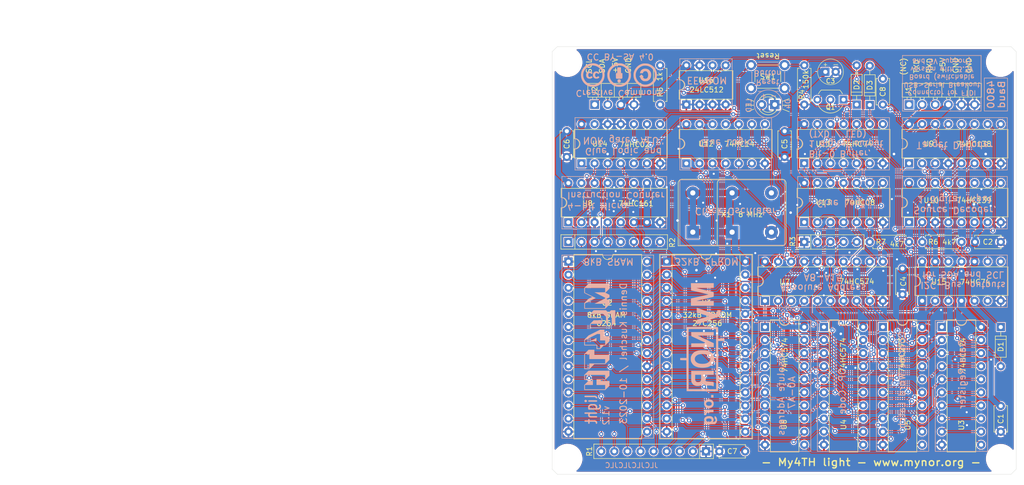
<source format=kicad_pcb>
(kicad_pcb (version 20221018) (generator pcbnew)
  (layers (0 "F.Cu" signal) (31 "B.Cu" signal) (34 "B.Paste" user) (35 "F.Paste" user) (36 "B.SilkS" user "B.Silkscreen") (37 "F.SilkS" user "F.Silkscreen") (38 "B.Mask" user) (39 "F.Mask" user) (44 "Edge.Cuts" user))
  (net 0 "")
  (net 1 "GND")
  (net 2 "+5V")
  (net 3 "/IN0")
  (net 4 "Net-(C8-Pad1)")
  (net 5 "/RXD")
  (net 9 "/~{SETNOR}")
  (net 11 "/~{PHASE}")
  (net 12 "/DTSEL")
  (net 13 "/INSEL")
  (net 14 "/C_OUT")
  (net 19 "Net-(U12-Pad1)")
  (net 20 "/CKCTL")
  (net 21 "/RDROM")
  (net 22 "/OUT1")
  (net 23 "/OUT2")
  (net 24 "/OUT0")
  (net 25 "Net-(X1-OUT)")
  (net 26 "Net-(U13-Pad5)")
  (net 27 "Net-(U14-Pad1)")
  (net 30 "/D0")
  (net 31 "/NOROUT")
  (net 32 "/NORIN")
  (net 33 "/~{RESNOR}")
  (net 34 "/LDCTR")
  (net 35 "/ASEL")
  (net 36 "/TG2")
  (net 37 "/TG1")
  (net 38 "/TG0")
  (net 39 "/A15")
  (net 40 "/RESET")
  (net 41 "/CLK")
  (net 42 "/~{RESET}")
  (net 43 "/C_NORIN")
  (net 44 "/~{NORIN}")
  (net 45 "/CTRLOAD_N")
  (net 46 "/UA3")
  (net 47 "/A1")
  (net 48 "/UA2")
  (net 49 "/A2")
  (net 50 "/UA1")
  (net 51 "/A3")
  (net 52 "/PHASE")
  (net 53 "/A4")
  (net 54 "/A5")
  (net 55 "/A6")
  (net 56 "/A7")
  (net 57 "/OECTR")
  (net 58 "/A0")
  (net 59 "/FETCH")
  (net 60 "/D1")
  (net 61 "/A14")
  (net 62 "/D2")
  (net 63 "/A13")
  (net 64 "/D3")
  (net 65 "/A12")
  (net 66 "/D4")
  (net 67 "/A11")
  (net 68 "/D5")
  (net 69 "/A10")
  (net 70 "/D6")
  (net 71 "/A9")
  (net 72 "/D7")
  (net 73 "/A8")
  (net 74 "/OEADR")
  (net 75 "/C_ADR_L")
  (net 76 "/C_ADR_H")
  (net 77 "/OEDATAR")
  (net 78 "/C_OP")
  (net 79 "/C_DATAR")
  (net 80 "/C_RAM")
  (net 81 "Net-(D2-K)")
  (net 82 "/SCL")
  (net 83 "Net-(D4-A)")
  (footprint "pcb_mech:nonplated_hole_drill_2.6mm_dia_5.2mm" (layer "F.Cu") (at 213.18 48.28)
    (fp_text reference "H2" hide)
    (fp_text value "Hole")
  )
  (footprint "pcb_mech:nonplated_hole_drill_2.6mm_dia_5.2mm" (layer "F.Cu") (at 213.18 124.28)
    (fp_text reference "H3" hide)
    (fp_text value "Hole")
  )
  (footprint "pcb_mech:nonplated_hole_drill_2.6mm_dia_5.2mm" (layer "F.Cu") (at 130 124)
    (fp_text reference "H4" hide)
    (fp_text value "Hole")
  )
  (footprint "pcb_mech:nonplated_hole_drill_2.6mm_dia_5.2mm" (layer "F.Cu") (at 130.18 48.28)
    (fp_text reference "H1" hide)
    (fp_text value "Hole")
  )
  (footprint "pcb_ics:DIP-14_W7.62mm" (layer "F.Cu") (at 175.895 78.085 90)
    (fp_text reference "U13")
    (fp_text value "74HC08")
  )
  (footprint "pcb_discretes_tht:R_Axial_DIN0207_L6.3mm_D2.5mm_P7.62mm_Horizontal" (layer "F.Cu") (at 175.895 47.625 -90)
    (fp_text reference "R4")
    (fp_text value "150k")
  )
  (footprint "pcb_discretes_tht:R_Axial_DIN0207_L6.3mm_D2.5mm_P7.62mm_Horizontal" (layer "F.Cu") (at 206.39 81.915 180)
    (fp_text reference "R6")
    (fp_text value "4k7")
  )
  (footprint "pcb_discretes_tht:R_Array_SIP9" (layer "F.Cu") (at 156.845 122.555 180)
    (fp_text reference "R1")
    (fp_text value "8x 10k")
  )
  (footprint "pcb_ics:DIP-16_W7.62mm" (layer "F.Cu") (at 196.215 78.085 90)
    (fp_text reference "U10")
    (fp_text value "74HC139")
  )
  (footprint "pcb_switches:SW_PUSH_6mm_h4.3mm" (layer "F.Cu") (at 165.585 47.57)
    (fp_text reference "SW1")
    (fp_text value "SW_Push")
  )
  (footprint "pcb_discretes_tht:CP_Radial_D5.0mm_P2.00mm" (layer "F.Cu") (at 179.991 48.895)
    (fp_text reference "C3")
    (fp_text value "10µF")
  )
  (footprint "pcb_discretes_tht:R_Array_SIP8" (layer "F.Cu") (at 130.155 81.905)
    (fp_text reference "R2")
    (fp_text value "330")
  )
  (footprint "pcb_discretes_tht:TO-92_Inline_Wide" (layer "F.Cu") (at 183.515 54.2875 180)
    (fp_text reference "Q1")
    (fp_text value "BS170")
  )
  (footprint "pcb_discretes_tht:R_Axial_DIN0207_L6.3mm_D2.5mm_P7.62mm_Horizontal" (layer "F.Cu") (at 196.215 81.915 180)
    (fp_text reference "R7")
    (fp_text value "4k7")
  )
  (footprint "pcb_conn:Pin_Header_Angled_1x04_Pitch2.54mm" (layer "F.Cu") (at 135.255 55.245 90)
    (fp_text reference "J2")
    (fp_text value "Conn_01x04")
  )
  (footprint "pcb_ics:DIP-14_W7.62mm" (layer "F.Cu") (at 175.895 66.645 90)
    (fp_text reference "U11")
    (fp_text value "74HC74")
  )
  (footprint "pcb_discretes_tht:C_Disc_D5.0mm_W2.5mm_P5.00mm" (layer "F.Cu") (at 191.135 50.245 -90)
    (fp_text reference "C8")
    (fp_text value "100nF")
  )
  (footprint "pcb_ics:DIP-14_W7.62mm" (layer "F.Cu") (at 198.755 93.335 90)
    (fp_text reference "U15")
    (fp_text value "74HC74")
  )
  (footprint "pcb_ics:DIP-14_W7.62mm" (layer "F.Cu") (at 153.035 66.675 90)
    (fp_text reference "U12")
    (fp_text value "74HC14")
  )
  (footprint "pcb_conn:Pin_Header_Angled_1x06_Pitch2.54mm" (layer "F.Cu") (at 196.215 55.245 90)
    (fp_text reference "J1")
    (fp_text value "Conn_01x06")
  )
  (footprint "pcb_discretes_tht:D_DO-35_SOD27_P7.62mm_Horizontal" (layer "F.Cu") (at 186.055 55.245 90)
    (fp_text reference "D2")
    (fp_text value "BAT41")
  )
  (footprint "pcb_ics:DIP-8_W7.62mm" (layer "F.Cu") (at 153.035 55.245 90)
    (fp_text reference "U16")
    (fp_text value "24LC1026")
  )
  (footprint "pcb_ics:DIP-20_W7.62mm" (layer "F.Cu") (at 179.705 98.415)
    (fp_text reference "U4")
    (fp_text value "74HC574")
  )
  (footprint "pcb_ics:DIP-28_W15.24mm" (layer "F.Cu") (at 130.175 85.725)
    (fp_text reference "U2")
    (fp_text value "6264")
  )
  (footprint "pcb_discretes_tht:C_Disc_D5.0mm_W2.5mm_P5.00mm" (layer "F.Cu") (at 213.995 118.745 90)
    (fp_text reference "C1")
    (fp_text value "100nF")
  )
  (footprint "pcb_ics:DIP-20_W7.62mm" (layer "F.Cu") (at 191.135 98.415)
    (fp_text reference "U5")
    (fp_text value "74HC273")
  )
  (footprint "pcb_ics:DIP-14_W7.62mm" (layer "F.Cu") (at 132.695 66.665 90)
    (fp_text reference "U14")
    (fp_text value "74HC02")
  )
  (footprint "pcb_discretes_tht:C_Disc_D5.0mm_W2.5mm_P5.00mm" (layer "F.Cu") (at 213.995 81.915 180)
    (fp_text reference "C2")
    (fp_text value "100nF")
  )
  (footprint "pcb_ics:DIP-16_W7.62mm" (layer "F.Cu") (at 130.155 78.095 90)
    (fp_text reference "U8")
    (fp_text value "74HC161")
  )
  (footprint "pcb_discretes_tht:D_DO-35_SOD27_P7.62mm_Horizontal" (layer "F.Cu") (at 188.595 55.325 90)
    (fp_text reference "D3")
    (fp_text value "BAT41")
  )
  (footprint "pcb_discretes_tht:C_Disc_D5.0mm_W2.5mm_P5.00mm" (layer "F.Cu") (at 172.085 65.405 90)
    (fp_text reference "C5")
    (fp_text value "100nF")
  )
  (footprint "pcb_discretes_tht:C_Disc_D5.0mm_W2.5mm_P5.00mm" (layer "F.Cu") (at 194.945 92.075 90)
    (fp_text reference "C4")
    (fp_text value "100nF")
  )
  (footprint "pcb_ics:DIP-16_W7.62mm" (layer "F.Cu") (at 196.215 66.655 90)
    (fp_text reference "U9")
    (fp_text value "74HC138")
  )
  (footprint "pcb_ics:DIP-28_W15.24mm_Socket" (layer "F.Cu") (at 149.225 85.715)
    (fp_text reference "U1")
    (fp_text value "27256")
  )
  (footprint "pcb_ics:DIP-20_W7.62mm" (layer "F.Cu") (at 168.275 93.345 90)
    (fp_text reference "U7")
    (fp_text value "74HC574")
  )
  (footprint "pcb_LEDs:LED_D3.0mm" (layer "F.Cu") (at 170.18 55.245 180)
    (fp_text reference "D4")
    (fp_text value "LED")
  )
  (footprint "pcb_discretes_tht:D_DO-35_SOD27_P7.62mm_Horizontal" (layer "F.Cu") (at 213.995 98.425 -90)
    (fp_text reference "D1")
    (fp_text value "BAT41")
  )
  (footprint "pcb_discretes_tht:R_Axial_DIN0207_L6.3mm_D2.5mm_P7.62mm_Horizontal" (layer "F.Cu") (at 147.955 47.625 -90)
    (fp_text reference "R5")
    (fp_text value "1k")
  )
  (footprint "pcb_discretes_tht:C_Disc_D5.0mm_W2.5mm_P5.00mm" (layer "F.Cu") (at 159.425 122.555)
    (fp_text reference "C7")
    (fp_text value "100nF")
  )
  (footprint "pcb_discretes_tht:C_Disc_D5.0mm_W2.5mm_P5.00mm" (layer "F.Cu") (at 129.8575 65.405 90)
    (fp_text reference "C6")
    (fp_text value "100nF")
  )
  (footprint "pcb_ics:DIP-20_W7.62mm" (layer "F.Cu") (at 202.565 98.415)
    (fp_text reference "U3")
    (fp_text value "74HC574")
  )
  (footprint "pcb_discretes_tht:R_Array_SIP5" (layer "F.Cu") (at 175.895 81.915)
    (fp_text reference "R3")
    (fp_text value "330")
  )
  (footprint "pcb_discretes_tht:Osc_DIP8_DIP14_LargePads" (layer "F.Cu") (at 154.285 80.01)
    (fp_text reference "X1")
    (fp_text value "8.000MHz")
  )
  (footprint "pcb_ics:DIP-20_W7.62mm" (layer "F.Cu") (at 168.275 98.415)
    (fp_text reference "U6")
    (fp_text value "74HC574")
  )
  (footprint "pcb_mech:MyNOR-Logo-2" (layer "B.Cu") (at 156.21 103.632 -90)
    (fp_text reference "LB1" hide)
    (fp_text value "Label" hide)
  )
  (footprint "pcb_mech:img-my4th" (layer "B.Cu") (at 136.271 100.384 -90)
    (fp_text reference "LB3" hide)
    (fp_text value "Label" hide)
  )
  (footprint "pcb_mech:cc-by-sa" (layer "B.Cu") (at 139.954 49.53)
    (fp_text reference "LB2" hide)
    (fp_text value "Label" hide)
  )
  (gr_line (start 189.865 97.155) (end 200.025 97.155) (stroke (width 0.12)) (layer "B.SilkS"))
  (gr_line (start 167.005 97.155) (end 177.165 97.155) (stroke (width 0.12)) (layer "B.SilkS"))
  (gr_arc (start 194.945 73.295) (mid 195.945 74.295) (end 194.945 75.295) (stroke (width 0.12)) (layer "B.SilkS"))
  (gr_line (start 151.765 56.515) (end 161.925 56.515) (stroke (width 0.12)) (layer "B.SilkS"))
  (gr_line (start 211.455 122.555) (end 201.295 122.555) (stroke (width 0.12)) (layer "B.SilkS"))
  (gr_line (start 197.485 84.455) (end 215.265 84.455) (stroke (width 0.12)) (layer "B.SilkS"))
  (gr_line (start 167.005 94.615) (end 167.005 84.455) (stroke (width 0.12)) (layer "B.SilkS"))
  (gr_line (start 215.265 69.215) (end 215.265 79.375) (stroke (width 0.12)) (layer "B.SilkS"))
  (gr_line (start 161.925 46.355) (end 161.925 56.515) (stroke (width 0.12)) (layer "B.SilkS"))
  (gr_line (start 194.945 67.945) (end 194.945 57.785) (stroke (width 0.12)) (layer "B.SilkS"))
  (gr_line (start 215.265 94.615) (end 197.485 94.615) (stroke (width 0.12)) (layer "B.SilkS"))
  (gr_arc (start 151.765 61.865) (mid 152.765 62.865) (end 151.765 63.865) (stroke (width 0.12)) (layer "B.SilkS"))
  (gr_line (start 147.955 120.015) (end 147.955 84.455) (stroke (width 0.12)) (layer "B.SilkS"))
  (gr_line (start 174.625 69.215) (end 192.405 69.215) (stroke (width 0.12)) (layer "B.SilkS"))
  (gr_line (start 169.545 67.945) (end 151.765 67.945) (stroke (width 0.12)) (layer "B.SilkS"))
  (gr_line (start 215.265 67.945) (end 194.945 67.945) (stroke (width 0.12)) (layer "B.SilkS"))
  (gr_line (start 188.595 122.555) (end 178.435 122.555) (stroke (width 0.12)) (layer "B.SilkS"))
  (gr_line (start 210.185 56.515) (end 194.945 56.515) (stroke (width 0.12)) (layer "B.SilkS"))
  (gr_line (start 201.295 97.155) (end 211.455 97.155) (stroke (width 0.12)) (layer "B.SilkS"))
  (gr_arc (start 174.625 61.865) (mid 175.625 62.865) (end 174.625 63.865) (stroke (width 0.12)) (layer "B.SilkS"))
  (gr_line (start 128.905 84.455) (end 146.685 84.455) (stroke (width 0.12)) (layer "B.SilkS"))
  (gr_line (start 131.445 67.945) (end 131.445 57.785) (stroke (width 0.12)) (layer "B.SilkS"))
  (gr_line (start 149.225 79.375) (end 128.905 79.375) (stroke (width 0.12)) (layer "B.SilkS"))
  (gr_line (start 189.865 122.555) (end 189.865 97.155) (stroke (width 0.12)) (layer "B.SilkS"))
  (gr_arc (start 194.945 61.865) (mid 195.945 62.865) (end 194.945 63.865) (stroke (width 0.12)) (layer "B.SilkS"))
  (gr_line (start 174.625 67.945) (end 174.625 57.785) (stroke (width 0.12)) (layer "B.SilkS"))
  (gr_line (start 211.455 97.155) (end 211.455 122.555) (stroke (width 0.12)) (layer "B.SilkS"))
  (gr_line (start 210.185 45.72) (end 210.185 56.515) (stroke (width 0.12)) (layer "B.SilkS"))
  (gr_arc (start 131.445 61.865) (mid 132.445 62.865) (end 131.445 63.865) (stroke (width 0.12)) (layer "B.SilkS"))
  (gr_arc (start 184.515 97.155) (mid 183.515 98.155) (end 182.515 97.155) (stroke (width 0.12)) (layer "B.SilkS"))
  (gr_line (start 192.405 94.615) (end 167.005 94.615) (stroke (width 0.12)) (layer "B.SilkS"))
  (gr_line (start 170.18 52.705) (end 170.815 52.705) (stroke (width 0.12)) (layer "B.SilkS"))
  (gr_arc (start 207.375 97.155) (mid 206.375 98.155) (end 205.375 97.155) (stroke (width 0.12)) (layer "B.SilkS"))
  (gr_line (start 172.085 69.85) (end 172.085 82.55) (stroke (width 0.12)) (layer "B.SilkS"))
  (gr_line (start 151.765 57.785) (end 169.545 57.785) (stroke (width 0.12)) (layer "B.SilkS"))
  (gr_line (start 215.265 84.455) (end 215.265 94.615) (stroke (width 0.12)) (layer "B.SilkS"))
  (gr_line (start 177.165 122.555) (end 167.005 122.555) (stroke (width 0.12)) (layer "B.SilkS"))
  (gr_arc (start 167.005 88.535) (mid 168.005 89.535) (end 167.005 90.535) (stroke (width 0.12)) (layer "B.SilkS"))
  (gr_line (start 147.955 84.455) (end 165.735 84.455) (stroke (width 0.12)) (layer "B.SilkS"))
  (gr_line (start 192.405 67.945) (end 174.625 67.945) (stroke (width 0.12)) (layer "B.SilkS"))
  (gr_line (start 215.265 57.785) (end 215.265 67.945) (stroke (width 0.12)) (layer "B.SilkS"))
  (gr_line (start 194.945 69.215) (end 194.945 79.375) (stroke (width 0.12)) (layer "B.SilkS"))
  (gr_line (start 194.945 45.72) (end 210.185 45.72) (stroke (width 0.12)) (layer "B.SilkS"))
  (gr_arc (start 128.905 73.295) (mid 129.905 74.295) (end 128.905 75.295) (stroke (width 0.12)) (layer "B.SilkS"))
  (gr_line (start 194.945 56.515) (end 194.945 45.72) (stroke (width 0.12)) (layer "B.SilkS"))
  (gr_line (start 149.225 57.785) (end 149.225 67.945) (stroke (width 0.12)) (layer "B.SilkS"))
  (gr_line (start 167.005 52.705) (end 167.64 52.705) (stroke (width 0.12)) (layer "B.SilkS"))
  (gr_line (start 178.435 122.555) (end 178.435 97.155) (stroke (width 0.12)) (layer "B.SilkS"))
  (gr_line (start 128.905 69.215) (end 149.225 69.215) (stroke (width 0.12)) (layer "B.SilkS"))
  (gr_line (start 201.295 122.555) (end 201.295 97.155) (stroke (width 0.12)) (layer "B.SilkS"))
  (gr_line (start 165.735 120.015) (end 147.955 120.015) (stroke (width 0.12)) (layer "B.SilkS"))
  (gr_line (start 149.225 67.945) (end 131.445 67.945) (stroke (width 0.12)) (layer "B.SilkS"))
  (gr_line (start 167.005 46.99) (end 170.815 46.99) (stroke (width 0.12)) (layer "B.SilkS"))
  (gr_line (start 167.005 122.555) (end 167.005 97.155) (stroke (width 0.12)) (layer "B.SilkS"))
  (gr_arc (start 151.765 50.435) (mid 152.765 51.435) (end 151.765 52.435) (stroke (width 0.12)) (layer "B.SilkS"))
  (gr_line (start 194.945 57.785) (end 215.265 57.785) (stroke (width 0.12)) (layer "B.SilkS"))
  (gr_line (start 177.165 97.155) (end 177.165 122.555) (stroke (width 0.12)) (layer "B.SilkS"))
  (gr_line (start 197.485 94.615) (end 197.485 84.455) (stroke (width 0.12)) (layer "B.SilkS"))
  (gr_line (start 165.735 48.895) (end 165.735 50.8) (stroke (width 0.12)) (layer "B.SilkS"))
  (gr_line (start 172.085 48.895) (end 172.085 50.8) (stroke (width 0.12)) (layer "B.SilkS"))
  (gr_line (start 151.765 67.945) (end 151.765 57.785) (stroke (width 0.12)) (layer "B.SilkS"))
  (gr_line (start 192.405 69.215) (end 192.405 79.375) (stroke (width 0.12)) (layer "B.SilkS"))
  (gr_line (start 174.625 79.375) (end 174.625 69.215) (stroke (width 0.12)) (layer "B.SilkS"))
  (gr_line (start 194.945 69.215) (end 215.265 69.215) (stroke (width 0.12)) (layer "B.SilkS"))
  (gr_line (start 178.435 97.155) (end 188.595 97.155) (stroke (width 0.12)) (layer "B.SilkS"))
  (gr_line (start 167.005 84.455) (end 192.405 84.455) (stroke (width 0.12)) (layer "B.SilkS"))
  (gr_line (start 174.625 57.785) (end 192.405 57.785) (stroke (width 0.12)) (layer "B.SilkS"))
  (gr_rect (start 210.8 50.1) (end 215.3 56.5) (stroke (width 0.12)) (fill none) (layer "B.SilkS"))
  (gr_line (start 128.905 120.015) (end 128.905 84.455) (stroke (width 0.12)) (layer "B.SilkS"))
  (gr_line (start 146.685 120.015) (end 128.905 120.015) (stroke (width 0.12)) (layer "B.SilkS"))
  (gr_line (start 172.085 82.55) (end 151.765 82.55) (stroke (width 0.12)) (layer "B.SilkS"))
  (gr_line (start 192.405 79.375) (end 174.625 79.375) (stroke (width 0.12)) (layer "B.SilkS"))
  (gr_circle (center 168.91 55.118) (end 171.645664 55.118) (stroke (width 0.12)) (fill none) (layer "B.SilkS"))
  (gr_arc (start 173.085 97.155) (mid 172.085 98.155) (end 171.085 97.155) (stroke (width 0.12)) (layer "B.SilkS"))
  (gr_arc (start 195.945 97.155) (mid 194.945 98.155) (end 193.945 97.155) (stroke (width 0.12)) (layer "B.SilkS"))
  (gr_line (start 200.025 122.555) (end 189.865 122.555) (stroke (width 0.12)) (layer "B.SilkS"))
  (gr_line (start 151.765 46.355) (end 151.765 56.515) (stroke (width 0.12)) (layer "B.SilkS"))
  (gr_line (start 151.765 69.85) (end 172.085 69.85) (stroke (width 0.12)) (layer "B.SilkS"))
  (gr_line (start 192.405 84.455) (end 192.405 94.615) (stroke (width 0.12)) (layer "B.SilkS"))
  (gr_line (start 194.945 79.375) (end 215.265 79.375) (stroke (width 0.12)) (layer "B.SilkS"))
  (gr_line (start 146.685 84.455) (end 146.685 120.015) (stroke (width 0.12)) (layer "B.SilkS"))
  (gr_line (start 169.545 57.785) (end 169.545 67.945) (stroke (width 0.12)) (layer "B.SilkS"))
  (gr_arc (start 197.485 88.535) (mid 198.485 89.535) (end 197.485 90.535) (stroke (width 0.12)) (layer "B.SilkS"))
  (gr_line (start 149.225 69.215) (end 149.225 79.375) (stroke (width 0.12)) (layer "B.SilkS"))
  (gr_line (start 188.595 97.155) (end 188.595 122.555) (stroke (width 0.12)) (layer "B.SilkS"))
  (gr_line (start 151.765 46.355) (end 161.925 46.355) (stroke (width 0.12)) (layer "B.SilkS"))
  (gr_line (start 165.735 84.455) (end 165.735 120.015) (stroke (width 0.12)) (layer "B.SilkS"))
  (gr_line (start 151.765 82.55) (end 151.765 69.85) (stroke (width 0.12)) (layer "B.SilkS"))
  (gr_line (start 192.405 57.785) (end 192.405 67.945) (stroke (width 0.12)) (layer "B.SilkS"))
  (gr_line (start 128.905 79.375) (end 128.905 69.215) (stroke (width 0.12)) (layer "B.SilkS"))
  (gr_arc (start 174.625 73.295) (mid 175.625 74.295) (end 174.625 75.295) (stroke (width 0.12)) (layer "B.SilkS"))
  (gr_line (start 131.445 57.785) (end 149.225 57.785) (stroke (width 0.12)) (layer "B.SilkS"))
  (gr_line (start 200.025 97.155) (end 200.025 122.555) (stroke (width 0.12)) (layer "B.SilkS"))
  (gr_line (start 166.116 55.372) (end 164.592 55.372) (stroke (width 0.12)) (layer "F.SilkS"))
  (gr_line (start 166.116 54.61) (end 164.846 54.102) (stroke (width 0.12)) (layer "F.SilkS"))
  (gr_line (start 171.704 54.61) (end 172.974 54.102) (stroke (width 0.12)) (layer "F.SilkS"))
  (gr_line (start 171.704 56.134) (end 172.974 56.642) (stroke (width 0.12)) (layer "F.SilkS"))
  (gr_line (start 166.116 56.134) (end 164.846 56.642) (stroke (width 0.12)) (layer "F.SilkS"))
  (gr_line (start 171.704 55.372) (end 173.228 55.372) (stroke (width 0.12)) (layer "F.SilkS"))
  (gr_line (start 216 44) (end 128 44) (stroke (width 0.05)) (layer "Edge.Cuts"))
  (gr_line (start 216 127) (end 128 127) (stroke (width 0.05)) (layer "Edge.Cuts"))
  (gr_line (start 217 126) (end 217 45) (stroke (width 0.05)) (layer "Edge.Cuts"))
  (gr_line (start 127 45) (end 127 126) (stroke (width 0.05)) (layer "Edge.Cuts"))
  (gr_line (start 128 44) (end 127 45) (stroke (width 0.05)) (layer "Edge.Cuts"))
  (gr_line (start 216 127) (end 217 126) (stroke (width 0.05)) (layer "Edge.Cuts"))
  (gr_line (start 216 44) (end 217 45) (stroke (width 0.05)) (layer "Edge.Cuts"))
  (gr_line (start 127 126) (end 128 127) (stroke (width 0.05)) (layer "Edge.Cuts"))
  (gr_text "I2C-Bus, outputs\nfor SDA and SCL" (at 206.7 87.5538 180) (layer "B.SilkS") (effects (font (size 1.25 1.25) (thickness 0.19)) (justify bottom mirror)))
  (gr_text "JLCJLCJLCJLC" (at 147.6502 125.857) (layer "B.SilkS") (effects (font (size 1 1)) (justify left bottom mirror)))
  (gr_text "Glue Logic" (at 183.515 73.66 180) (layer "B.SilkS") (effects (font (size 1.3 1.3) (thickness 0.19)) (justify bottom mirror)))
  (gr_text "Dennis Kuschel / 10-2023" (at 141.605 89.716 90) (layer "B.SilkS") (effects (font (size 1.3 1.3) (thickness 0.19)) (justify left bottom mirror)))
  (gr_text "Connector for FTDI\nUSB>Serial Breakout\nBoard (switchable\nversion with 3.3V\nand 5V support)" (at 202.565 46.2788 180) (layer "B.SilkS") (effects (font (size 0.95 0.93)) (justify bottom mirror)))
  (gr_text "v1.2" (at 138.176 113.592 90) (layer "B.SilkS") (effects (font (size 1.2 1.2) (thickness 0.18)) (justify left bottom mirror)))
  (gr_text "Glue Logic and\nNOR gate {dblquote}ALU{dblquote}" (at 140.843 61.468 180) (layer "B.SilkS") (effects (font (size 1.3 1.3) (thickness 0.19)) (justify bottom mirror)))
  (gr_text "EEPROM" (at 153 49.784 180) (layer "B.SilkS") (effects (font (size 1.3 1.3) (thickness 0.19)) (justify left bottom mirror)))
  (gr_text "light" (at 135.89 111.306 90) (layer "B.SilkS") (effects (font (size 2.2 1.7) (thickness 0.28) bold) (justify left bottom mirror)))
  (gr_text "Control Word Latch" (at 195.58 108.712 90) (layer "B.SilkS") (effects (font (size 1.3 1.3) (thickness 0.19)) (justify bottom mirror)))
  (gr_text "8kB SRAM" (at 132.969 84.963 180) (layer "B.SilkS") (effects (font (size 1.3 1.3) (thickness 0.19)) (justify left bottom mirror)))
  (gr_text "+ -" (at 167.259 53.086 180) (layer "B.SilkS") (effects (font (size 1 1)) (justify left bottom mirror)))
  (gr_text "Target Decoder" (at 205.0796 62.357 180) (layer "B.SilkS") (effects (font (size 1.3 1.3) (thickness 0.19)) (justify bottom mirror)))
  (gr_text "Data Register" (at 207.264 107.6452 90) (layer "B.SilkS") (effects (font (size 1.3 1.3) (thickness 0.19)) (justify bottom mirror)))
  (gr_text "4800\nBaud" (at 214.9 53.3 90) (layer "B.SilkS") (effects (font (size 1.28 1.45) (thickness 0.22) bold) (justify bottom mirror)))
  (gr_text "Creative Commons" (at 140 52.324 180) (layer "B.SilkS") (effects (font (size 1.2 1.2) (thickness 0.18)) (justify bottom mirror)))
  (gr_text "Bit-0 Buffer,\n1 digital output\n(TXD / LED)" (at 176.657 60.198 180) (layer "B.SilkS") (effects (font (size 1.2 1.2) (thickness 0.19)) (justify left bottom mirror)))
  (gr_text "32kB EPROM" (at 150.622 84.963 180) (layer "B.SilkS") (effects (font (size 1.3 1.3) (thickness 0.19)) (justify left bottom mirror)))
  (gr_text "4-bit Micro-\nInstruction Counter" (at 129.8 72.136 180) (layer "B.SilkS") (effects (font (size 1.3 1.3) (thickness 0.19)) (justify left bottom mirror)))
  (gr_text "LED" (at 165.735 53.975 90) (layer "B.SilkS") (effects (font (size 1 1)) (justify left bottom mirror)))
  (gr_text "Source Decoder,\n1 digital input" (at 205.105 72.898 180) (layer "B.SilkS") (effects (font (size 1.3 1.3) (thickness 0.19)) (justify bottom mirror)))
  (gr_text "Glue Logic" (at 160.7058 61.9252 180) (layer "B.SilkS") (effects (font (size 1.3 1.3) (thickness 0.19)) (justify bottom mirror)))
  (gr_text "Clock Oscillator" (at 162.56 75.184 180) (layer "B.SilkS") (effects (font (size 1.3 1.3) (thickness 0.19)) (justify bottom mirror)))
  (gr_text "Reset\nButton" (at 168.783 48.514 180) (layer "B.SilkS") (effects (font (size 1.1 1.1) (thickness 0.16)) (justify bottom mirror)))
  (gr_text "CC BY-SA 4.0" (at 140.208 45.2628 180) (layer "B.SilkS") (effects (font (size 1.2 1.2) (thickness 0.18)) (justify bottom mirror)))
  (gr_text "Absolute Address\nA0-A7" (at 174.244 111.125 90) (layer "B.SilkS") (effects (font (size 1.3 1.3) (thickness 0.19)) (justify bottom mirror)))
  (gr_text "Absolute Address\nA8-A15" (at 179.578 87.9856 180) (layer "B.SilkS") (effects (font (size 1.3 1.3) (thickness 0.19)) (justify bottom mirror)))
  (gr_text "OP-Code" (at 184.023 110.871 90) (layer "B.SilkS") (effects (font (size 1.3 1.3) (thickness 0.19)) (justify bottom mirror)))
  (gr_text "150k" (at 176.784 52.324 90) (layer "F.SilkS") (effects (font (size 1 1)) (justify left bottom)))
  (gr_text "24LC512" (at 156.972 52.959) (layer "F.SilkS") (effects (font (size 1 1)) (justify bottom)))
  (gr_text "SDA" (at 137.287 49.276 90) (layer "F.SilkS") (effects (font (size 1 1)) (justify left bottom)))
  (gr_text "4k7" (at 192.405 82.931) (layer "F.SilkS") (effects (font (size 1 1)) (justify left bottom)))
  (gr_text "74HC574" (at 184.023 103.886 90) (layer "F.SilkS") (effects (font (size 1 1)) (justify bottom)))
  (gr_text "RXD" (at 200.787 49.276 90) (layer "F.SilkS") (effects (font (size 1 1)) (justify left bottom)))
  (gr_text "(NC)" (at 195.707 49.657 90) (layer "F.SilkS") (effects (font (size 1 1)) (justify left bottom)))
  (gr_text "32kB EPROM\n27C256" (at 157.099 98.298) (layer "F.SilkS") (effects (font (size 1 1)) (justify bottom)))
  (gr_text "74HC74" (at 186.182 63.5) (layer "F.SilkS") (effects (font (size 1 1)) (justify bottom)))
  (gr_text "GND" (at 142.367 49.276 90) (layer "F.SilkS") (effects (font (size 1 1)) (justify left bottom)))
  (gr_text "SCL" (at 134.747 49.276 90) (layer "F.SilkS") (effects (font (size 1 1)) (justify left bottom)))
  (gr_text "+5V" (at 203.327 49.276 90) (layer "F.SilkS") (effects (font (size 1 1)) (justify left bottom)))
  (gr_text "74HC574" (at 186.055 90.17) (layer "F.SilkS") (effects (font (size 1 1)) (justify bottom)))
  (gr_text "74HC74" (at 209.042 90.297) (layer "F.SilkS") (effects (font (size 1 1)) (justify bottom)))
  (gr_text "+5V" (at 139.827 49.276 90) (layer "F.SilkS") (effects (font (size 1 1)) (justify left bottom)))
  (gr_text "74HC138" (at 208.788 63.5) (layer "F.SilkS") (effects (font (size 1 1)) (justify bottom)))
  (gr_text "8 MHz" (at 165.4556 77.1652) (layer "F.SilkS") (effects (font (size 1 1)) (justify bottom)))
  (gr_text "74HC161" (at 143.256 75.057) (layer "F.SilkS") (effects (font (size 1 1)) (justify bottom)))
  (gr_text "TXD" (at 198.247 49.276 90) (layer "F.SilkS") (effects (font (size 1 1)) (justify left bottom)))
  (gr_text "74HC14" (at 163.322 63.5) (layer "F.SilkS") (effects (font (size 1 1)) (justify bottom)))
  (gr_text "74HC139" (at 208.788 74.422) (layer "F.SilkS") (effects (font (size 1 1)) (justify bottom)))
  (gr_text "74HC273" (at 195.4022 103.886 90) (layer "F.SilkS") (effects (font (size 1 1)) (justify bottom)))
  (gr_text "Reset" (at 168.91 45.212 180) (layer "F.SilkS") (effects (font (size 1 1.1)) (justify bottom)))
  (gr_text "74HC574" (at 172.72 103.886 90) (layer "F.SilkS") (effects (font (size 1 1)) (justify bottom)))
  (gr_text "74HC02" (at 143.002 63.5762) (layer "F.SilkS") (effects (font (size 1 1)) (justify bottom)))
  (gr_text "4k7" (at 202.565 82.55) (layer "F.SilkS") (effects (font (size 1 1)) (justify left bottom)))
  (gr_text "74HC08" (at 186.69 74.8284) (layer "F.SilkS") (effects (font (size 1 1)) (justify bottom)))
  (gr_text "8kB SRAM\n6264" (at 137.541 98.298) (layer "F.SilkS") (effects (font (size 1 1)) (justify bottom)))
  (gr_text "1k" (at 148.463 50.8 90) (layer "F.SilkS") (effects (font (size 1 1)) (justify left bottom)))
  (gr_text "- My4TH light - www.mynor.org -" (at 167.386 125.5014) (layer "F.SilkS") (effects (font (size 1.4 1.6) (thickness 0.25) bold) (justify left bottom)))
  (gr_text "GND" (at 205.867 49.276 90) (layer "F.SilkS") (effects (font (size 1 1)) (justify left bottom)))
  (gr_text "GND" (at 208.407 49.276 90) (layer "F.SilkS") (effects (font (size 1 1)) (justify left bottom)))
  (gr_text "74HC574" (at 207.264 103.886 90) (layer "F.SilkS") (effects (font (size 1 1)) (justify bottom)))
  (segment (start 191.4398 80.9752) (end 189.9158 82.4992) (width 0.2032) (layer "F.Cu") (net 1))
  (segment (start 191.4398 79.6036) (end 191.4398 79.8322) (width 0.2032) (layer "F.Cu") (net 1))
  (segment (start 189.9158 82.4992) (end 187.325 85.09) (width 0.2032) (layer "F.Cu") (net 1))
  (segment (start 201.3966 76.2254) (end 212.1354 76.2254) (width 1.27) (layer "F.Cu") (net 1))
  (segment (start 135.509 83.693) (end 135.370774 83.693) (width 0.381) (layer "F.Cu") (net 1))
  (segment (start 185.801 106.6546) (end 185.801 106.3498) (width 0.508) (layer "F.Cu") (net 1))
  (segment (start 158.115 55.245) (end 155.575 55.245) (width 0.2032) (layer "F.Cu") (net 1))
  (segment (start 151.511 63.8302) (end 151.511 64.8462) (width 0.508) (layer "F.Cu") (net 1))
  (segment (start 193.675 93.345) (end 194.945 92.075) (width 0.381) (layer "F.Cu") (net 1))
  (segment (start 133.9596 82.281826) (end 133.9596 80.2486) (width 0.381) (layer "F.Cu") (net 1))
  (segment (start 202.5142 95.0214) (end 202.4126 95.123) (width 0.381) (layer "F.Cu") (net 1))
  (segment (start 152.177344 74.295) (end 151.745544 73.8632) (width 0.635) (layer "F.Cu") (net 1))
  (segment (start 128.631 80.127) (end 133.838 80.127) (width 0.3048) (layer "F.Cu") (net 1))
  (segment (start 212.725 90.424) (end 213.995 91.694) (width 0.381) (layer "F.Cu") (net 1))
  (segment (start 190.0428 90.6018) (end 191.135 91.694) (width 0.381) (layer "F.Cu") (net 1))
  (segment (start 132.822 86.975) (end 132.822 118.745) (width 0.381) (layer "F.Cu") (net 1))
  (segment (start 188.2902 109.855) (end 186.436 109.855) (width 0.508) (layer "F.Cu") (net 1))
  (segment (start 185.801 109.22) (end 185.801 106.6546) (width 0.508) (layer "F.Cu") (net 1))
  (segment (start 187.325 86.6902) (end 187.325 86.8426) (width 0.2032) (layer "F.Cu") (net 1))
  (segment (start 130.175 85.725) (end 128.905 85.725) (width 0.3048) (layer "F.Cu") (net 1))
  (segment (start 137.7696 64.8462) (end 137.4394 64.516) (width 0.381) (layer "F.Cu") (net 1))
  (segment (start 160.655 55.245) (end 158.115 55.245) (width 0.2032) (layer "F.Cu") (net 1))
  (segment (start 173.228 76.2508) (end 173.2534 76.2254) (width 1.27) (layer "F.Cu") (net 1))
  (segment (start 168.275 66.675) (end 168.275 64.897) (width 0.381) (layer "F.Cu") (net 1))
  (segment (start 142.748 76.0884) (end 138.9126 76.0884) (width 1.016) (layer "F.Cu") (net 1))
  (segment (start 202.5142 91.059) (end 202.5142 95.0214) (width 0.381) (layer "F.Cu") (net 1))
  (segment (start 215.245 78.085) (end 215.392 78.232) (width 0.381) (layer "F.Cu") (net 1))
  (segment (start 179.7812 123.2562) (end 182.9816 123.2562) (width 0.381) (layer "F.Cu") (net 1))
  (segment (start 209.4992 96.0628) (end 212.6742 96.0628) (width 0.3048) (layer "F.Cu") (net 1))
  (segment (start 191.135 123.1038) (end 191.2874 123.2562) (width 0.381) (layer "F.Cu") (net 1))
  (segment (start 191.135 64.8462) (end 193.294 64.8462) (width 1.27) (layer "F.Cu") (net 1))
  (segment (start 213.5124 76.2254) (end 213.995 76.708) (width 0.381) (layer "F.Cu") (net 1))
  (segment (start 168.8492 123.2562) (end 179.7812 123.2562) (width 0.381) (layer "F.Cu") (net 1))
  (segment (start 173.4058 81.3308) (end 173.99 81.915) (width 0.381) (layer "F.Cu") (net 1))
  (segment (start 194.945 92.075) (end 195.961 91.059) (width 0.381) (layer "F.Cu") (net 1))
  (segment (start 154.9908 120.5992) (end 154.94 120.65) (width 0.381) (layer "F.Cu") (net 1))
  (segment (start 178.2572 90.6018) (end 180.0606 90.6018) (width 0.381) (layer "F.Cu") (net 1))
  (segment (start 147.935 64.8462) (end 151.511 64.8462) (width 1.27) (layer "F.Cu") (net 1))
  (segment (start 211.074 64.8462) (end 213.6902 64.8462) (width 0.381) (layer "F.Cu") (net 1))
  (segment (start 213.995 81.915) (end 212.725 83.185) (width 0.381) (layer "F.Cu") (net 1))
  (segment (start 154.9908 99.1108) (end 154.9908 104.775) (width 0.381) (layer "F.Cu") (net 1))
  (segment (start 130.175 85.725) (end 131.572 85.725) (width 0.381) (layer "F.Cu") (net 1))
  (segment (start 201.295 76.327) (end 201.3966 76.2254) (width 0.2032) (layer "F.Cu") (net 1))
  (segment (start 178.3842 87.9094) (end 180.1368 87.9094) (width 0.635) (layer "F.Cu") (net 1))
  (segment (start 213.995 81.915) (end 215.6078 83.5278) (width 0.381) (layer "F.Cu") (net 1))
  (segment (start 189.0078 110.5726) (end 188.2902 109.855) (width 0.508) (layer "F.Cu") (net 1))
  (segment (start 156.2862 74.295) (end 152.177344 74.295) (width 0.635) (layer "F.Cu") (net 1))
  (segment (start 160.9598 82.2452) (end 163.9824 82.2452) (width 0.508) (layer "F.Cu") (net 1))
  (segment (start 172.1612 64.8462) (end 176.022 64.8462) (width 1.27) (layer "F.Cu") (net 1))
  (segment (start 160.655 56.5912) (end 159.9946 57.2516) (width 0.3048) (layer "F.Cu") (net 1))
  (segment (start 139.0396 83.4136) (end 139.0396 76.2154) (width 0.381) (layer "F.Cu") (net 1))
  (segment (start 156.845 122.555) (end 156.845 121.031) (width 0.381) (layer "F.Cu") (net 1))
  (segment (start 136.007154 75.6757) (end 137.3877 75.6757) (width 0.508) (layer "F.Cu") (net 1))
  (segment (start 147.935 66.665) (end 147.935 64.8462) (width 0.381) (layer "F.Cu") (net 1))
  (segment (start 192.8876 73.5838) (end 192.8876 76.2) (width 0.2032) (layer "F.Cu") (net 1))
  (segment (start 191.135 76.2254) (end 192.913 76.2254) (width 1.27) (layer "F.Cu") (net 1))
  (segment (start 147.935 78.095) (end 147.935 76.434) (width 0.381) (layer "F.Cu") (net 1))
  (segment (start 139.0396 76.2154) (end 138.9126 76.0884) (width 0.381) (layer "F.Cu") (net 1))
  (segment (start 168.275 121.275) (end 168.275 122.682) (width 0.381) (layer "F.Cu") (net 1))
  (segment (start 158.9024 77.7494) (end 164.6174 77.7494) (width 1.27) (layer "F.Cu") (net 1))
  (segment (start 180.0606 91.8972) (end 179.6796 92.2782) (width 0.381) (layer "F.Cu") (net 1))
  (segment (start 207.391 118.0592) (end 207.391 98.171) (width 0.3048) (layer "F.Cu") (net 1))
  (segment (start 154.9908 104.775) (end 154.9908 120.5992) (width 0.381) (layer "F.Cu") (net 1))
  (segment (start 191.135 93.345) (end 193.675 93.345) (width 0.381) (layer "F.Cu") (net 1))
  (segment (start 150.9876 78.095) (end 151.3332 77.7494) (width 0.508) (layer "F.Cu") (net 1))
  (segment (start 183.0832 106.2228) (end 182.9816 106.1212) (width 1.016) (layer "F.Cu") (net 1))
  (segment (start 173.228 81.153) (end 173.228 78.613) (width 0.381) (layer "F.Cu") (net 1))
  (segment (start 172.6438 64.8462) (end 176.022 64.8462) (width 0.381) (layer "F.Cu") (net 1))
  (segment (start 154.9654 104.7496) (end 154.9908 104.775) (width 0.254) (layer "F.Cu") (net 1))
  (segment (start 146.7104 104.7496) (end 154.9654 104.7496) (width 0.254) (layer "F.Cu") (net 1))
  (segment (start 128.631 66.6315) (end 129.8575 65.405) (width 0.3048) (layer "F.Cu") (net 1))
  (segment (start 154.9908 87.3914) (end 154.9908 99.1108) (width 0.381) (layer "F.Cu") (net 1))
  (segment (start 160.655 55.245) (end 160.655 56.5912) (width 0.3048) (layer "F.Cu") (net 1))
  (segment (start 202.565 122.682) (end 202.565 121.275) (width 0.381) (layer "F.Cu") (net 1))
  (segment (start 212.1354 74.9939) (end 212.1354 76.2254) (width 0.381) (layer "F.Cu") (net 1))
  (segment (start 182.1688 86.3092) (end 180.5686 87.9094) (width 0.3048) (layer "F.Cu") (net 1))
  (segment (start 156.845 121.031) (end 157.901 121.031) (width 0.381) (layer "F.Cu") (net 1))
  (segment (start 147.935 64.8462) (end 137.7696 64.8462) (width 1.27) (layer "F.Cu") (net 1))
  (segment (start 180.0606 90.6018) (end 180.0606 91.8972) (width 0.381) (layer "F.Cu") (net 1))
  (segment (start 155.575 55.245) (end 153.035 55.245) (width 0.2032) (layer "F.Cu") (net 1))
  (segment (start 191.4398 79.8322) (end 191.4398 80.9752) (width 0.2032) (layer "F.Cu") (net 1))
  (segment (start 204.1752 121.275) (end 207.391 118.0592) (width 0.3048) (layer "F.Cu") (net 1))
  (segment (start 176.022 64.8462) (end 191.135 64.8462) (width 1.27) (layer "F.Cu") (net 1))
  (segment (start 212.725 83.185) (end 212.725 90.424) (width 0.381) (layer "F.Cu") (net 1))
  (segment (start 191.135 91.694) (end 191.135 93.345) (width 0.381) (layer "F.Cu") (net 1))
  (segment (start 173.4058 81.3308) (end 173.228 81.153) (width 0.381) (layer "F.Cu") (net 1))
  (segment (start 151.3332 77.7494) (end 158.9024 77.7494) (width 1.27) (layer "F.Cu") (net 1))
  (segment (start 156.845 67.183613) (end 156.845 64.8462) (width 0.381) (layer "F.Cu") (net 1))
  (segment (start 163.9824 82.2452) (end 164.6174 81.6102) (width 0.508) (layer "F.Cu") (net 1))
  (segment (start 158.6103 88.8365) (end 158.6103 97.2693) (width 0.635) (layer "F.Cu") (net 1))
  (segment (start 212.0461 74.9046) (end 212.1354 74.9939) (width 0.381) (layer "F.Cu") (net 1))
  (segment (start 158.9849 99.6379) (end 158.9786 99.6442) (width 0.635) (layer "F.Cu") (net 1))
  (segment (start 191.135 78.085) (end 191.135 76.2254) (width 0.381) (layer "F.Cu") (net 1))
  (segment (start 157.901 121.031) (end 159.425 122.555) (width 0.381) (layer "F.Cu") (net 1))
  (segment (start 202.5142 91.059) (end 213.36 91.059) (width 0.381) (layer "F.Cu") (net 1))
  (segment (start 168.275 64.897) (end 168.3258 64.8462) (width 1.27) (layer "F.Cu") (net 1))
  (segment (start 149.225 120.65) (end 149.225 118.735) (width 0.381) (layer "F.Cu") (net 1))
  (segment (start 187.325 85.09) (end 187.325 86.6902) (width 0.2032) (layer "F.Cu") (net 1))
  (segment (start 192.8876 76.2) (end 192.913 76.2254) (width 0.2032) (layer "F.Cu") (net 1))
  (segment (start 175.1076 50.5968) (end 182.5244 50.5968) (width 0.254) (layer "F.Cu") (net 1))
  (segment (start 151.1554 57.2516) (end 146.2786 57.2516) (width 0.3048) (layer "F.Cu") (net 1))
  (segment (start 195.961 91.059) (end 202.5142 91.059) (width 0.381) (layer "F.Cu") (net 1))
  (segment (start 186.2074 90.6018) (end 190.0428 90.6018) (width 0.381) (layer "F.Cu") (net 1))
  (segment (start 135.235 78.095) (end 135.235 76.447854) (width 0.508) (layer "F.Cu") (net 1))
  (segment (start 215.6078 83.5278) (end 215.6078 90.0812) (width 0.381) (layer "F.Cu") (net 1))
  (segment (start 134.61 80.127) (end 135.235 79.502) (width 0.508) (layer "F.Cu") (net 1))
  (segment (start 138.981751 73.8632) (end 138.949451 73.8955) (width 0.635) (layer "F.Cu") (net 1))
  (segment (start 147.5894 76.0884) (end 142.748 76.0884) (width 0.381) (layer "F.Cu") (net 1))
  (segment (start 201.295 78.085) (end 201.295 76.327) (width 0.2032) (layer "F.Cu") (net 1))
  (segment (start 193.8782 85.471) (end 191.8239 87.5253) (width 1.016) (layer "F.Cu") (net 1))
  (segment (start 213.995 76.708) (end 213.995 78.085) (width 0.381) (layer "F.Cu") (net 1))
  (segment (start 171.049 78.486) (end 169.525 80.01) (width 0.381) (layer "F.Cu") (net 1))
  (segment (start 213.995 65.151) (end 213.995 66.655) (width 0.381) (layer "F.Cu") (net 1))
  (segment (start 182.5244 50.5968) (end 182.88 50.2412) (width 0.254) (layer "F.Cu") (net 1))
  (segment (start 213.995 78.085) (end 215.245 78.085) (width 0.381) (layer "F.Cu") (net 1))
  (segment (start 182.9816 123.2562) (end 182.9816 106.1212) (width 0.381) (layer "F.Cu") (net 1))
  (segment (start 173.101 78.486) (end 171.049 78.486) (width 0.381) (layer "F.Cu") (net 1))
  (segment (start 213.36 91.059) (end 213.995 91.694) (width 0.381) (layer "F.Cu") (net 1))
  (segment (start 133.838 80.127) (end 134.61 80.127) (width 0.508) (layer "F.Cu") (net 1))
  (segment (start 130.175 118.745) (end 132.822 118.745) (width 0.381) (layer "F.Cu") (net 1))
  (segment (start 215.392 80.518) (end 213.995 81.915) (width 0.381) (layer "F.Cu") (net 1))
  (segment (start 212.1354 76.2254) (end 213.5124 76.2254) (width 0.381) (layer "F.Cu") (net 1))
  (segment (start 128.631 85.451) (end 128.631 66.6315) (width 0.3048) (layer "F.Cu") (net 1))
  (segment (start 166.2938 84.1756) (end 166.3954 84.074) (width 0.381) (layer "F.Cu") (net 1))
  (segment (start 173.2534 76.2254) (end 173.2534 75.9968) (width 0.381) (layer "F.Cu") (net 1))
  (segment (start 179.705 121.275) (end 179.705 123.18) (width 0.381) (layer "F.Cu") (net 1))
  (segment (start 173.228 81.153) (end 173.228 76.2508) (width 0.381) (layer "F.Cu") (net 1))
  (segment (start 186.436 109.855) (end 185.801 109.22) (width 0.508) (layer "F.Cu") (net 1))
  (segment (start 207.391 98.171) (end 209.4992 96.0628) (width 0.3048) (layer "F.Cu") (net 1))
  (segment (start 183.9791 106.2482) (end 183.9537 106.2228) (width 0.635) (layer "F.Cu") (net 1))
  (segment (start 184.658 83.947) (end 183.3372 83.947) (width 0.3048) (layer "F.Cu") (net 1))
  (segment (start 182.88 49.784) (end 181.991 48.895) (width 0.254) (layer "F.Cu") (net 1))
  (segment (start 147.935 76.434) (end 147.5894 76.0884) (width 0.381) (layer "F.Cu") (net 1))
  (segment (start 187.325 86.8426) (end 187.0202 87.1474) (width 0.2032) (layer "F.Cu") (net 1))
  (segment (start 208.915 55.245) (end 206.375 55.245) (width 0.381) (layer "F.Cu") (net 1))
  (segment (start 172.085 65.405) (end 172.6438 64.8462) (width 0.381) (layer "F.Cu") (net 1))
  (segment (start 201.9908 123.2562) (end 202.565 122.682) (width 0.381) (layer "F.Cu") (net 1))
  (segment (start 156.845 64.8462) (end 168.3258 64.8462) (width 1.27) (layer "F.Cu") (net 1))
  (segment (start 164.6174 77.7494) (end 167.2644 77.7494) (width 0.508) (layer "F.Cu") (net 1))
  (segment (start 151.745544 73.8632) (end 142.748 73.8632) (width 0.635) (layer "F.Cu") (net 1))
  (segment (start 147.935 78.095) (end 150.9876 78.095) (width 0.508) (layer "F.Cu") (net 1))
  (segment (start 191.8239 87.5253) (end 191.2112 87.5253) (width 1.016) (layer "F.Cu") (net 1))
  (segment (start 133.9596 80.2486) (end 133.838 80.127) (width 0.381) (layer "F.Cu") (net 1))
  (segment (start 138.9126 76.0884) (end 137.8004 76.0884) (width 0.635) (layer "F.Cu") (net 1))
  (segment (start 212.6742 96.0628) (end 213.995 94.742) (width 0.3048) (layer "F.Cu") (net 1))
  (segment (start 158.6103 97.2693) (end 158.9849 97.6439) (width 0.635) (layer "F.Cu") (net 1))
  (segment (start 151.1554 59.1566) (end 151.511 59.5122) (width 0.3048) (layer "F.Cu") (net 1))
  (segment (start 167.2644 77.7494) (end 169.525 80.01) (width 0.508) (layer "F.Cu") (net 1))
  (segment (start 154.94 120.65) (end 155.321 121.031) (width 0.381) (layer "F.Cu") (net 1))
  (segment (start 193.294 64.8462) (end 203.835 64.8462) (width 1.27) (layer "F.Cu") (net 1))
  (segment (start 179.705 123.18) (end 179.7812 123.2562) (width 0.381) (layer "F.Cu") (net 1))
  (segment (start 155.321 121.031) (end 156.845 121.031) (width 0.381) (layer "F.Cu") (net 1))
  (segment (start 191.135 66.645) (end 191.135 64.8462) (width 0.381) (layer "F.Cu") (net 1))
  (segment (start 191.135 79.2988) (end 191.2112 79.375) (width 0.2032) (layer "F.Cu") (net 1))
  (segment (start 130.7465 64.516) (end 129.8575 65.405) (width 0.381) (layer "F.Cu") (net 1))
  (segment (start 180.5686 87.9094) (end 180.1368 87.9094) (width 0.3048) (layer "F.Cu") (net 1))
  (segment (start 182.1688 85.1154) (end 182.1688 86.3092) (width 0.3048) (layer "F.Cu") (net 1))
  (segment (start 213.6902 64.8462) (end 213.995 65.151) (width 0.381) (layer "F.Cu") (net 1))
  (segment (start 144.272 55.245) (end 142.875 55.245) (width 0.3048) (layer "F.Cu") (net 1))
  (segment (start 189.0078 123.1102) (end 189.0078 110.5726) (width 0.508) (layer "F.Cu") (net 1))
  (segment (start 191.2874 123.2562) (end 201.9908 123.2562) (width 0.381) (layer "F.Cu") (net 1))
  (segment (start 182.88 50.2412) (end 182.88 49.784) (width 0.254) (layer "F.Cu") (net 1))
  (segment (start 187.0202 87.1474) (end 186.2836 87.1474) (width 0.2032) (layer "F.Cu") (net 1))
  (segment (start 145.415 106.045) (end 146.7104 104.7496) (width 0.254) (layer "F.Cu") (net 1))
  (segment (start 168.275 122.682) (end 168.8492 123.2562) (width 0.381) (layer "F.Cu") (net 1))
  (segment (start 137.3877 75.6757) (end 137.8004 76.0884) (width 0.508) (layer "F.Cu") (net 1))
  (segment (start 132.822 118.745) (end 134.727 120.65) (width 0.381) (layer "F.Cu") (net 1))
  (segment (start 137.4394 64.516) (end 130.7465 64.516) (width 0.381) (layer "F.Cu") (net 1))
  (segment (start 139.319 83.693) (end 139.0396 83.4136) (width 0.381) (layer "F.Cu") (net 1))
  (segment (start 173.99 81.915) (end 175.895 81.915) (width 0.381) (layer "F.Cu") (net 1))
  (segment (start 189.1538 123.2562) (end 191.2874 123.2562) (width 0.381) (layer "F.Cu") (net 1))
  (segment (start 191.2112 79.375) (end 191.4398 79.6036) (width 0.2032) (layer "F.Cu") (net 1))
  (segment (start 158.8008 84.1756) (end 166.2938 84.1756) (width 0.381) (layer "F.Cu") (net 1))
  (segment (start 135.235 79.502) (end 135.235 78.095) (width 0.508) (layer "F.Cu") (net 1))
  (segment (start 151.1554 57.2516) (end 151.1554 59.1566) (width 0.3048) (layer "F.Cu") (net 1))
  (segment (start 172.085 64.9224) (end 172.1612 64.8462) (width 1.27) (layer "F.Cu") (net 1))
  (segment (start 146.2786 57.2516) (end 144.272 55.245) (width 0.3048) (layer "F.Cu") (net 1))
  (segment (start 183.3372 83.947) (end 182.1688 85.1154) (width 0.3048) (layer "F.Cu") (net 1))
  (segment (start 186.2836 87.1474) (end 186.2074 87.2236) (width 0.2032) (layer "F.Cu") (net 1))
  (segment (start 182.9816 123.2562) (end 189.1538 123.2562) (width 0.381) (layer "F.Cu") (net 1))
  (segment (start 191.135 76.2254) (end 173.2534 76.2254) (width 1.27) (layer "F.Cu") (net 1))
  (segment (start 203.835 66.655) (end 203.835 64.8462) (width 0.381) (layer "F.Cu") (net 1))
  (segment (start 191.135 121.275) (end 191.135 123.1038) (width 0.381) (layer "F.Cu") (net 1))
  (segment (start 135.235 76.447854) (end 136.007154 75.6757) (width 0.508) (layer "F.Cu") (net 1))
  (segment (start 158.9849 97.6439) (end 158.9849 99.6379) (width 0.635) (layer "F.Cu") (net 1))
  (segment (start 193.8782 85.2932) (end 193.8782 85.471) (width 1.016) (layer "F.Cu") (net 1))
  (segment (start 164.6174 81.6102) (end 164.6174 77.7494) (width 0.508) (layer "F.Cu") (net 1))
  (segment (start 135.370774 83.693) (end 133.9596 82.281826) (width 0.381) (layer "F.Cu") (net 1))
  (segment (start 215.6078 90.0812) (end 213.995 91.694) (width 0.381) (layer "F.Cu") (net 1))
  (segment (start 213.995 94.742) (end 213.995 93.335) (width 0.3048) (layer "F.Cu") (net 1))
  (segment (start 180.0606 90.6018) (end 186.2074 90.6018) (width 0.381) (layer "F.Cu") (net 1))
  (segment (start 159.9946 57.2516) (end 151.1554 57.2516) (width 0.3048) (layer "F.Cu") (net 1))
  (segment (start 173.228 78.613) (end 173.101 78.486) (width 0.381) (layer "F.Cu") (net 1))
  (segment (start 151.511 64.8462) (end 156.845 64.8462) (width 1.27) (layer "F.Cu") (net 1))
  (segment (start 182.9816 106.1212) (end 182.9816 99.7458) (width 1.016) (layer "F.Cu") (net 1))
  (segment (start 175.895 55.245) (end 170.18 55.245) (width 0.2032) (layer "F.Cu") (net 1))
  (segment (start 131.572 85.725) (end 132.822 86.975) (width 0.381) (layer "F.Cu") (net 1))
  (segment (start 172.085 65.405) (end 172.085 64.9224) (width 1.27) (layer "F.Cu") (net 1))
  (segment (start 158.343293 68.681907) (end 156.845 67.183613) (width 0.381) (layer "F.Cu") (net 1))
  (segment (start 128.905 85.725) (end 128.631 85.451) (width 0.3048) (layer "F.Cu") (net 1))
  (segment (start 149.225 120.65) (end 154.94 120.65) (width 0.381) (layer "F.Cu") (net 1))
  (segment (start 215.392 78.232) (end 215.392 80.518) (width 0.381) (layer "F.Cu") (net 1))
  (segment (start 155.067 99.187) (end 154.9908 99.1108) (width 0.508) (layer "F.Cu") (net 1))
  (segment (start 213.995 91.694) (end 213.995 93.335) (width 0.381) (layer "F.Cu") (net 1))
  (segment (start 142.748 73.8632) (end 138.981751 73.8632) (width 0.635) (layer "F.Cu") (net 1))
  (segment (start 202.565 121.275) (end 204.1752 121.275) (width 0.3048) (layer "F.Cu") (net 1))
  (segment (start 175.0568 50.546) (end 175.1076 50.5968) (width 0.254) (layer "F.Cu") (net 1))
  (segment (start 191.135 78.085) (end 191.135 79.2988) (width 0.2032) (layer "F.Cu") (net 1))
  (segment (start 192.913 76.2254) (end 201.3966 76.2254) (width 1.27) (layer "F.Cu") (net 1))
  (segment (start 183.9537 106.2228) (end 183.0832 106.2228) (width 0.635) (layer "F.Cu") (net 1))
  (segment (start 203.835 64.8462) (end 211.074 64.8462) (width 1.27) (layer "F.Cu") (net 1))
  (segment (start 173.2534 75.9968) (end 174.5234 74.7268) (width 0.381) (layer "F.Cu") (net 1))
  (segment (start 134.727 120.65) (end 149.225 120.65) (width 0.381) (layer "F.Cu") (net 1))
  (segment (start 156.4386 99.187) (end 155.067 99.187) (width 0.508) (layer "F.Cu") (net 1))
  (segment (start 168.3258 64.8462) (end 172.1612 64.8462) (width 1.27) (layer "F.Cu") (net 1))
  (segment (start 189.1538 123.2562) (end 189.0078 123.1102) (width 0.508) (layer "F.Cu") (net 1))
  (via (at 207.4418 117.475) (size 0.8) (drill 0.4) (layers "F.Cu" "B.Cu") (net 1))
  (via (at 185.801 106.3498) (size 0.8) (drill 0.4) (layers "F.Cu" "B.Cu") (net 1))
  (via (at 135.509 83.693) (size 0.8) (drill 0.4) (layers "F.Cu" "B.Cu") (net 1))
  (via (at 180.1368 87.9094) (size 0.8) (drill 0.4) (layers "F.Cu" "B.Cu") (net 1))
  (via (at 184.658 83.947) (size 0.8) (drill 0.4) (layers "F.Cu" "B.Cu") (net 1))
  (via (at 202.4126 95.123) (size 0.8) (drill 0.4) (layers "F.Cu" "B.Cu") (net 1))
  (via (at 139.0396 71.3232) (size 0.8) (drill 0.4) (layers "F.Cu" "B.Cu") (net 1))
  (via (at 142.748 73.8632) (size 0.8) (drill 0.4) (layers "F.Cu" "B.Cu") (net 1))
  (via (at 149.225 71.2724) (size 0.8) (drill 0.4) (layers "F.Cu" "B.Cu") (net 1))
  (via (at 195.9864 76.2254) (size 0.8) (drill 0.4) (layers "F.Cu" "B.Cu") (net 1))
  (via (at 151.3332 77.7494) (size 1) (drill 0.5) (layers "F.Cu" "B.Cu") (net 1))
  (via (at 211.074 64.8462) (size 1) (drill 0.5) (layers "F.Cu" "B.Cu") (net 1))
  (via (at 173.2534 76.2254) (size 1) (drill 0.5) (layers "F.Cu" "B.Cu") (net 1))
  (via (at 193.294 64.8462) (size 1) (drill 0.5) (layers "F.Cu" "B.Cu") (net 1))
  (via (at 207.391 114.9604) (size 0.8) (drill 0.4) (layers "F.Cu" "B.Cu") (net 1))
  (via (at 139.319 83.693) (size 0.8) (drill 0.4) (layers "F.Cu" "B.Cu") (net 1))
  (via (at 193.8782 85.2932) (size 0.8) (drill 0.4) (layers "F.Cu" "B.Cu") (net 1))
  (via (at 142.748 76.0884) (size 0.8) (drill 0.4) (layers "F.Cu" "B.Cu") (net 1))
  (via (at 138.949451 73.8955) (size 0.8) (drill 0.4) (layers "F.Cu" "B.Cu") (net 1))
  (via (at 156.4386 99.187) (size 0.8) (drill 0.4) (layers "F.Cu" "B.Cu") (net 1))
  (via (at 192.8876 73.5838) (size 0.8) (drill 0.4) (layers "F.Cu" "B.Cu") (net 1))
  (via (at 191.2112 87.5253) (size 0.8) (drill 0.4) (layers "F.Cu" "B.Cu") (net 1))
  (via (at 158.9786 99.6442) (size 0.8) (drill 0.4) (layers "F.Cu" "B.Cu") (net 1))
  (via (at 151.511 59.5122) (size 0.8) (drill 0.4) (layers "F.Cu" "B.Cu") (net 1))
  (via (at 186.2074 87.2236) (size 0.8) (drill 0.4) (layers "F.Cu" "B.Cu") (net 1))
  (via (at 158.6103 88.8365) (size 0.8) (drill 0.4) (layers "F.Cu" "B.Cu") (net 1))
  (via (at 178.2572 90.6018) (size 0.8) (drill 0.4) (layers "F.Cu" "B.Cu") (net 1))
  (via (at 158.343293 68.681907) (size 0.8) (drill 0.4) (layers "F.Cu" "B.Cu") (net 1))
  (via (at 176.022 64.8462) (size 0.8) (drill 0.4) (layers "F.Cu" "B.Cu") (net 1))
  (via (at 154.9908 89.535) (size 0.8) (drill 0.4) (layers "F.Cu" "B.Cu") (net 1))
  (via (at 186.2074 90.6018) (size 0.8) (drill 0.4) (layers "F.Cu" "B.Cu") (net 1))
  (via (at 174.5234 74.7268) (size 0.8) (drill 0.4) (layers "F.Cu" "B.Cu") (net 1))
  (via (at 200.0758 100.2538) (size 0.8) (drill 0.4) (layers "F.Cu" "B.Cu") (net 1))
  (via (at 166.3954 84.074) (size 0.8) (drill 0.4) (layers "F.Cu" "B.Cu") (net 1))
  (via (at 175.0568 50.546) (size 0.8) (drill 0.4) (layers "F.Cu" "B.Cu") (net 1))
  (via (at 140.8684 64.8462) (size 0.8) (drill 0.4) (layers "F.Cu" "B.Cu") (net 1))
  (via (at 182.9816 99.7458) (size 1) (drill 0.5) (layers "F.Cu" "B.Cu") (net 1))
  (via (at 137.7696 64.8462) (size 1) (drill 0.5) (layers "F.Cu" "B.Cu") (net 1))
  (via (at 183.9791 106.2482) (size 0.8) (drill 0.4) (layers "F.Cu" "B.Cu") (net 1))
  (via (at 151.511 63.8302) (size 0.8) (drill 0.4) (layers "F.Cu" "B.Cu") (net 1))
  (via (at 210.2358 71.6788) (size 0.8) (drill 0.4) (layers "F.Cu" "B.Cu") (net 1))
  (via (at 179.6796 92.2782) (size 0.8) (drill 0.4) (layers "F.Cu" "B.Cu") (net 1))
  (via (at 163.449 74.5236) (size 0.8) (drill 0.4) (layers "F.Cu" "B.Cu") (net 1))
  (via (at 158.8008 84.1756) (size 0.8) (drill 0.4) (layers "F.Cu" "B.Cu") (net 1))
  (via (at 138.949451 75.946) (size 0.8) (drill 0.4) (layers "F.Cu" "B.Cu") (net 1))
  (via (at 158.9024 77.7494) (size 0.8) (drill 0.4) (layers "F.Cu" "B.Cu") (net 1))
  (via (at 212.0461 74.9046) (size 0.8) (drill 0.4) (layers "F.Cu" "B.Cu") (net 1))
  (via (at 178.3842 87.9094) (size 0.8) (drill 0.4) (layers "F.Cu" "B.Cu") (net 1))
  (via (at 154.9908 87.3914) (size 1) (drill 0.5) (layers "F.Cu" "B.Cu") (net 1))
  (via (at 160.9598 82.2452) (size 0.8) (drill 0.4) (layers "F.Cu" "B.Cu") (net 1))
  (via (at 156.2862 74.295) (size 0.8) (drill 0.4) (layers "F.Cu" "B.Cu") (net 1))
  (segment (start 191.2112 87.5253) (end 191.135 87.6015) (width 0.381) (layer "B.Cu") (net 1))
  (segment (start 193.8782 85.2932) (end 193.421 85.7504) (width 0.635) (layer "B.Cu") (net 1))
  (segment (start 180.1368 87.9094) (end 180.1368 91.821) (width 0.635) (layer "B.Cu") (net 1))
  (segment (start 175.895 83.312) (end 177.165 84.582) (width 0.3048) (layer "B.Cu") (net 1))
  (segment (start 207.4164 114.935) (end 211.3534 114.935) (width 0.3048) (layer "B.Cu") (net 1))
  (segment (start 192.8622 78.6638) (end 192.8622 78.1558) (width 0.381) (layer "B.Cu") (net 1))
  (segment (start 207.4418 117.475) (end 212.725 117.475) (width 0.3048) (layer "B.Cu") (net 1))
  (segment (start 158.9278 77.7748) (end 158.9024 77.7494) (width 0.381) (layer "B.Cu") (net 1))
  (segment (start 205.1912 121.275) (end 206.4612 120.005) (width 0.3048) (layer "B.Cu") (net 1))
  (segment (start 161.3916 88.6714) (end 162.5219 87.5411) (width 1.016) (layer "B.Cu") (net 1))
  (segment (start 172.974 66.294) (end 172.974 70.4342) (width 0.381) (layer "B.Cu") (net 1))
  (segment (start 172.085 65.405) (end 172.974 66.294) (width 0.381) (layer "B.Cu") (net 1))
  (segment (start 213.995 76.835) (end 213.995 78.085) (width 0.3048) (layer "B.Cu") (net 1))
  (segment (start 212.0461 74.9046) (end 212.0461 73.4891) (width 0.381) (layer "B.Cu") (net 1))
  (segment (start 177.165 88.011) (end 178.2826 88.011) (width 0.508) (layer "B.Cu") (net 1))
  (segment (start 157.9118 89.535) (end 158.7754 88.6714) (width 1.016) (layer "B.Cu") (net 1))
  (segment (start 161.076 120.904) (end 166.497 120.904) (width 0.381) (layer "B.Cu") (net 1))
  (segment (start 179.6796 94.361) (end 179.6796 92.2782) (width 0.508) (layer "B.Cu") (net 1))
  (segment (start 181.7624 97.9932) (end 181.7624 96.4438) (width 0.508) (layer "B.Cu") (net 1))
  (segment (start 186.2074 87.2236) (end 186.2074 90.6018) (width 0.2032) (layer "B.Cu") (net 1))
  (segment (start 149.723 66.665) (end 151.3332 68.2752) (width 0.381) (layer "B.Cu") (net 1))
  (segment (start 181.7624 96.4438) (end 179.6796 94.361) (width 0.508) (layer "B.Cu") (net 1))
  (segment (start 149.225 71.2724) (end 149.225 70.104) (width 0.381) (layer "B.Cu") (net 1))
  (segment (start 210.1468 58.0008) (end 210.1468 60.227129) (width 0.3048) (layer "B.Cu") (net 1))
  (segment (start 182.9816 99.7458) (end 182.9816 99.2124) (width 0.508) (layer "B.Cu") (net 1))
  (segment (start 208.915 55.245) (end 208.915 56.769) (width 0.3048) (layer "B.Cu") (net 1))
  (segment (start 140.315 57.257) (end 140.208 57.15) (width 0.2032) (layer "B.Cu") (net 1))
  (segment (start 149.86 69.469) (end 151.3332 69.469) (width 0.381) (layer "B.Cu") (net 1))
  (segment (start 192.233231 66.645) (end 192.8876 67.299369) (width 0.381) (layer "B.Cu") (net 1))
  (segment (start 140.335 64.8462) (end 139.0396 66.1416) (width 0.381) (layer "B.Cu") (net 1))
  (segment (start 159.1056 77.7748) (end 158.9278 77.7748) (width 0.381) (layer "B.Cu") (net 1))
  (segment (start 206.4612 120.005) (end 212.735 120.005) (width 0.3048) (layer "B.Cu") (net 1))
  (segment (start 139.0396 66.1416) (end 139.0396 71.3232) (width 0.381) (layer "B.Cu") (net 1))
  (segment (start 211.074 61.154329) (end 211.074 64.8462) (width 0.3048) (layer "B.Cu") (net 1))
  (segment (start 207.645 54.8386) (end 207.6704 54.8132) (width 0.254) (layer "B.Cu") (net 1))
  (segment (start 215.646 69.596) (end 215.646 75.184) (width 0.3048) (layer "B.Cu") (net 1))
  (segment (start 139.319 83.693) (end 135.509 83.693) (width 0.381) (layer "B.Cu") (net 1))
  (segment (start 211.3534 114.935) (end 212.598 116.1796) (width 0.3048) (layer "B.Cu") (net 1))
  (segment (start 166.3954 86.3854) (end 166.3954 84.074) (width 1.27) (layer "B.Cu") (net 1))
  (segment (start 208.915 56.769) (end 210.1468 58.0008) (width 0.3048) (layer "B.Cu") (net 1))
  (segment (start 137.7696 59.0396) (end 137.7696 57.2008) (width 0.3048) (layer "B.Cu") (net 1))
  (segment (start 191.135 87.6015) (end 191.135 93.255) (width 0.635) (layer "B.Cu") (net 1))
  (segment (start 210.1468 60.227129) (end 211.074 61.154329) (width 0.3048) (layer "B.Cu") (net 1))
  (segment (start 193.8782 85.2932) (end 193.802 85.217) (width 0.381) (layer "B.Cu") (net 1))
  (segment (start 165.7124 87.0232) (end 165.735 87.0458) (width 0.508) (layer "B.Cu") (net 1))
  (segment (start 162.5219 87.5411) (end 160.9598 85.979) (width 0.508) (layer "B.Cu") (net 1))
  (segment (start 156.2862 71.3486) (end 156.2862 74.295) (width 0.381) (layer "B.Cu") (net 1))
  (segment (start 166.6494 81.407) (end 168.128 81.407) (width 0.381) (layer "B.Cu") (net 1))
  (segment (start 192.8876 67.299369) (end 192.8876 78.1304) (width 0.381) (layer "B.Cu") (net 1))
  (segment (start 202.565 121.275) (end 205.1912 121.275) (width 0.3048) (layer "B.Cu") (net 1))
  (segment (start 212.598 116.1796) (end 212.598 117.348) (width 0.3048) (layer "B.Cu") (net 1))
  (segment (start 212.0461 73.4891) (end 210.2358 71.6788) (width 0.381) (layer "B.Cu") (net 1))
  (segment (start 158.343293 68.681907) (end 159.1056 69.444214) (width 0.381) (layer "B.Cu") (net 1))
  (segment (start 137.775 59.045) (end 137.775 64.8408) (width 0.3048) (layer "B.Cu") (net 1))
  (segment (start 208.915 55.245) (end 207.7974 55.245) (width 0.254) (layer "B.Cu") (net 1))
  (segment (start 168.128 81.407) (end 169.525 80.01) (width 0.381) (layer "B.Cu") (net 1))
  (segment (start 151.3332 70.0632) (end 151.3332 77.7494) (width 0.381) (layer "B.Cu") (net 1))
  (segment (start 137.8204 57.15) (end 140.208 57.15) (width 0.254) (layer "B.Cu") (net 1))
  (segment (start 170.18 63.5) (end 172.085 65.405) (width 0.381) (layer "B.Cu") (net 1))
  (segment (start 173.2534 70.7136) (end 173.2534 76.2254) (width 0.381) (layer "B.Cu") (net 1))
  (segment (start 147.935 66.665) (end 149.723 66.665) (width 0.381) (layer "B.Cu") (net 1))
  (segment (start 162.9664 87.0966) (end 163.0398 87.0232) (width 0.508) (layer "B.Cu") (net 1))
  (segment (start 159.425 122.555) (end 161.076 120.904) (width 0.381) (layer "B.Cu") (net 1))
  (segment (start 166.878 121.285) (end 168.265 121.285) (width 0.381) (layer "B.Cu") (net 1))
  (segment (start 193.802 83.0072) (end 192.4304 81.6356) (width 0.381) (layer "B.Cu") (net 1))
  (segment (start 182.9816 99.2124) (end 181.7624 97.9932) (width 0.508) (layer "B.Cu") (net 1))
  (segment (start 184.0807 106.3498) (end 185.801 106.3498) (width 0.508) (layer "B.Cu") (net 1))
  (segment (start 159.1056 77.7748) (end 159.1056 83.8708) (width 0.381) (layer "B.Cu") (net 1))
  (segment (start 154.9908 86.4108) (end 147.935 79.355) (width 0.381) (layer "B.Cu") (net 1))
  (segment (start 178.2826 88.011) (end 178.3842 87.9094) (width 0.635) (layer "B.Cu") (net 1))
  (segment (start 140.315 59.045) (end 140.315 57.257) (width 0.2032) (layer "B.Cu") (net 1))
  (segment (start 191.135 93.255) (end 191.2112 93.3312) (width 0.381) (layer "B.Cu") (net 1))
  (segment (start 201.1172 96.4184) (end 202.4126 95.123) (width 0.381) (layer "B.Cu") (net 1))
  (segment (start 207.391 114.9604) (end 207.4164 114.935) (width 0.3048) (layer "B.Cu") (net 1))
  (segment (start 154.9908 89.535) (end 157.9118 89.535) (width 1.016) (layer "B.Cu") (net 1))
  (segment (start 159.1056 69.444214) (end 159.1056 77.7748) (width 0.381) (layer "B.Cu") (net 1))
  (segment (start 212.725 117.475) (end 213.995 118.745) (width 0.3048) (layer "B.Cu") (net 1))
  (segment (start 163.449 77.0636) (end 166.3954 80.01) (width 0.635) (layer "B.Cu") (net 1))
  (segment (start 142.875 56.5404) (end 142.875 55.245) (width 0.254) (layer "B.Cu") (net 1))
  (segment (start 151.3332 70.0632) (end 155.0008 70.0632) (width 0.381) (layer "B.Cu") (net 1))
  (segment (start 213.995 67.945) (end 215.646 69.596) (width 0.3048) (layer "B.Cu") (net 1))
  (segment (start 192.4304 81.6356) (end 192.4304 79.0956) (width 0.381) (layer "B.Cu") (net 1))
  (segment (start 160.9598 85.979) (end 160.9598 82.2452) (width 0.508) (layer "B.Cu") (net 1))
  (segment (start 192.8876 78.1304) (end 192.8622 78.1558) (width 0.381) (layer "B.Cu") (net 1))
  (segment (start 137.7696 57.2008) (end 137.8204 57.15) (width 0.254) (layer "B.Cu") (net 1))
  (segment (start 212.735 120.005) (end 213.995 118.745) (width 0.3048) (layer "B.Cu") (net 1))
  (segment (start 162.5219 87.5411) (end 162.9664 87.0966) (width 1.016) (layer "B.Cu") (net 1))
  (segment (start 201.1172 99.2124) (end 201.1172 96.4184) (width 0.381) (layer "B.Cu") (net 1))
  (segment (start 180.1368 91.821) (end 179.6796 92.2782) (width 0.635) (layer "B.Cu") (net 1))
  (segment (start 213.995 66.655) (end 213.995 67.945) (width 0.3048) (layer "B.Cu") (net 1))
  (segment (start 142.2654 57.15) (end 142.875 56.5404) (width 0.254) (layer "B.Cu") (net 1))
  (segment (start 192.4304 79.0956) (end 192.8622 78.6638) (width 0.381) (layer "B.Cu") (net 1))
  (segment (start 151.3332 69.469) (end 151.3332 70.0632) (width 0.381) (layer "B.Cu") (net 1))
  (segment (start 175.895 81.915) (end 175.895 83.312) (width 0.3048) (layer "B.Cu") (net 1))
  (segment (start 166.3954 84.074) (end 166.3954 80.01) (width 1.27) (layer "B.Cu") (net 1))
  (segment (start 138.949451 75.946) (end 138.949451 71.413349) (width 0.381) (layer "B.Cu") (net 1))
  (segment (start 156.8958 99.6442) (end 156.4386 99.187) (width 0.635) (layer "B.Cu") (net 1))
  (segment (start 215.646 75.184) (end 213.995 76.835) (width 0.3048) (layer "B.Cu") (net 1))
  (segment (start 192.7914 78.085) (end 191.135 78.085) (width 0.381) (layer "B.Cu") (net 1))
  (segment (start 206.375 55.245) (end 207.645 55.245) (width 0.254) (layer "B.Cu") (net 1))
  (segment (start 158.9786 99.6442) (end 156.8958 99.6442) (width 0.635) (layer "B.Cu") (net 1))
  (segment (start 177.165 89.5096) (end 178.2572 90.6018) (width 0.508) (layer "B.Cu") (net 1))
  (segment (start 165.735 87.0458) (end 166.3954 86.3854) (width 1.27) (layer "B.Cu") (net 1))
  (segment (start 177.165 88.011) (end 177.165 89.5096) (width 0.508) (layer "B.Cu") (net 1))
  (segment (start 192.8622 78.1558) (end 192.7914 78.085) (width 0.381) (layer "B.Cu") (net 1))
  (segment (start 151.511 59.5122) (end 151.511 63.8302) (width 0.508) (layer "B.Cu") (net 1))
  (segment (start 212.598 117.348) (end 213.995 118.745) (width 0.3048) (layer "B.Cu") (net 1))
  (segment (start 193.802 85.217) (end 193.802 83.0072) (width 0.381) (layer "B.Cu") (net 1))
  (segment (start 170.18 55.245) (end 170.18 63.5) (width 0.381) (layer "B.Cu") (net 1))
  (segment (start 154.9908 87.3914) (end 154.9908 86.4108) (width 0.381) (layer "B.Cu") (net 1))
  (segment (start 166.497 120.904) (end 166.878 121.285) (width 0.381) (layer "B.Cu") (net 1))
  (segment (start 140.208 57.15) (end 142.2654 57.15) (width 0.254) (layer "B.Cu") (net 1))
  (segment (start 177.165 84.582) (end 177.165 88.011) (width 0.3048) (layer "B.Cu") (net 1))
  (segment (start 193.421 85.7504) (end 193.421 90.551) (width 0.635) (layer "B.Cu") (net 1))
  (segment (start 200.0758 100.2538) (end 201.1172 99.2124) (width 0.381) (layer "B.Cu") (net 1))
  (segment (start 172.974 70.4342) (end 173.2534 70.7136) (width 0.381) (layer "B.Cu") (net 1))
  (segment (start 191.135 66.645) (end 192.233231 66.645) (width 0.381) (layer "B.Cu") (net 1))
  (segment (start 193.421 90.551) (end 194.945 92.075) (width 0.635) (layer "B.Cu") (net 1))
  (segment (start 142.748 73.8632) (end 142.748 76.0884) (width 0.635) (layer "B.Cu") (net 1))
  (segment (start 163.0398 87.0232) (end 165.7124 87.0232) (width 0.508) (layer "B.Cu") (net 1))
  (segment (start 155.0008 70.0632) (end 156.2862 71.3486) (width 0.381) (layer "B.Cu") (net 1))
  (segment (start 166.3954 80.01) (end 166.3954 81.153) (width 0.381) (layer "B.Cu") (net 1))
  (segment (start 147.935 79.355) (end 147.935 78.095) (width 0.381) (layer "B.Cu") (net 1))
  (segment (start 163.449 74.5236) (end 163.449 77.0636) (width 0.635) (layer "B.Cu") (net 1))
  (segment (start 158.7754 88.6714) (end 161.3916 88.6714) (width 1.016) (layer "B.Cu") (net 1))
  (segment (start 137.775 59.045) (end 137.7696 59.0396) (width 1.016) (layer "B.Cu") (net 1))
  (segment (start 168.265 121.285) (end 168.275 121.275) (width 0.381) (layer "B.Cu") (net 1))
  (segment (start 191.2112 93.3312) (end 191.215 93.335) (width 0.3048) (layer "B.Cu") (net 1))
  (segment (start 149.225 70.104) (end 149.86 69.469) (width 0.381) (layer "B.Cu") (net 1))
  (segment (start 207.645 55.245) (end 207.645 54.8386) (width 0.254) (layer "B.Cu") (net 1))
  (segment (start 207.645 55.245) (end 207.645 55.4228) (width 0.254) (layer "B.Cu") (net 1))
  (segment (start 140.8684 64.8462) (end 140.335 64.8462) (width 0.381) (layer "B.Cu") (net 1))
  (segment (start 159.1056 83.8708) (end 158.8008 84.1756) (width 0.381) (layer "B.Cu") (net 1))
  (segment (start 138.949451 71.413349) (end 139.0396 71.3232) (width 0.381) (layer "B.Cu") (net 1))
  (segment (start 137.775 64.8408) (end 137.7696 64.8462) (width 1.016) (layer "B.Cu") (net 1))
  (segment (start 151.3332 68.2752) (end 151.3332 69.469) (width 0.381) (layer "B.Cu") (net 1))
  (segment (start 183.9791 106.2482) (end 184.0807 106.3498) (width 0.508) (layer "B.Cu") (net 1))
  (segment (start 166.3954 81.153) (end 166.6494 81.407) (width 0.381) (layer "B.Cu") (net 1))
  (segment (start 159.385 85.715) (end 161.8742 85.715) (width 1.27) (layer "F.Cu") (net 2))
  (segment (start 132.7912 60.8076) (end 153.0096 60.8076) (width 1.27) (layer "F.Cu") (net 2))
  (segment (start 140.335 56.134) (end 140.335 55.245) (width 1.27) (layer "F.Cu") (net 2))
  (segment (start 162.179 97.145) (end 166.5224 97.145) (width 0.508) (layer "F.Cu") (net 2))
  (segment (start 149.225 85.715) (end 159.385 85.715) (width 1.27) (layer "F.Cu") (net 2))
  (segment (start 132.7912 60.8076) (end 132.695 60.7114) (width 1.27) (layer "F.Cu") (net 2))
  (segment (start 154.285 80.01) (end 161.905 80.01) (width 1.27) (layer "F.Cu") (net 2))
  (segment (start 175.9966 89.1948) (end 177.2832 89.1948) (width 1.27) (layer "F.Cu") (net 2))
  (segment (start 153.035 59.055) (end 153.035 60.7822) (width 1.27) (layer "F.Cu") (net 2))
  (segment (start 168.355 85.715) (end 164.465 85.715) (width 1.27) (layer "F.Cu") (net 2))
  (segment (start 198.755 87.5792) (end 198.755 85.715) (width 1.27) (layer "F.Cu") (net 2))
  (segment (start 194.945 87.4522) (end 194.945 87.075) (width 1.27) (layer "F.Cu") (net 2))
  (segment (start 153.035 60.7822) (end 153.0096 60.8076) (width 1.27) (layer "F.Cu") (net 2))
  (segment (start 130.155 70.475) (end 130.155 71.6688) (width 1.27) (layer "F.Cu") (net 2))
  (segment (start 132.695 58.6686) (end 134.1628 57.2008) (width 1.27) (layer "F.Cu") (net 2))
  (segment (start 179.483 49.403) (end 179.991 48.895) (width 1.016) (layer "F.Cu") (net 2))
  (segment (start 132.695 60.7114) (end 132.695 59.045) (width 1.27) (layer "F.Cu") (net 2))
  (segment (start 177.2832 89.1948) (end 177.165 89.313) (width 0.508) (layer "F.Cu") (net 2))
  (segment (start 186.055 59.025) (end 186.055 60.706) (width 0.381) (layer "F.Cu") (net 2))
  (segment (start 195.0974 87.5792) (end 198.755 87.5792) (width 1.27) (layer "F.Cu") (net 2))
  (segment (start 145.395 78.603) (end 146.7666 79.9746) (width 1.27) (layer "F.Cu") (net 2))
  (segment (start 166.624 96.012) (end 165.2524 94.6404) (width 0.508) (layer "F.Cu") (net 2))
  (segment (start 139.2682 57.2008) (end 140.335 56.134) (width 1.27) (layer "F.Cu") (net 2))
  (segment (start 153.035 48.006) (end 154.432 49.403) (width 1.016) (layer "F.Cu") (net 2))
  (segment (start 175.895 96.4084) (end 177.292 96.4084) (width 1.27) (layer "F.Cu") (net 2))
  (segment (start 174.7774 89.1948) (end 174.6504 89.3218) (width 0.508) (layer "F.Cu") (net 2))
  (segment (start 205.1558 111.8616) (end 205.1558 104.7242) (width 1.016) (layer "F.Cu") (net 2))
  (segment (start 145.415 85.725) (end 149.215 85.725) (width 1.27) (layer "F.Cu") (net 2))
  (segment (start 177.165 96.2814) (end 177.292 96.4084) (width 0.508) (layer "F.Cu") (net 2))
  (segment (start 145.395 78.095) (end 145.395 78.603) (width 1.27) (layer "F.Cu") (net 2))
  (segment (start 204.343 102.235) (end 204.4192 102.3112) (width 0.508) (layer "F.Cu") (net 2))
  (segment (start 161.925 85.7658) (end 161.8742 85.715) (width 1.27) (layer "F.Cu") (net 2))
  (segment (start 174.6504 93.98) (end 175.895 95.2246) (width 0.508) (layer "F.Cu") (net 2))
  (segment (start 210.3832 98.415) (end 210.5814 98.415) (width 1.016) (layer "F.Cu") (net 2))
  (segment (start 198.755 87.5792) (end 201.295 87.5792) (width 1.27) (layer "F.Cu") (net 2))
  (segment (start 204.4192 102.3112) (end 204.4192 99.7232) (width 1.016) (layer "F.Cu") (net 2))
  (segment (start 178.5112 60.8076) (end 186.1566 60.8076) (width 1.27) (layer "F.Cu") (net 2))
  (segment (start 198.755 96.4084) (end 204.7086 96.4084) (width 1.27) (layer "F.Cu") (net 2))
  (segment (start 168.355 85.9066) (end 168.355 85.715) (width 1.27) (layer "F.Cu") (net 2))
  (segment (start 175.895 72.2884) (end 196.215 72.2884) (width 1.27) (layer "F.Cu") (net 2))
  (segment (start 171.6824 60.8076) (end 172.085 60.405) (width 1.27) (layer "F.Cu") (net 2))
  (segment (start 201.7522 102.235) (end 204.343 102.235) (width 0.508) (layer "F.Cu") (net 2))
  (segment (start 170.8912 60.8076) (end 175.9966 60.8076) (width 1.27) (layer "F.Cu") (net 2))
  (segment (start 208.788 74.6252) (end 198.5518 74.6252) (width 1.27) (layer "F.Cu") (net 2))
  (segment (start 175.895 59.025) (end 175.895 60.706) (width 1.27) (layer "F.Cu") (net 2))
  (segment (start 194.4424 60.8076) (end 196.215 59.035) (width 1.27) (layer "F.Cu") (net 2))
  (segment (start 208.915 85.715) (end 208.915 81.995) (width 1.27) (layer "F.Cu") (net 2))
  (segment (start 187.4774 96.4084) (end 198.755 96.4084) (width 1.27) (layer "F.Cu") (net 2))
  (segment (start 154.432 49.403) (end 179.483 49.403) (width 1.016) (layer "F.Cu") (net 2))
  (segment (start 178.435 60.7314) (end 178.5112 60.8076) (width 0.2032) (layer "F.Cu") (net 2))
  (segment (start 164.465 85.715) (end 161.8742 85.715) (width 1.27) (layer "F.Cu") (net 2))
  (segment (start 161.925 96.891) (end 161.925 94.6658) (width 1.27) (layer "F.Cu") (net 2))
  (segment (start 171.6432 89.1948) (end 168.355 85.9066) (width 1.27) (layer "F.Cu") (net 2))
  (segment (start 154.090001 72.584999) (end 154.285 72.39) (width 1.27) (layer "F.Cu") (net 2))
  (segment (start 175.9966 89.1948) (end 171.6432 89.1948) (width 1.27) (layer "F.Cu") (net 2))
  (segment (start 148.6816 79.9746) (end 149.9162 81.2092) (width 1.27) (layer "F.Cu") (net 2))
  (segment (start 206.375 94.742) (end 206.375 93.335) (width 1.27) (layer "F.Cu") (net 2))
  (segment (start 172.085 52.07) (end 171.2214 51.2064) (width 0.2032) (layer "F.Cu") (net 2))
  (segment (start 178.435 59.025) (end 178.435 60.7314) (width 0.381) (layer "F.Cu") (net 2))
  (segment (start 153.035 47.625) (end 153.035 48.006) (width 1.016) (layer "F.Cu") (net 2))
  (segment (start 210.185 98.415) (end 210.3832 98.415) (width 1.27) (layer "F.Cu") (net 2))
  (segment (start 198.5518 74.6252) (end 196.215 72.2884) (width 1.27) (layer "F.Cu") (net 2))
  (segment (start 174.6504 89.3218) (end 174.6504 93.98) (width 0.508) (layer "F.Cu") (net 2))
  (segment (start 175.895 95.2246) (end 175.895 96.4084) (width 0.508) (layer "F.Cu") (net 2))
  (segment (start 130.2601 60.8076) (end 132.7912 60.8076) (width 1.27) (layer "F.Cu") (net 2))
  (segment (start 207.8228 87.5792) (end 208.915 86.487) (width 1.27) (layer "F.Cu") (net 2))
  (segment (start 204.7086 96.4084) (end 206.375 94.742) (width 1.27) (layer "F.Cu") (net 2))
  (segment (start 199.8626 98.415) (end 200.9902 99.5426) (width 1.016) (layer "F.Cu") (net 2))
  (segment (start 200.9902 99.5426) (end 201.1708 99.7232) (width 0.508) (layer "F.Cu") (net 2))
  (segment (start 173.1264 72.2884) (end 170.7896 74.6252) (width 1.27) (layer "F.Cu") (net 2))
  (segment (start 198.755 93.335) (end 198.755 96.4084) (width 1.27) (layer "F.Cu") (net 2))
  (segment (start 200.9902 101.473) (end 201.7522 102.235) (width 0.508) (layer "F.Cu") (net 2))
  (segment (start 129.8575 60.405) (end 130.2601 60.8076) (width 1.27) (layer "F.Cu") (net 2))
  (segment (start 161.9504 94.6404) (end 161.925 94.6658) (width 0.508) (layer "F.Cu") (net 2))
  (segment (start 204.4192 96.6978) (end 204.7086 96.4084) (width 0.635) (layer "F.Cu") (net 2))
  (segment (start 212.1154 104.7496) (end 212.1154 111.8654) (width 1.016) (layer "F.Cu") (net 2))
  (segment (start 142.855 78.095) (end 145.395 78.095) (width 1.27) (layer "F.Cu") (net 2))
  (segment (start 165.2524 94.6404) (end 161.9504 94.6404) (width 0.508) (layer "F.Cu") (net 2))
  (segment (start 194.945 87.075) (end 194.945 87.4268) (width 1.27) (layer "F.Cu") (net 2))
  (segment (start 201.295 85.715) (end 201.295 87.5792) (width 1.016) (layer "F.Cu") (net 2))
  (segment (start 204.4192 103.9876) (end 204.4192 102.3112) (width 1.016) (layer "F.Cu") (net 2))
  (segment (start 200.9902 99.5426) (end 200.9902 100.1522) (width 0.508) (layer "F.Cu") (net 2))
  (segment (start 132.695 59.045) (end 132.695 58.6686) (width 1.27) (layer "F.Cu") (net 2))
  (segment (start 166.624 97.0434) (end 166.624 96.012) (width 0.508) (layer "F.Cu") (net 2))
  (segment (start 170.8912 60.8076) (end 171.6824 60.8076) (width 1.27) (layer "F.Cu") (net 2))
  (segment (start 177.292 96.4084) (end 187.4774 96.4084) (width 1.27) (layer "F.Cu") (net 2))
  (segment (start 205.1558 104.7242) (end 204.4192 103.9876) (width 1.016) (layer "F.Cu") (net 2))
  (segment (start 212.1154 99.949) (end 212.1154 104.7496) (width 1.016) (layer "F.Cu") (net 2))
  (segment (start 170.7896 74.6252) (end 167.8178 74.6252) (width 1.27) (layer "F.Cu") (net 2))
  (segment (start 186.055 60.706) (end 186.1566 60.8076) (width 0.381) (layer "F.Cu") (net 2))
  (segment (start 175.895 72.2884) (end 173.1264 72.2884) (width 1.27) (layer "F.Cu") (net 2))
  (segment (start 186.1566 60.8076) (end 194.4424 60.8076) (width 1.27) (layer "F.Cu") (net 2))
  (segment (start 167.8178 74.6252) (end 165.5826 72.39) (width 1.27) (layer "F.Cu") (net 2))
  (segment (start 198.755 96.4084) (end 198.755 98.415) (width 1.27) (layer "F.Cu") (net 2))
  (segment (start 201.1708 99.7232) (end 204.4192 99.7232) (width 0.508) (layer "F.Cu") (net 2))
  (segment (start 196.215 72.2884) (end 196.215 70.465) (width 1.27) (layer "F.Cu") (net 2))
  (segment (start 175.895 60.706) (end 175.9966 60.8076) (width 1.27) (layer "F.Cu") (net 2))
  (segment (start 166.4486 51.2064) (end 165.585 52.07) (width 0.2032) (layer "F.Cu") (net 2))
  (segment (start 204.4192 99.7232) (end 204.4192 96.6978) (width 1.016) (layer "F.Cu") (net 2))
  (segment (start 153.0096 60.8076) (end 170.8912 60.8076) (width 1.27) (layer "F.Cu") (net 2))
  (segment (start 193.2024 89.1948) (end 194.945 87.4522) (width 1.27) (layer "F.Cu") (net 2))
  (segment (start 177.2832 89.1948) (end 193.2024 89.1948) (width 1.27) (layer "F.Cu") (net 2))
  (segment (start 200.9902 100.1522) (end 200.9902 101.473) (width 0.508) (layer "F.Cu") (net 2))
  (segment (start 164.425 122.555) (end 161.925 120.055) (width 1.27) (layer "F.Cu") (net 2))
  (segment (start 166.5224 97.145) (end 166.624 97.0434) (width 0.508) (layer "F.Cu") (net 2))
  (segment (start 206.375 87.5792) (end 207.8228 87.5792) (width 1.27) (layer "F.Cu") (net 2))
  (segment (start 161.925 94.6658) (end 161.925 85.7658) (width 1.27) (layer "F.Cu") (net 2))
  (segment (start 149.9162 81.2092) (end 149.9162 85.3848) (width 1.27) (layer "F.Cu") (net 2))
  (segment (start 198.755 98.415) (end 199.8626 98.415) (width 1.016) (layer "F.Cu") (net 2))
  (segment (start 205.6384 112.3442) (end 205.1558 111.8616) (width 1.016) (layer "F.Cu") (net 2))
  (segment (start 149.215 85.725) (end 149.225 85.715) (width 1.27) (layer "F.Cu") (net 2))
  (segment (start 212.1154 111.8654) (end 213.995 113.745) (width 1.016) (layer "F.Cu") (net 2))
  (segment (start 175.895 98.415) (end 175.895 96.4084) (width 1.27) (layer "F.Cu") (net 2))
  (segment (start 208.915 81.995) (end 208.995 81.915) (width 1.27) (layer "F.Cu") (net 2))
  (segment (start 134.1628 57.2008) (end 139.2682 57.2008) (width 1.27) (layer "F.Cu") (net 2))
  (segment (start 175.9966 89.1948) (end 174.7774 89.1948) (width 0.508) (layer "F.Cu") (net 2))
  (segment (start 161.925 120.055) (end 161.925 96.891) (width 1.27) (layer "F.Cu") (net 2))
  (segment (start 131.071199 72.584999) (end 145.395 72.584999) (width 1.27) (layer "F.Cu") (net 2))
  (segment (start 130.155 71.6688) (end 131.071199 72.584999) (width 1.27) (layer "F.Cu") (net 2))
  (segment (start 145.395 72.584999) (end 154.090001 72.584999) (width 1.27) (layer "F.Cu") (net 2))
  (segment (start 161.925 96.891) (end 162.179 97.145) (width 0.508) (layer "F.Cu") (net 2))
  (segment (start 194.945 87.4268) (end 195.0974 87.5792) (width 1.27) (layer "F.Cu") (net 2))
  (segment (start 177.165 89.313) (end 177.165 96.2814) (width 0.508) (layer "F.Cu") (net 2))
  (segment (start 171.2214 51.2064) (end 166.4486 51.2064) (width 0.2032) (layer "F.Cu") (net 2))
  (segment (start 165.5826 72.39) (end 161.905 72.39) (width 1.27) (layer "F.Cu") (net 2))
  (segment (start 175.9966 60.8076) (end 178.5112 60.8076) (width 1.27) (layer "F.Cu") (net 2))
  (segment (start 201.295 87.5792) (end 206.375 87.5792) (width 1.27) (layer "F.Cu") (net 2))
  (segment (start 187.325 98.415) (end 187.325 96.5608) (width 1.27) (layer "F.Cu") (net 2))
  (segment (start 187.325 96.5608) (end 187.4774 96.4084) (width 1.27) (layer "F.Cu") (net 2))
  (segment (start 208.915 86.487) (end 208.915 85.715) (width 1.27) (layer "F.Cu") (net 2))
  (segment (start 145.395 70.475) (end 145.395 72.584999) (width 1.27) (layer "F.Cu") (net 2))
  (segment (start 175.895 70.465) (end 175.895 72.2884) (width 1.27) (layer "F.Cu") (net 2))
  (segment (start 154.285 72.39) (end 161.905 72.39) (width 1.27) (layer "F.Cu") (net 2))
  (segment (start 146.7666 79.9746) (end 148.6816 79.9746) (width 1.27) (layer "F.Cu") (net 2))
  (segment (start 210.5814 98.415) (end 212.1154 99.949) (width 1.016) (layer "F.Cu") (net 2))
  (via (at 212.1154 104.7496) (size 0.8) (drill 0.4) (layers "F.Cu" "B.Cu") (net 2))
  (via (at 200.0504 74.7268) (size 1) (drill 0.5) (layers "F.Cu" "B.Cu") (net 2))
  (via (at 166.624 97.0434) (size 0.8) (drill 0.4) (layers "F.Cu" "B.Cu") (net 2))
  (via (at 205.1558 104.7242) (size 0.8) (drill 0.4) (layers "F.Cu" "B.Cu") (net 2))
  (via (at 206.375 87.5792) (size 0.8) (drill 0.4) (layers "F.Cu" "B.Cu") (net 2))
  (via (at 208.788 74.6252) (size 1) (drill 0.5) (layers "F.Cu" "B.Cu") (net 2))
  (via (at 205.6384 112.3442) (size 0.8) (drill 0.4) (layers "F.Cu" "B.Cu") (net 2))
  (segment (start 162.4838 83.7338) (end 164.465 85.715) (width 1.27) (layer "B.Cu") (net 2))
  (segment (start 128.2446 68.5646) (end 130.155 70.475) (width 1.016) (layer "B.Cu") (net 2))
  (segment (start 210.185 79.2988) (end 210.185 76.7588) (width 0.508) (layer "B.Cu") (net 2))
  (segment (start 208.9658 112.3442) (end 211.9376 112.3442) (width 0.381) (layer "B.Cu") (net 2))
  (segment (start 175.895 70.465) (end 174.0408 68.6108) (width 1.27) (layer "B.Cu") (net 2))
  (segment (start 161.3408 72.9542) (end 161.905 72.39) (width 1.27) (layer "B.Cu") (net 2))
  (segment (start 199.9996 79.0956) (end 199.9996 79.5274) (width 1.016) (layer "B.Cu") (net 2))
  (segment (start 201.295 80.8228) (end 201.295 85.715) (width 1.016) (layer "B.Cu") (net 2))
  (segment (start 213.694 113.745) (end 212.1154 112.1664) (width 1.016) (layer "B.Cu") (net 2))
  (segment (start 200.025 74.7522) (end 200.025 76.9366) (width 1.016) (layer "B.Cu") (net 2))
  (segment (start 212.1154 112.1664) (end 212.1154 111.8654) (width 1.016) (layer "B.Cu") (net 2))
  (segment (start 199.9996 79.5274) (end 201.295 80.8228) (width 1.016) (layer "B.Cu") (net 2))
  (segment (start 202.1332 57.1754) (end 197.9676 57.1754) (width 1.27) (layer "B.Cu") (net 2))
  (segment (start 206.375 93.335) (end 206.375 94.605) (width 1.27) (layer "B.Cu") (net 2))
  (segment (start 128.2446 62.0179) (end 128.2446 68.5646) (width 1.016) (layer "B.Cu") (net 2))
  (segment (start 175.895 59.025) (end 174.0616 59.025) (width 1.27) (layer "B.Cu") (net 2))
  (segment (start 210.1088 79.375) (end 208.995 80.4888) (width 1.016) (layer "B.Cu") (net 2))
  (segment (start 210.1088 79.375) (end 210.185 79.2988) (width 0.508) (layer "B.Cu") (net 2))
  (segment (start 171.9326 98.415) (end 175.895 98.415) (width 1.016) (layer "B.Cu") (net 2))
  (segment (start 174.0408 54.0004) (end 179.1462 48.895) (width 1.27) (layer "B.Cu") (net 2))
  (segment (start 210.185 76.7588) (end 210.1596 76.7334) (width 0.508) (layer "B.Cu") (net 2))
  (segment (start 153.035 47.625) (end 148.0566 52.6034) (width 1.27) (layer "B.Cu") (net 2))
  (segment (start 154.285 80.01) (end 154.285 72.39) (width 1.27) (layer "B.Cu") (net 2))
  (segment (start 194.3608 56.9722) (end 194.3608 58.1152) (width 0.2032) (layer "B.Cu") (net 2))
  (segment (start 203.835 55.245) (end 203.835 55.4736) (width 1.27) (layer "B.Cu") (net 2))
  (segment (start 174.0408 55.2704) (end 174.0408 54.0004) (width 1.27) (layer "B.Cu") (net 2))
  (segment (start 208.788 74.6252) (end 210.1596 75.9968) (width 1.016) (layer "B.Cu") (net 2))
  (segment (start 140.335 55.0926) (end 140.335 55.245) (width 1.27) (layer "B.Cu") (net 2))
  (segment (start 211.9376 112.3442) (end 212.1154 112.1664) (width 0.381) (layer "B.Cu") (net 2))
  (segment (start 203.835 55.4736) (end 202.1332 57.1754) (width 1.27) (layer "B.Cu") (net 2))
  (segment (start 161.905 80.01) (end 162.4838 80.5888) (width 1.27) (layer "B.Cu") (net 2))
  (segment (start 195.2806 59.035) (end 196.215 59.035) (width 0.2032) (layer "B.Cu") (net 2))
  (segment (start 192.786 55.3974) (end 194.3608 56.9722) (width 0.2032) (layer "B.Cu") (net 2))
  (segment (start 200.0504 74.7268) (end 200.025 74.7522) (width 1.016) (layer "B.Cu") (net 2))
  (segment (start 194.3608 58.1152) (end 195.2806 59.035) (width 0.2032) (layer "B.Cu") (net 2))
  (segment (start 174.0616 59.025) (end 174.0408 59.0042) (width 1.27) (layer "B.Cu") (net 2))
  (segment (start 191.135 55.245) (end 191.2874 55.3974) (width 0.2032) (layer "B.Cu") (net 2))
  (segment (start 172.085 60.405) (end 173.9646 60.405) (width 1.27) (layer "B.Cu") (net 2))
  (segment (start 200.025 76.9366) (end 200.025 79.0702) (width 0.508) (layer "B.Cu") (net 2))
  (segment (start 208.9912 104.7496) (end 212.1154 104.7496) (width 0.508) (layer "B.Cu") (net 2))
  (segment (start 198.755 85.715) (end 198.755 93.335) (width 1.27) (layer "B.Cu") (net 2))
  (segment (start 161.905 80.01) (end 161.3408 79.4458) (width 1.27) (layer "B.Cu") (net 2))
  (segment (start 145.395 78.095) (end 145.395 70.475) (width 1.27) (layer "B.Cu") (net 2))
  (segment (start 197.9676 57.1754) (end 196.215 58.928) (width 1.27) (layer "B.Cu") (net 2))
  (segment (start 170.3832 96.8656) (end 171.9326 98.415) (width 1.016) (layer "B.Cu") (net 2))
  (segment (start 142.8242 52.6034) (end 140.335 55.0926) (width 1.27) (layer "B.Cu") (net 2))
  (segment (start 174.0408 60.3288) (end 174.0408 59.0042) (width 1.27) (layer "B.Cu") (net 2))
  (segment (start 196.215 58.928) (end 196.215 59.035) (width 1.27) (layer "B.Cu") (net 2))
  (segment (start 205.1812 104.7496) (end 208.9912 104.7496) (width 1.016) (layer "B.Cu") (net 2))
  (segment (start 174.0408 59.0042) (end 174.0408 55.2704) (width 1.27) (layer "B.Cu") (net 2))
  (segment (start 173.9646 60.405) (end 174.0408 60.3288) (width 1.27) (layer "B.Cu") (net 2))
  (segment (start 166.624 97.0434) (end 166.8018 96.8656) (width 1.016) (layer "B.Cu") (net 2))
  (segment (start 174.0408 68.6108) (end 174.0408 60.3288) (width 1.27) (layer "B.Cu") (net 2))
  (segment (start 162.4838 80.5888) (end 162.4838 83.7338) (width 1.27) (layer "B.Cu") (net 2))
  (segment (start 148.0566 52.6034) (end 142.8242 52.6034) (width 1.27) (layer "B.Cu") (net 2))
  (segment (start 210.1596 75.9968) (end 210.1596 76.7334) (width 1.016) (layer "B.Cu") (net 2))
  (segment (start 174.0408 54.0004) (end 174.0154 54.0004) (width 0.254) (layer "B.Cu") (net 2))
  (segment (start 208.995 80.4888) (end 208.995 81.915) (width 1.016) (layer "B.Cu") (net 2))
  (segment (start 212.1154 111.8654) (end 212.1154 104.7496) (width 1.016) (layer "B.Cu") (net 2))
  (segment (start 206.375 93.335) (end 206.375 87.5792) (width 1.27) (layer "B.Cu") (net 2))
  (segment (start 166.8018 96.8656) (end 170.3832 96.8656) (width 1.016) (layer "B.Cu") (net 2))
  (segment (start 191.2874 55.3974) (end 192.786 55.3974) (width 0.2032) (layer "B.Cu") (net 2))
  (segment (start 174.0154 54.0004) (end 172.085 52.07) (width 0.254) (layer "B.Cu") (net 2))
  (segment (start 200.025 79.0702) (end 199.9996 79.0956) (width 0.508) (layer "B.Cu") (net 2))
  (segment (start 213.995 113.745) (end 213.694 113.745) (width 1.016) (layer "B.Cu") (net 2))
  (segment (start 129.8575 60.405) (end 128.2446 62.0179) (width 1.016) (layer "B.Cu") (net 2))
  (segment (start 161.3408 79.4458) (end 161.3408 72.9542) (width 1.27) (layer "B.Cu") (net 2))
  (segment (start 205.6384 112.3442) (end 208.9658 112.3442) (width 1.016) (layer "B.Cu") (net 2))
  (segment (start 179.1462 48.895) (end 179.991 48.895) (width 1.27) (layer "B.Cu") (net 2))
  (segment (start 206.375 94.605) (end 210.185 98.415) (width 1.27) (layer "B.Cu") (net 2))
  (segment (start 152.527 52.959) (end 152.2984 52.7304) (width 0.2032) (layer "F.Cu") (net 3))
  (segment (start 186.055 50.292) (end 186.055 47.625) (width 0.2032) (layer "F.Cu") (net 3))
  (segment (start 204.597 88.646) (end 200.3806 88.646) (width 0.2032) (layer "F.Cu") (net 3))
  (segment (start 152.2984 52.7304) (end 138.5062 52.7304) (width 0.2032) (layer "F.Cu") (net 3))
  (segment (start 198.755 78.3082) (end 198.755 78.085) (width 0.2032) (layer "F.Cu") (net 3))
  (segment (start 193.7004 79.1972) (end 197.866 79.1972) (width 0.2032) (layer "F.Cu") (net 3))
  (segment (start 197.866 79.1972) (end 198.755 78.3082) (width 0.2032) (layer "F.Cu") (net 3))
  (segment (start 137.795 53.4416) (end 137.795 55.245) (width 0.2032) (layer "F.Cu") (net 3))
  (segment (start 204.851 88.9) (end 204.597 88.646) (width 0.2032) (layer "F.Cu") (net 3))
  (segment (start 138.5062 52.7304) (end 137.795 53.4416) (width 0.2032) (layer "F.Cu") (net 3))
  (segment (start 205.4352 100.4824) (end 205.4352 98.933) (width 0.2032) (layer "F.Cu") (net 3))
  (segment (start 193.548 79.3496) (end 193.7004 79.1972) (width 0.2032) (layer "F.Cu") (net 3))
  (segment (start 205.5368 100.584) (end 205.4352 100.4824) (width 0.2032) (layer "F.Cu") (net 3))
  (segment (start 205.4352 98.933) (end 205.5622 98.806) (width 0.2032) (layer "F.Cu") (net 3))
  (segment (start 200.3806 88.646) (end 200.2028 88.8238) (width 0.2032) (layer "F.Cu") (net 3))
  (via (at 193.548 79.3496) (size 0.8) (drill 0.4) (layers "F.Cu" "B.Cu") (net 3))
  (via (at 200.2028 88.8238) (size 0.8) (drill 0.4) (layers "F.Cu" "B.Cu") (net 3))
  (via (at 205.5622 98.806) (size 0.8) (drill 0.4) (layers "F.Cu" "B.Cu") (net 3))
  (via (at 204.851 88.9) (size 0.8) (drill 0.4) (layers "F.Cu" "B.Cu") (net 3))
  (via (at 186.055 50.292) (size 0.8) (drill 0.4) (layers "F.Cu" "B.Cu") (net 3))
  (via (at 152.527 52.959) (size 0.8) (drill 0.4) (layers "F.Cu" "B.Cu") (net 3))
  (via (at 205.5368 100.584) (size 0.8) (drill 0.4) (layers "F.Cu" "B.Cu") (net 3))
  (segment (start 205.0034 98.2472) (end 205.0034 89.0524) (width 0.2032) (layer "B.Cu") (net 3))
  (segment (start 185.928 47.498) (end 186.055 47.625) (width 0.2032) (layer "B.Cu") (net 3))
  (segment (start 160.655 47.625) (end 162.052 46.228) (width 0.2032) (layer "B.Cu") (net 3))
  (segment (start 211.26557 102.1842) (end 213.995 104.91363) (width 0.2032) (layer "B.Cu") (net 3))
  (segment (start 205.5622 98.806) (end 205.0034 98.2472) (width 0.2032) (layer "B.Cu") (net 3))
  (segment (start 199.9996 88.6206) (end 199.9996 83.1446) (width 0.2032) (layer "B.Cu") (net 3))
  (segment (start 155.321 52.959) (end 160.655 47.625) (width 0.2032) (layer "B.Cu") (net 3))
  (segment (start 198.77 81.915) (end 198.77 78.1) (width 0.2032) (layer "B.Cu") (net 3))
  (segment (start 187.2996 51.5366) (end 186.055 50.292) (width 0.2032) (layer "B.Cu") (net 3))
  (segment (start 189.3316 61.4934) (end 187.2996 59.4614) (width 0.2032) (layer "B.Cu") (net 3))
  (segment (start 152.527 52.959) (end 155.321 52.959) (width 0.2032) (layer "B.Cu") (net 3))
  (segment (start 199.9996 83.1446) (end 198.77 81.915) (width 0.2032) (layer "B.Cu") (net 3))
  (segment (start 187.2996 59.4614) (end 187.2996 51.5366) (width 0.2032) (layer "B.Cu") (net 3))
  (segment (start 189.3316 62.9666) (end 189.3316 61.4934) (width 0.2032) (layer "B.Cu") (net 3))
  (segment (start 183.6166 46.228) (end 184.8866 47.498) (width 0.2032) (layer "B.Cu") (net 3))
  (segment (start 207.137 102.1842) (end 211.26557 102.1842) (width 0.2032) (layer "B.Cu") (net 3))
  (segment (start 200.2028 88.8238) (end 199.9996 88.6206) (width 0.2032) (layer "B.Cu") (net 3))
  (segment (start 198.77 78.1) (end 198.755 78.085) (width 0.2032) (layer "B.Cu") (net 3))
  (segment (start 213.995 104.91363) (end 213.995 106.045) (width 0.2032) (layer "B.Cu") (net 3))
  (segment (start 193.548 79.3496) (end 193.8528 79.0448) (width 0.2032) (layer "B.Cu") (net 3))
  (segment (start 193.8528 67.4878) (end 189.3316 62.9666) (width 0.2032) (layer "B.Cu") (net 3))
  (segment (start 184.8866 47.498) (end 185.928 47.498) (width 0.2032) (layer "B.Cu") (net 3))
  (segment (start 205.0034 89.0524) (end 204.851 88.9) (width 0.2032) (layer "B.Cu") (net 3))
  (segment (start 205.5368 100.584) (end 207.137 102.1842) (width 0.2032) (layer "B.Cu") (net 3))
  (segment (start 162.052 46.228) (end 183.6166 46.228) (width 0.2032) (layer "B.Cu") (net 3))
  (segment (start 193.8528 79.0448) (end 193.8528 67.4878) (width 0.2032) (layer "B.Cu") (net 3))
  (segment (start 185.5216 48.8696) (end 186.6392 48.8696) (width 0.2032) (layer "B.Cu") (net 4))
  (segment (start 183.2864 46.6344) (end 185.5216 48.8696) (width 0.2032) (layer "B.Cu") (net 4))
  (segment (start 172.085 47.57) (end 165.585 47.57) (width 0.2032) (layer "B.Cu") (net 4))
  (segment (start 191.135 48.5902) (end 191.135 50.245) (width 0.2032) (layer "B.Cu") (net 4))
  (segment (start 163.068 57.2008) (end 161.2138 59.055) (width 0.2032) (layer "B.Cu") (net 4))
  (segment (start 186.6392 48.8696) (end 187.3504 48.1584) (width 0.2032) (layer "B.Cu") (net 4))
  (segment (start 187.9434 46.6002) (end 189.145 46.6002) (width 0.2032) (layer "B.Cu") (net 4))
  (segment (start 165.585 47.57) (end 163.068 50.087) (width 0.2032) (layer "B.Cu") (net 4))
  (segment (start 172.14 47.625) (end 172.085 47.57) (width 0.2032) (layer "B.Cu") (net 4))
  (segment (start 176.8856 46.6344) (end 183.2864 46.6344) (width 0.2032) (layer "B.Cu") (net 4))
  (segment (start 172.085 47.625) (end 172.085 47.3964) (width 0.2032) (layer "B.Cu") (net 4))
  (segment (start 187.3504 48.1584) (end 187.3504 47.1932) (width 0.2032) (layer "B.Cu") (net 4))
  (segment (start 189.145 46.6002) (end 191.135 48.5902) (width 0.2032) (layer "B.Cu") (net 4))
  (segment (start 161.2138 59.055) (end 160.655 59.055) (width 0.2032) (layer "B.Cu") (net 4))
  (segment (start 175.895 47.625) (end 176.8856 46.6344) (width 0.2032) (layer "B.Cu") (net 4))
  (segment (start 163.068 50.087) (end 163.068 57.2008) (width 0.2032) (layer "B.Cu") (net 4))
  (segment (start 175.895 47.625) (end 172.14 47.625) (width 0.2032) (layer "B.Cu") (net 4))
  (segment (start 187.3504 47.1932) (end 187.9434 46.6002) (width 0.2032) (layer "B.Cu") (net 4))
  (segment (start 198.2216 53.9496) (end 197.5104 54.6608) (width 0.2032) (layer "F.Cu") (net 5))
  (segment (start 197.5104 54.6608) (end 197.5104 56.388) (width 0.2032) (layer "F.Cu") (net 5))
  (segment (start 201.295 55.245) (end 199.9996 53.9496) (width 0.2032) (layer "F.Cu") (net 5))
  (segment (start 197.5104 56.388) (end 197.0024 56.896) (width 0.2032) (layer "F.Cu") (net 5))
  (segment (start 179.6365 53.086) (end 178.435 54.2875) (width 0.2032) (layer "F.Cu") (net 5))
  (segment (start 183.5912 56.896) (end 182.245 55.5498) (width 0.2032) (layer "F.Cu") (net 5))
  (segment (start 199.9996 53.9496) (end 198.2216 53.9496) (width 0.2032) (layer "F.Cu") (net 5))
  (segment (start 182.245 53.7718) (end 181.5592 53.086) (width 0.2032) (layer "F.Cu") (net 5))
  (segment (start 197.0024 56.896) (end 183.5912 56.896) (width 0.2032) (layer "F.Cu") (net 5))
  (segment (start 182.245 55.5498) (end 182.245 53.7718) (width 0.2032) (layer "F.Cu") (net 5))
  (segment (start 181.5592 53.086) (end 179.6365 53.086) (width 0.2032) (layer "F.Cu") (net 5))
  (segment (start 183.515 66.645) (end 184.815 67.945) (width 0.2032) (layer "F.Cu") (net 9))
  (segment (start 198.073583 67.945) (end 198.987983 68.8594) (width 0.2032) (layer "F.Cu") (net 9))
  (segment (start 184.815 67.945) (end 198.073583 67.945) (width 0.2032) (layer "F.Cu") (net 9))
  (segment (start 198.987983 68.8594) (end 202.057 68.8594) (width 0.2032) (layer "F.Cu") (net 9))
  (segment (start 202.057 68.8594) (end 202.5396 68.3768) (width 0.2032) (layer "F.Cu") (net 9))
  (via (at 202.5396 68.3768) (size 0.8) (drill 0.4) (layers "F.Cu" "B.Cu") (net 9))
  (segment (start 204.343 77.577) (end 203.835 78.085) (width 0.2032) (layer "B.Cu") (net 9))
  (segment (start 204.343 72.5932) (end 204.343 77.577) (width 0.2032) (layer "B.Cu") (net 9))
  (segment (start 202.5396 70.7898) (end 204.343 72.5932) (width 0.2032) (layer "B.Cu") (net 9))
  (segment (start 202.5396 68.3768) (end 202.5396 70.7898) (width 0.2032) (layer "B.Cu") (net 9))
  (segment (start 152.175783 57.8866) (end 147.4978 62.564583) (width 0.2032) (layer "B.Cu") (net 11))
  (segment (start 156.8196 58.6232) (end 156.083 57.8866) (width 0.2032) (layer "B.Cu") (net 11))
  (segment (start 147.4978 63.5762) (end 146.6088 64.4652) (width 0.2032) (layer "B.Cu") (net 11))
  (segment (start 156.083 57.8866) (end 152.175783 57.8866) (width 0.2032) (layer "B.Cu") (net 11))
  (segment (start 145.0548 64.4652) (end 142.855 66.665) (width 0.2032) (layer "B.Cu") (net 11))
  (segment (start 146.6088 64.4652) (end 145.0548 64.4652) (width 0.2032) (layer "B.Cu") (net 11))
  (segment (start 158.115 59.055) (end 157.6832 58.6232) (width 0.2032) (layer "B.Cu") (net 11))
  (segment (start 157.6832 58.6232) (end 156.8196 58.6232) (width 0.2032) (layer "B.Cu") (net 11))
  (segment (start 147.4978 62.564583) (end 147.4978 63.5762) (width 0.2032) (layer "B.Cu") (net 11))
  (segment (start 200.025 99.0346) (end 200.025 96.2152) (width 0.2032) (layer "B.Cu") (net 12))
  (segment (start 202.3744 71.5444) (end 201.295 70.465) (width 0.2032) (layer "B.Cu") (net 12))
  (segment (start 199.39 99.6696) (end 200.025 99.0346) (width 0.2032) (layer "B.Cu") (net 12))
  (segment (start 198.12 99.6696) (end 199.39 99.6696) (width 0.2032) (layer "B.Cu") (net 12))
  (segment (start 200.025 96.2152) (end 202.3744 93.8658) (width 0.2032) (layer "B.Cu") (net 12))
  (segment (start 197.485 100.3046) (end 198.12 99.6696) (width 0.2032) (layer "B.Cu") (net 12))
  (segment (start 197.485 101.7932) (end 197.485 100.3046) (width 0.2032) (layer "B.Cu") (net 12))
  (segment (start 192.5574 102.3774) (end 196.9008 102.3774) (width 0.2032) (layer "B.Cu") (net 12))
  (segment (start 196.9008 102.3774) (end 197.485 101.7932) (width 0.2032) (layer "B.Cu") (net 12))
  (segment (start 191.135 100.955) (end 192.5574 102.3774) (width 0.2032) (layer "B.Cu") (net 12))
  (segment (start 202.3744 93.8658) (end 202.3744 71.5444) (width 0.2032) (layer "B.Cu") (net 12))
  (segment (start 196.801745 101.516345) (end 197.36309 100.955) (width 0.2032) (layer "F.Cu") (net 13))
  (segment (start 197.36309 100.955) (end 198.755 100.955) (width 0.2032) (layer "F.Cu") (net 13))
  (via (at 196.801745 101.516345) (size 0.8) (drill 0.4) (layers "F.Cu" "B.Cu") (net 13))
  (segment (start 196.192145 101.516345) (end 195.0853 100.4095) (width 0.2032) (layer "B.Cu") (net 13))
  (segment (start 195.0853 100.4095) (end 195.0853 94.469284) (width 0.2032) (layer "B.Cu") (net 13))
  (segment (start 195.0853 94.469284) (end 196.5324 93.022184) (width 0.2032) (layer "B.Cu") (net 13))
  (segment (start 195.0974 79.2026) (end 196.215 78.085) (width 0.2032) (layer "B.Cu") (net 13))
  (segment (start 196.5324 84.8232) (end 195.0974 83.3882) (width 0.2032) (layer "B.Cu") (net 13))
  (segment (start 196.801745 101.516345) (end 196.192145 101.516345) (width 0.2032) (layer "B.Cu") (net 13))
  (segment (start 195.0974 83.3882) (end 195.0974 79.2026) (width 0.2032) (layer "B.Cu") (net 13))
  (segment (start 196.5324 93.022184) (end 196.5324 84.8232) (width 0.2032) (layer "B.Cu") (net 13))
  (segment (start 192.278 56.4896) (end 184.4909 56.4896) (width 0.2032) (layer "F.Cu") (net 14))
  (segment (start 184.4909 56.4896) (end 184.1607 56.1594) (width 0.2032) (layer "F.Cu") (net 14))
  (segment (start 192.5828 56.1848) (end 192.278 56.4896) (width 0.2032) (layer "F.Cu") (net 14))
  (via (at 184.1607 56.1594) (size 0.8) (drill 0.4) (layers "F.Cu" "B.Cu") (net 14))
  (via (at 192.5828 56.1848) (size 0.8) (drill 0.4) (layers "F.Cu" "B.Cu") (net 14))
  (segment (start 184.1607 56.1594) (end 183.515 56.8051) (width 0.2032) (layer "B.Cu") (net 14))
  (segment (start 201.7014 62.7634) (end 201.7014 59.4414) (width 0.2032) (layer "B.Cu") (net 14))
  (segment (start 204.9144 65.9764) (end 201.7014 62.7634) (width 0.2032) (layer "B.Cu") (net 14))
  (segment (start 203.835 88.255) (end 206.375 85.715) (width 0.2032) (layer "B.Cu") (net 14))
  (segment (start 204.9018 83.3628) (end 204.9018 78.544703) (width 0.2032) (layer "B.Cu") (net 14))
  (segment (start 204.9018 78.544703) (end 204.9144 78.532103) (width 0.2032) (layer "B.Cu") (net 14))
  (segment (start 203.835 93.335) (end 203.835 88.255) (width 0.2032) (layer "B.Cu") (net 14))
  (segment (start 204.9144 78.532103) (end 204.9144 65.9764) (width 0.2032) (layer "B.Cu") (net 14))
  (segment (start 192.5828 56.1848) (end 192.8876 56.1848) (width 0.2032) (layer "B.Cu") (net 14))
  (segment (start 200.7816 59.035) (end 201.295 59.035) (width 0.2032) (layer "B.Cu") (net 14))
  (segment (start 199.517 60.2996) (end 200.7816 59.035) (width 0.2032) (layer "B.Cu") (net 14))
  (segment (start 183.515 56.8051) (end 183.515 59.025) (width 0.2032) (layer "B.Cu") (net 14))
  (segment (start 206.121 85.461) (end 206.121 84.582) (width 0.2032) (layer "B.Cu") (net 14))
  (segment (start 192.8876 56.1848) (end 193.9544 57.2516) (width 0.2032) (layer "B.Cu") (net 14))
  (segment (start 201.7014 59.4414) (end 201.295 59.035) (width 0.2032) (layer "B.Cu") (net 14))
  (segment (start 206.375 85.715) (end 206.121 85.461) (width 0.2032) (layer "B.Cu") (net 14))
  (segment (start 193.9544 58.3184) (end 195.9356 60.2996) (width 0.2032) (layer "B.Cu") (net 14))
  (segment (start 193.9544 57.2516) (end 193.9544 58.3184) (width 0.2032) (layer "B.Cu") (net 14))
  (segment (start 195.9356 60.2996) (end 199.517 60.2996) (width 0.2032) (layer "B.Cu") (net 14))
  (segment (start 206.121 84.582) (end 204.9018 83.3628) (width 0.2032) (layer "B.Cu") (net 14))
  (segment (start 188.6204 73.5007) (end 188.4241 73.3044) (width 0.2032) (layer "F.Cu") (net 19))
  (segment (start 173.5836 73.3044) (end 171.2722 75.6158) (width 0.2032) (layer "F.Cu") (net 19))
  (segment (start 188.4241 73.3044) (end 173.5836 73.3044) (width 0.2032) (layer "F.Cu") (net 19))
  (segment (start 171.2722 75.6158) (end 158.2489 75.6158) (width 0.2032) (layer "F.Cu") (net 19))
  (segment (start 158.2489 75.6158) (end 157.8171 75.184) (width 0.2032) (layer "F.Cu") (net 19))
  (via (at 188.6204 73.5007) (size 0.8) (drill 0.4) (layers "F.Cu" "B.Cu") (net 19))
  (via (at 157.8171 75.184) (size 0.8) (drill 0.4) (layers "F.Cu" "B.Cu") (net 19))
  (segment (start 157.5308 70.5104) (end 156.538183 69.517783) (width 0.2032) (layer "B.Cu") (net 19))
  (segment (start 155.376183 67.945) (end 154.305 67.945) (width 0.2032) (layer "B.Cu") (net 19))
  (segment (start 156.538183 69.517783) (end 156.538183 69.107) (width 0.2032) (layer "B.Cu") (net 19))
  (segment (start 157.5308 74.8977) (end 157.5308 70.5104) (width 0.2032) (layer "B.Cu") (net 19))
  (segment (start 188.6204 73.5007) (end 188.595 73.5261) (width 0.2032) (layer "B.Cu") (net 19))
  (segment (start 156.538183 69.107) (end 155.376183 67.945) (width 0.2032) (layer "B.Cu") (net 19))
  (segment (start 154.305 67.945) (end 153.035 66.675) (width 0.2032) (layer "B.Cu") (net 19))
  (segment (start 188.595 73.5261) (end 188.595 78.085) (width 0.2032) (layer "B.Cu") (net 19))
  (segment (start 157.8171 75.184) (end 157.5308 74.8977) (width 0.2032) (layer "B.Cu") (net 19))
  (segment (start 168.021 62.738) (end 180.7464 62.738) (width 0.2032) (layer "F.Cu") (net 20))
  (segment (start 206.7306 63.2714) (end 208.3562 61.6458) (width 0.2032) (layer "F.Cu") (net 20))
  (segment (start 139.3544 63.0074) (end 143.2914 63.0074) (width 0.2032) (layer "F.Cu") (net 20))
  (segment (start 137.6241 99.822) (end 137.795 99.6511) (width 0.2032) (layer "F.Cu") (net 20))
  (segment (start 181.9148 62.23) (end 182.9562 63.2714) (width 0.2032) (layer "F.Cu") (net 20))
  (segment (start 167.5892 62.3062) (end 168.021 62.738) (width 0.2032) (layer "F.Cu") (net 20))
  (segment (start 137.795 83.693) (end 136.5558 82.4538) (width 0.2032) (layer "F.Cu") (net 20))
  (segment (start 181.2544 62.23) (end 181.9148 62.23) (width 0.2032) (layer "F.Cu") (net 20))
  (segment (start 182.9562 63.2714) (end 206.7306 63.2714) (width 0.2032) (layer "F.Cu") (net 20))
  (segment (start 139.1666 63.1952) (end 139.3544 63.0074) (width 0.2032) (layer "F.Cu") (net 20))
  (segment (start 136.5558 82.4538) (end 136.5558 76.7488) (width 0.2032) (layer "F.Cu") (net 20))
  (segment (start 136.5558 76.7488) (end 136.378 76.571) (width 0.2032) (layer "F.Cu") (net 20))
  (segment (start 143.2914 63.0074) (end 143.9926 62.3062) (width 0.2032) (layer "F.Cu") (net 20))
  (segment (start 143.9926 62.3062) (end 167.5892 62.3062) (width 0.2032) (layer "F.Cu") (net 20))
  (segment (start 180.7464 62.738) (end 181.2544 62.23) (width 0.2032) (layer "F.Cu") (net 20))
  (segment (start 137.795 99.6511) (end 137.795 83.693) (width 0.2032) (layer "F.Cu") (net 20))
  (via (at 137.6241 99.822) (size 0.8) (drill 0.4) (layers "F.Cu" "B.Cu") (net 20))
  (via (at 136.378 76.571) (size 0.8) (drill 0.4) (layers "F.Cu" "B.Cu") (net 20))
  (via (at 139.1666 63.1952) (size 0.8) (drill 0.4) (layers "F.Cu" "B.Cu") (net 20))
  (via (at 208.3562 61.6458) (size 0.8) (drill 0.4) (layers "F.Cu" "B.Cu") (net 20))
  (segment (start 137.775 68.6508) (end 137.775 66.665) (width 0.2032) (layer "B.Cu") (net 20))
  (segment (start 145.034 100.584) (end 145.415 100.965) (width 0.2032) (layer "B.Cu") (net 20))
  (segment (start 208.153 64.0842) (end 210.1596 66.0908) (width 0.2032) (layer "B.Cu") (net 20))
  (segment (start 136.6012 76.3478) (end 136.6012 69.8246) (width 0.2032) (layer "B.Cu") (net 20))
  (segment (start 138.3861 100.584) (end 145.034 100.584) (width 0.2032) (layer "B.Cu") (net 20))
  (segment (start 208.153 61.849) (end 208.153 64.0842) (width 0.2032) (layer "B.Cu") (net 20))
  (segment (start 210.1596 67.183) (end 211.455 68.4784) (width 0.2032) (layer "B.Cu") (net 20))
  (segment (start 208.3562 61.6458) (end 208.153 61.849) (width 0.2032) (layer "B.Cu") (net 20))
  (segment (start 139.1666 65.2734) (end 137.775 66.665) (width 0.2032) (layer "B.Cu") (net 20))
  (segment (start 210.1596 66.0908) (end 210.1596 67.183) (width 0.2032) (layer "B.Cu") (net 20))
  (segment (start 137.6241 99.822) (end 138.3861 100.584) (width 0.2032) (layer "B.Cu") (net 20))
  (segment (start 136.378 76.571) (end 136.6012 76.3478) (width 0.2032) (layer "B.Cu") (net 20))
  (segment (start 139.1666 63.1952) (end 139.1666 65.2734) (width 0.2032) (layer "B.Cu") (net 20))
  (segment (start 136.6012 69.8246) (end 137.775 68.6508) (width 0.2032) (layer "B.Cu") (net 20))
  (segment (start 211.455 68.4784) (end 211.455 70.465) (width 0.2032) (layer "B.Cu") (net 20))
  (segment (start 152.8064 99.6442) (end 152.7048 99.7458) (width 0.2032) (layer "F.Cu") (net 21))
  (segment (start 152.8064 87.7824) (end 152.8064 99.6442) (width 0.2032) (layer "F.Cu") (net 21))
  (segment (start 152.7302 87.7062) (end 152.8064 87.7824) (width 0.2032) (layer "F.Cu") (net 21))
  (via (at 152.7048 99.7458) (size 0.8) (drill 0.4) (layers "F.Cu" "B.Cu") (net 21))
  (via (at 152.7302 87.7062) (size 0.8) (drill 0.4) (layers "F.Cu" "B.Cu") (net 21))
  (segment (start 150.6474 85.9282) (end 150.6474 84.8565) (width 0.2032) (layer "B.Cu") (net 21))
  (segment (start 144.018 82.677) (end 144.018 80.391) (width 0.2032) (layer "B.Cu") (net 21))
  (segment (start 142.2908 79.3242) (end 141.5034 78.5368) (width 0.2032) (layer "B.Cu") (net 21))
  (segment (start 149.6109 83.82) (end 145.161 83.82) (width 0.2032) (layer "B.Cu") (net 21))
  (segment (start 152.7202 99.7612) (end 155.7528 99.7612) (width 0.2032) (layer "B.Cu") (net 21))
  (segment (start 140.843 68.4276) (end 140.843 67.193) (width 0.2032) (layer "B.Cu") (net 21))
  (segment (start 164.221 100.711) (end 164.465 100.955) (width 0.2032) (layer "B.Cu") (net 21))
  (segment (start 142.9512 79.3242) (end 142.2908 79.3242) (width 0.2032) (layer "B.Cu") (net 21))
  (segment (start 141.5034 69.088) (end 140.843 68.4276) (width 0.2032) (layer "B.Cu") (net 21))
  (segment (start 152.4254 87.7062) (end 150.6474 85.9282) (width 0.2032) (layer "B.Cu") (net 21))
  (segment (start 162.7632 100.711) (end 164.221 100.711) (width 0.2032) (layer "B.Cu") (net 21))
  (segment (start 156.4232 100.4316) (end 162.4838 100.4316) (width 0.2032) (layer "B.Cu") (net 21))
  (segment (start 141.5034 78.5368) (end 141.5034 69.088) (width 0.2032) (layer "B.Cu") (net 21))
  (segment (start 144.018 80.391) (end 142.9512 79.3242) (width 0.2032) (layer "B.Cu") (net 21))
  (segment (start 152.7048 99.7458) (end 152.7202 99.7612) (width 0.2032) (layer "B.Cu") (net 21))
  (segment (start 145.161 83.82) (end 144.018 82.677) (width 0.2032) (layer "B.Cu") (net 21))
  (segment (start 155.7528 99.7612) (end 156.4232 100.4316) (width 0.2032) (layer "B.Cu") (net 21))
  (segment (start 140.843 67.193) (end 140.315 66.665) (width 0.2032) (layer "B.Cu") (net 21))
  (segment (start 150.6474 84.8565) (end 149.6109 83.82) (width 0.2032) (layer "B.Cu") (net 21))
  (segment (start 162.4838 100.4316) (end 162.7632 100.711) (width 0.2032) (layer "B.Cu") (net 21))
  (segment (start 152.7302 87.7062) (end 152.4254 87.7062) (width 0.2032) (layer "B.Cu") (net 21))
  (segment (start 207.8356 84.8742) (end 206.39 83.4286) (width 0.2032) (layer "B.Cu") (net 22))
  (segment (start 207.8356 92.2556) (end 207.8356 84.8742) (width 0.2032) (layer "B.Cu") (net 22))
  (segment (start 208.915 93.335) (end 213.995 98.415) (width 0.2032) (layer "B.Cu") (net 22))
  (segment (start 208.915 93.335) (end 207.8356 92.2556) (width 0.2032) (layer "B.Cu") (net 22))
  (segment (start 206.39 83.4286) (end 206.39 81.915) (width 0.2032) (layer "B.Cu") (net 22))
  (segment (start 213.995 98.415) (end 213.995 98.425) (width 0.2032) (layer "B.Cu") (net 22))
  (segment (start 196.215 81.661) (end 196.215 81.915) (width 0.2032) (layer "F.Cu") (net 23))
  (segment (start 203.2762 83.2358) (end 205.74 80.772) (width 0.2032) (layer "F.Cu") (net 23))
  (segment (start 205.74 80.772) (end 209.6008 80.772) (width 0.2032) (layer "F.Cu") (net 23))
  (segment (start 195.6308 81.0768) (end 196.215 81.661) (width 0.2032) (layer "F.Cu") (net 23))
  (segment (start 194.1253 81.0768) (end 195.6308 81.0768) (width 0.2032) (layer "F.Cu") (net 23))
  (segment (start 196.596 81.915) (end 197.9168 83.2358) (width 0.2032) (layer "F.Cu") (net 23))
  (segment (start 209.6008 80.772) (end 211.455 82.6262) (width 0.2032) (layer "F.Cu") (net 23))
  (segment (start 197.9168 83.2358) (end 203.2762 83.2358) (width 0.2032) (layer "F.Cu") (net 23))
  (segment (start 196.215 81.915) (end 196.596 81.915) (width 0.2032) (layer "F.Cu") (net 23))
  (segment (start 193.9036 81.2985) (end 194.1253 81.0768) (width 0.2032) (layer "F.Cu") (net 23))
  (segment (start 211.455 82.6262) (end 211.455 85.715) (width 0.2032) (layer "F.Cu") (net 23))
  (via (at 193.9036 81.2985) (size 0.8) (drill 0.4) (layers "F.Cu" "B.Cu") (net 23))
  (segment (start 188.595 57.3278) (end 188.595 55.325) (width 0.2032) (layer "B.Cu") (net 23))
  (segment (start 189.7888 58.5216) (end 188.595 57.3278) (width 0.2032) (layer "B.Cu") (net 23))
  (segment (start 194.2592 80.6958) (end 194.2592 67.2846) (width 0.2032) (layer "B.Cu") (net 23))
  (segment (start 189.7888 62.8142) (end 189.7888 58.5216) (width 0.2032) (layer "B.Cu") (net 23))
  (segment (start 193.9036 81.0514) (end 194.2592 80.6958) (width 0.2032) (layer "B.Cu") (net 23))
  (segment (start 194.2592 67.2846) (end 189.7888 62.8142) (width 0.2032) (layer "B.Cu") (net 23))
  (segment (start 193.9036 81.2985) (end 193.9036 81.0514) (width 0.2032) (layer "B.Cu") (net 23))
  (segment (start 198.501 56.007) (end 198.501 55.499) (width 0.2032) (layer "F.Cu") (net 24))
  (segment (start 198.501 55.499) (end 198.755 55.245) (width 0.2032) (layer "F.Cu") (net 24))
  (segment (start 188.595 57.3278) (end 188.595 59.025) (width 0.2032) (layer "F.Cu") (net 24))
  (segment (start 176.257 52.9146) (end 173.5836 50.2412) (width 0.2032) (layer "F.Cu") (net 24))
  (segment (start 181.717016 55.682216) (end 183.3626 57.3278) (width 0.2032) (layer "F.Cu") (net 24))
  (segment (start 180.975 54.2875) (end 180.975 55.682216) (width 0.2032) (layer "F.Cu") (net 24))
  (segment (start 178.059416 55.682216) (end 177.038 54.6608) (width 0.2032) (layer "F.Cu") (net 24))
  (segment (start 197.1802 57.3278) (end 198.501 56.007) (width 0.2032) (layer "F.Cu") (net 24))
  (segment (start 180.975 55.682216) (end 181.717016 55.682216) (width 0.2032) (layer "F.Cu") (net 24))
  (segment (start 177.038 54.6608) (end 177.038 53.312083) (width 0.2032) (layer "F.Cu") (net 24))
  (segment (start 180.975 55.682216) (end 178.059416 55.682216) (width 0.2032) (layer "F.Cu") (net 24))
  (segment (start 177.038 53.312083) (end 176.640517 52.9146) (width 0.2032) (layer "F.Cu") (net 24))
  (segment (start 183.3626 57.3278) (end 188.595 57.3278) (width 0.2032) (layer "F.Cu") (net 24))
  (segment (start 188.595 57.3278) (end 197.1802 57.3278) (width 0.2032) (layer "F.Cu") (net 24))
  (segment (start 173.5836 50.2412) (end 150.5712 50.2412) (width 0.2032) (layer "F.Cu") (net 24))
  (segment (start 176.640517 52.9146) (end 176.257 52.9146) (width 0.2032) (layer "F.Cu") (net 24))
  (segment (start 150.5712 50.2412) (end 147.955 47.625) (width 0.2032) (layer "F.Cu") (net 24))
  (segment (start 169.525 65.893) (end 165.735 62.103) (width 0.2032) (layer "B.Cu") (net 25))
  (segment (start 165.735 62.103) (end 165.735 59.055) (width 0.2032) (layer "B.Cu") (net 25))
  (segment (start 169.525 72.39) (end 169.525 65.893) (width 0.2032) (layer "B.Cu") (net 25))
  (segment (start 190.5762 75.1078) (end 186.3783 75.1078) (width 0.2032) (layer "F.Cu") (net 26))
  (segment (start 190.8048 74.8792) (end 190.5762 75.1078) (width 0.2032) (layer "F.Cu") (net 26))
  (segment (start 186.3783 75.1078) (end 186.2836 75.0131) (width 0.2032) (layer "F.Cu") (net 26))
  (via (at 190.8048 74.8792) (size 0.8) (drill 0.4) (layers "F.Cu" "B.Cu") (net 26))
  (via (at 186.2836 75.0131) (size 0.8) (drill 0.4) (layers "F.Cu" "B.Cu") (net 26))
  (segment (start 190.8048 74.8792) (end 190.5508 74.6252) (width 0.2032) (layer "B.Cu") (net 26))
  (segment (start 190.5508 71.0492) (end 191.135 70.465) (width 0.2032) (layer "B.Cu") (net 26))
  (segment (start 190.5508 74.6252) (end 190.5508 71.0492) (width 0.2032) (layer "B.Cu") (net 26))
  (segment (start 186.055 75.2417) (end 186.055 78.085) (width 0.2032) (layer "B.Cu") (net 26))
  (segment (start 186.2836 75.0131) (end 186.055 75.2417) (width 0.2032) (layer "B.Cu") (net 26))
  (segment (start 132.832 66.665) (end 133.4262 67.2592) (width 0.2032) (layer "F.Cu") (net 27))
  (segment (start 134.0866 67.2592) (end 135.0926 68.2652) (width 0.2032) (layer "F.Cu") (net 27))
  (segment (start 135.0926 68.2652) (end 143.7948 68.2652) (width 0.2032) (layer "F.Cu") (net 27))
  (segment (start 133.4262 67.2592) (end 134.0866 67.2592) (width 0.2032) (layer "F.Cu") (net 27))
  (segment (start 143.7948 68.2652) (end 145.395 66.665) (width 0.2032) (layer "F.Cu") (net 27))
  (segment (start 132.695 66.665) (end 132.832 66.665) (width 0.2032) (layer "F.Cu") (net 27))
  (segment (start 181.5153 63.1952) (end 181.6862 63.0243) (width 0.2032) (layer "F.Cu") (net 30))
  (segment (start 136.5758 119.1514) (end 136.525 119.2022) (width 0.2032) (layer "F.Cu") (net 30))
  (segment (start 151.5872 112.0548) (end 150.6474 111.115) (width 0.2032) (layer "F.Cu") (net 30))
  (segment (start 136.5758 111.9378) (end 136.5758 119.1514) (width 0.2032) (layer "F.Cu") (net 30))
  (segment (start 192.7352 120.0558) (end 192.7352 105.6286) (width 0.2032) (layer "F.Cu") (net 30))
  (segment (start 146.0754 63.0428) (end 146.2786 62.8396) (width 0.2032) (layer "F.Cu") (net 30))
  (segment (start 191.135 104.0284) (end 191.135 103.495) (width 0.2032) (layer "F.Cu") (net 30))
  (segment (start 146.2786 62.8396) (end 167.386 62.8396) (width 0.2032) (layer "F.Cu") (net 30))
  (segment (start 136.525 111.887) (end 136.5758 111.9378) (width 0.2032) (layer "F.Cu") (net 30))
  (segment (start 151.5872 115.7478) (end 151.5872 112.0548) (width 0.2032) (layer "F.Cu") (net 30))
  (segment (start 152.3238 116.4844) (end 151.5872 115.7478) (width 0.2032) (layer "F.Cu") (net 30))
  (segment (start 192.6844 120.1066) (end 192.7352 120.0558) (width 0.2032) (layer "F.Cu") (net 30))
  (segment (start 167.7416 63.1952) (end 181.5153 63.1952) (width 0.2032) (layer "F.Cu") (net 30))
  (segment (start 192.7352 105.6286) (end 191.135 104.0284) (width 0.2032) (layer "F.Cu") (net 30))
  (segment (start 167.386 62.8396) (end 167.7416 63.1952) (width 0.2032) (layer "F.Cu") (net 30))
  (segment (start 150.6474 111.115) (end 149.225 111.115) (width 0.2032) (layer "F.Cu") (net 30))
  (via (at 146.0754 63.0428) (size 0.8) (drill 0.4) (layers "F.Cu" "B.Cu") (net 30))
  (via (at 136.525 119.2022) (size 0.8) (drill 0.4) (layers "F.Cu" "B.Cu") (net 30))
  (via (at 192.6844 120.1066) (size 0.8) (drill 0.4) (layers "F.Cu" "B.Cu") (net 30))
  (via (at 181.6862 63.0243) (size 0.8) (drill 0.4) (layers "F.Cu" "B.Cu") (net 30))
  (via (at 136.525 111.887) (size 0.8) (drill 0.4) (layers "F.Cu" "B.Cu") (net 30))
  (via (at 152.3238 116.4844) (size 0.8) (drill 0.4) (layers "F.Cu" "B.Cu") (net 30))
  (segment (start 169.545 120.005) (end 177.038 120.005) (width 0.2032) (layer "B.Cu") (net 30))
  (segment (start 188.595 93.345) (end 187.9854 92.7354) (width 0.2032) (layer "B.Cu") (net 30))
  (segment (start 188.595 94.8944) (end 188.595 93.345) (width 0.2032) (layer "B.Cu") (net 30))
  (segment (start 135.763 111.125) (end 130.175 111.125) (width 0.2032) (layer "B.Cu") (net 30))
  (segment (start 137.0738 112.4358) (end 146.314 112.4358) (width 0.2032) (layer "B.Cu") (net 30))
  (segment (start 168.275 118.735) (end 169.545 120.005) (width 0.2032) (layer "B.Cu") (net 30))
  (segment (start 181.6354 120.1066) (end 192.6844 120.1066) (width 0.2032) (layer "B.Cu") (net 30))
  (segment (start 196.9362 102.9616) (end 197.612 102.2858) (width 0.2032) (layer "B.Cu") (net 30))
  (segment (start 136.525 111.887) (end 135.763 111.125) (width 0.2032) (layer "B.Cu") (net 30))
  (segment (start 179.705 118.735) (end 180.2638 118.735) (width 0.2032) (layer "B.Cu") (net 30))
  (segment (start 191.135 103.495) (end 190.0047 102.3647) (width 0.2032) (layer "B.Cu") (net 30))
  (segment (start 166.37 118.735) (end 168.275 118.735) (width 0.2032) (layer "B.Cu") (net 30))
  (segment (start 178.7144 65.9961) (end 178.7144 66.3656) (width 0.2032) (layer "B.Cu") (net 30))
  (segment (start 146.314 112.4358) (end 147.6348 111.115) (width 0.2032) (layer "B.Cu") (net 30))
  (segment (start 189.6744 86.3728) (end 189.6744 85.128) (width 0.2032) (layer "B.Cu") (net 30))
  (segment (start 187.5154 81.267201) (end 184.9756 78.7274) (width 0.2032) (layer "B.Cu") (net 30))
  (segment (start 147.6348 111.115) (end 149.225 111.115) (width 0.2032) (layer "B.Cu") (net 30))
  (segment (start 180.2638 118.735) (end 181.6354 120.1066) (width 0.2032) (layer "B.Cu") (net 30))
  (segment (start 187.9854 92.7354) (end 187.9854 88.0618) (width 0.2032) (layer "B.Cu") (net 30))
  (segment (start 201.8538 99.822) (end 205.994 99.822) (width 0.2032) (layer "B.Cu") (net 30))
  (segment (start 184.9756 78.7274) (end 184.9756 72.3266) (width 0.2032) (layer "B.Cu") (net 30))
  (segment (start 177.038 120.005) (end 178.308 118.735) (width 0.2032) (layer "B.Cu") (net 30))
  (segment (start 181.6862 63.0243) (end 178.7144 65.9961) (width 0.2032) (layer "B.Cu") (net 30))
  (segment (start 184.5944 69.5324) (end 183.0809 68.0189) (width 0.2032) (layer "B.Cu") (net 30))
  (segment (start 189.6744 85.128) (end 187.5154 82.969) (width 0.2032) (layer "B.Cu") (net 30))
  (segment (start 184.9756 72.3266) (end 184.5944 71.9454) (width 0.2032) (layer "B.Cu") (net 30))
  (segment (start 190.0047 102.3647) (end 190.0047 96.3041) (width 0.2032) (layer "B.Cu") (net 30))
  (segment (start 153.3806 117.5412) (end 165.1762 117.5412) (width 0.2032) (layer "B.Cu") (net 30))
  (segment (start 178.7144 66.3656) (end 178.435 66.645) (width 0.2032) (layer "B.Cu") (net 30))
  (segment (start 205.994 99.822) (end 207.4672 101.2952) (width 0.2032) (layer "B.Cu") (net 30))
  (segment (start 197.612 102.2858) (end 199.39 102.2858) (width 0.2032) (layer "B.Cu") (net 30))
  (segment (start 165.1762 117.5412) (end 166.37 118.735) (width 0.2032) (layer "B.Cu") (net 30))
  (segment (start 191.135 103.495) (end 191.6684 102.9616) (width 0.2032) (layer "B.Cu") (net 30))
  (segment (start 183.0809 68.0189) (end 179.8089 68.0189) (width 0.2032) (layer "B.Cu") (net 30))
  (segment (start 184.5944 71.9454) (end 184.5944 69.5324) (width 0.2032) (layer "B.Cu") (net 30))
  (segment (start 146.0754 63.0428) (end 145.395 62.3624) (width 0.2032) (layer "B.Cu") (net 30))
  (segment (start 187.5154 82.969) (end 187.5154 81.267201) (width 0.2032) (layer "B.Cu") (net 30))
  (segment (start 187.9854 88.0618) (end 189.6744 86.3728) (width 0.2032) (layer "B.Cu") (net 30))
  (segment (start 148.7424 111.115) (end 149.225 111.115) (width 0.2032) (layer "B.Cu") (net 30))
  (segment (start 209.8448 101.2952) (end 210.185 100.955) (width 0.2032) (layer "B.Cu") (net 30))
  (segment (start 136.525 111.887) (end 137.0738 112.4358) (width 0.2032) (layer "B.Cu") (net 30))
  (segment (start 179.8089 68.0189) (end 178.435 66.645) (width 0.2032) (layer "B.Cu") (net 30))
  (segment (start 181.5084 62.8465) (end 181.5084 59.5584) (width 0.2032) (layer "B.Cu") (net 30))
  (segment (start 145.395 62.3624) (end 145.395 59.045) (width 0.2032) (layer "B.Cu") (net 30))
  (segment (start 199.39 102.2858) (end 201.8538 99.822) (width 0.2032) (layer "B.Cu") (net 30))
  (segment (start 191.6684 102.9616) (end 196.9362 102.9616) (width 0.2032) (layer "B.Cu") (net 30))
  (segment (start 181.5084 59.5584) (end 180.975 59.025) (width 0.2032) (layer "B.Cu") (net 30))
  (segment (start 152.3238 116.4844) (end 153.3806 117.5412) (width 0.2032) (layer "B.Cu") (net 30))
  (segment (start 136.525 119.2022) (end 136.525 122.555) (width 0.2032) (layer "B.Cu") (net 30))
  (segment (start 207.4672 101.2952) (end 209.8448 101.2952) (width 0.2032) (layer "B.Cu") (net 30))
  (segment (start 178.308 118.735) (end 179.705 118.735) (width 0.2032) (layer "B.Cu") (net 30))
  (segment (start 181.6862 63.0243) (end 181.5084 62.8465) (width 0.2032) (layer "B.Cu") (net 30))
  (segment (start 190.0047 96.3041) (end 188.595 94.8944) (width 0.2032) (layer "B.Cu") (net 30))
  (segment (start 177.6984 100.9396) (end 176.403 99.6442) (width 0.2032) (layer "F.Cu") (net 31))
  (segment (start 176.403 99.6442) (end 175.4378 99.6442) (width 0.2032) (layer "F.Cu") (net 31))
  (segment (start 143.2306 61.849) (end 168.3835 61.849) (width 0.2032) (layer "F.Cu") (net 31))
  (segment (start 177.6984 101.727) (end 177.6984 100.9396) (width 0.2032) (layer "F.Cu") (net 31))
  (segment (start 174.5488 98.7552) (end 174.5488 96.647) (width 0.2032) (layer "F.Cu") (net 31))
  (segment (start 168.3835 61.849) (end 168.5544 62.0199) (width 0.2032) (layer "F.Cu") (net 31))
  (segment (start 175.4378 99.6442) (end 174.5488 98.7552) (width 0.2032) (layer "F.Cu") (net 31))
  (segment (start 142.9512 62.1284) (end 143.2306 61.849) (width 0.2032) (layer "F.Cu") (net 31))
  (via (at 168.5544 62.0199) (size 0.8) (drill 0.4) (layers "F.Cu" "B.Cu") (net 31))
  (via (at 142.9512 62.1284) (size 0.8) (drill 0.4) (layers "F.Cu" "B.Cu") (net 31))
  (via (at 177.6984 101.727) (size 0.8) (drill 0.4) (layers "F.Cu" "B.Cu") (net 31))
  (via (at 174.5488 96.647) (size 0.8) (drill 0.4) (layers "F.Cu" "B.Cu") (net 31))
  (segment (start 172.9359 83.4517) (end 174.4346 84.9504) (width 0.2032) (layer "B.Cu") (net 31))
  (segment (start 170.4086 65.4812) (end 170.4086 67.564) (width 0.2032) (layer "B.Cu") (net 31))
  (segment (start 171.069 68.2244) (end 171.069 70.2818) (width 0.2032) (layer "B.Cu") (net 31))
  (segment (start 172.9359 79.2353) (end 172.9359 83.4517) (width 0.2032) (layer "B.Cu") (net 31))
  (segment (start 177.6984 101.7778) (end 177.6984 101.727) (width 0.2032) (layer "B.Cu") (net 31))
  (segment (start 174.416384 96.647) (end 174.5488 96.647) (width 0.2032) (layer "B.Cu") (net 31))
  (segment (start 172.0088 78.3082) (end 172.9359 79.2353) (width 0.2032) (layer "B.Cu") (net 31))
  (segment (start 168.3512 62.2231) (end 168.3512 63.4238) (width 0.2032) (layer "B.Cu") (net 31))
  (segment (start 197.7362 104.5746) (end 197.3552 104.9556) (width 0.2032) (layer "B.Cu") (net 31))
  (segment (start 168.5544 62.0199) (end 168.3512 62.2231) (width 0.2032) (layer "B.Cu") (net 31))
  (segment (start 174.4346 84.9504) (end 174.4346 86.652) (width 0.2032) (layer "B.Cu") (net 31))
  (segment (start 142.9512 62.1284) (end 142.855 62.0322) (width 0.2032) (layer "B.Cu") (net 31))
  (segment (start 199.2602 104.5746) (end 197.7362 104.5746) (width 0.2032) (layer "B.Cu") (net 31))
  (segment (start 172.0088 71.2216) (end 172.0088 78.3082) (width 0.2032) (layer "B.Cu") (net 31))
  (segment (start 177.9804 102.0598) (end 177.6984 101.7778) (width 0.2032) (layer "B.Cu") (net 31))
  (segment (start 168.3512 63.4238) (end 170.4086 65.4812) (width 0.2032) (layer "B.Cu") (net 31))
  (segment (start 171.8946 93.792303) (end 171.8946 94.125215) (width 0.2032) (layer "B.Cu") (net 31))
  (segment (start 197.3552 104.9556) (end 183.3908 104.9556) (width 0.2032) (layer "B.Cu") (net 31))
  (segment (start 171.8944 93.792103) (end 171.8946 93.792303) (width 0.2032) (layer "B.Cu") (net 31))
  (segment (start 174.5488 96.647) (end 174.416385 96.647) (width 0.2032) (layer "B.Cu") (net 31))
  (segment (start 202.565 101.2698) (end 199.2602 104.5746) (width 0.2032) (layer "B.Cu") (net 31))
  (segment (start 180.495 102.0598) (end 177.9804 102.0598) (width 0.2032) (layer "B.Cu") (net 31))
  (segment (start 174.4346 86.652) (end 171.8944 89.1922) (width 0.2032) (layer "B.Cu") (net 31))
  (segment (start 171.069 70.2818) (end 172.0088 71.2216) (width 0.2032) (layer "B.Cu") (net 31))
  (segment (start 142.855 62.0322) (end 142.855 59.045) (width 0.2032) (layer "B.Cu") (net 31))
  (segment (start 171.8946 94.125215) (end 174.416384 96.647) (width 0.2032) (layer "B.Cu") (net 31))
  (segment (start 202.565 100.955) (end 202.565 101.2698) (width 0.2032) (layer "B.Cu") (net 31))
  (segment (start 183.3908 104.9556) (end 180.495 102.0598) (width 0.2032) (layer "B.Cu") (net 31))
  (segment (start 170.4086 67.564) (end 171.069 68.2244) (width 0.2032) (layer "B.Cu") (net 31))
  (segment (start 171.8944 89.1922) (end 171.8944 93.792103) (width 0.2032) (layer "B.Cu") (net 31))
  (segment (start 182.2196 58.1337) (end 182.2196 58.0898) (width 0.2032) (layer "F.Cu") (net 32))
  (segment (start 181.2544 57.1246) (end 162.1282 57.1246) (width 0.2032) (layer "F.Cu") (net 32))
  (segment (start 182.2196 58.0898) (end 181.2544 57.1246) (width 0.2032) (layer "F.Cu") (net 32))
  (via (at 162.1282 57.1246) (size 0.8) (drill 0.4) (layers "F.Cu" "B.Cu") (net 32))
  (via (at 182.2196 58.1337) (size 0.8) (drill 0.4) (layers "F.Cu" "B.Cu") (net 32))
  (segment (start 184.277 62.1538) (end 184.277 64.5414) (width 0.2032) (layer "B.Cu") (net 32))
  (segment (start 149.9824 56.9976) (end 162.0012 56.9976) (width 0.2032) (layer "B.Cu") (net 32))
  (segment (start 162.0012 56.9976) (end 162.1282 57.1246) (width 0.2032) (layer "B.Cu") (net 32))
  (segment (start 182.2196 60.0964) (end 184.277 62.1538) (width 0.2032) (layer "B.Cu") (net 32))
  (segment (start 186.055 66.3194) (end 186.055 66.645) (width 0.2032) (layer "B.Cu") (net 32))
  (segment (start 182.2196 58.1337) (end 182.2196 60.0964) (width 0.2032) (layer "B.Cu") (net 32))
  (segment (start 147.935 59.045) (end 149.9824 56.9976) (width 0.2032) (layer "B.Cu") (net 32))
  (segment (start 184.277 64.5414) (end 186.055 66.3194) (width 0.2032) (layer "B.Cu") (net 32))
  (segment (start 178.4858 103.9014) (end 178.4858 98.7706) (width 0.2032) (layer "F.Cu") (net 33))
  (segment (start 178.2064 104.1808) (end 178.4858 103.9014) (width 0.2032) (layer "F.Cu") (net 33))
  (segment (start 178.4858 98.7706) (end 177.6476 97.9324) (width 0.2032) (layer "F.Cu") (net 33))
  (via (at 178.2064 104.1808) (size 0.8) (drill 0.4) (layers "F.Cu" "B.Cu") (net 33))
  (via (at 177.6476 97.9324) (size 0.8) (drill 0.4) (layers "F.Cu" "B.Cu") (net 33))
  (segment (start 175.895 67.818) (end 175.895 66.645) (width 0.2032) (layer "B.Cu") (net 33))
  (segment (start 180.4698 104.6) (end 183.3652 107.4954) (width 0.2032) (layer "B.Cu") (net 33))
  (segment (start 172.2756 89.354384) (end 174.8156 86.814384) (width 0.2032) (layer "B.Cu") (net 33))
  (segment (start 177.165 69.088) (end 175.895 67.818) (width 0.2032) (layer "B.Cu") (net 33))
  (segment (start 174.8156 86.814384) (end 174.8156 84.6964) (width 0.2032) (layer "B.Cu") (net 33))
  (segment (start 174.4726 84.3534) (end 174.4726 77.0382) (width 0.2032) (layer "B.Cu") (net 33))
  (segment (start 172.2756 93.9674) (end 172.2756 89.354384) (width 0.2032) (layer "B.Cu") (net 33))
  (segment (start 177.165 74.3458) (end 177.165 69.088) (width 0.2032) (layer "B.Cu") (net 33))
  (segment (start 173.895218 95.587018) (end 172.2756 93.9674) (width 0.2032) (layer "B.Cu") (net 33))
  (segment (start 174.8156 84.6964) (end 174.4726 84.3534) (width 0.2032) (layer "B.Cu") (net 33))
  (segment (start 174.4726 77.0382) (end 177.165 74.3458) (width 0.2032) (layer "B.Cu") (net 33))
  (segment (start 197.6754 107.4954) (end 198.755 108.575) (width 0.2032) (layer "B.Cu") (net 33))
  (segment (start 175.302218 95.587018) (end 173.895218 95.587018) (width 0.2032) (layer "B.Cu") (net 33))
  (segment (start 178.6256 104.6) (end 180.4698 104.6) (width 0.2032) (layer "B.Cu") (net 33))
  (segment (start 178.2064 104.1808) (end 178.6256 104.6) (width 0.2032) (layer "B.Cu") (net 33))
  (segment (start 183.3652 107.4954) (end 197.6754 107.4954) (width 0.2032) (layer "B.Cu") (net 33))
  (segment (start 177.6476 97.9324) (end 175.302218 95.587018) (width 0.2032) (layer "B.Cu") (net 33))
  (segment (start 193.04 101.7778) (end 193.5734 102.3112) (width 0.2032) (layer "F.Cu") (net 34))
  (segment (start 193.04 100.8888) (end 193.04 101.7778) (width 0.2032) (layer "F.Cu") (net 34))
  (segment (start 192.9384 100.7872) (end 193.04 100.8888) (width 0.2032) (layer "F.Cu") (net 34))
  (segment (start 193.1485 108.9767) (end 193.4141 109.2423) (width 0.2032) (layer "F.Cu") (net 34))
  (segment (start 193.1485 107.8161) (end 193.1485 108.9767) (width 0.2032) (layer "F.Cu") (net 34))
  (segment (start 193.5734 102.3112) (end 193.5734 107.3912) (width 0.2032) (layer "F.Cu") (net 34))
  (segment (start 193.5734 107.3912) (end 193.1485 107.8161) (width 0.2032) (layer "F.Cu") (net 34))
  (via (at 192.9384 100.7872) (size 0.8) (drill 0.4) (layers "F.Cu" "B.Cu") (net 34))
  (via (at 193.4141 109.2423) (size 0.8) (drill 0.4) (layers "F.Cu" "B.Cu") (net 34))
  (segment (start 189.6744 81.1402) (end 189.6744 73.593883) (width 0.2032) (layer "B.Cu") (net 34))
  (segment (start 196.7484 109.1084) (end 198.755 111.115) (width 0.2032) (layer "B.Cu") (net 34))
  (segment (start 193.4141 109.2423) (end 193.548 109.1084) (width 0.2032) (layer "B.Cu") (net 34))
  (segment (start 193.294 100.4316) (end 193.294 97.6122) (width 0.2032) (layer "B.Cu") (net 34))
  (segment (start 187.5028 72.2376) (end 186.055 70.7898) (width 0.2032) (layer "B.Cu") (net 34))
  (segment (start 188.318117 72.2376) (end 187.5028 72.2376) (width 0.2032) (layer "B.Cu") (net 34))
  (segment (start 193.294 97.6122) (end 192.3034 96.6216) (width 0.2032) (layer "B.Cu") (net 34))
  (segment (start 192.9384 100.7872) (end 193.294 100.4316) (width 0.2032) (layer "B.Cu") (net 34))
  (segment (start 193.548 109.1084) (end 196.7484 109.1084) (width 0.2032) (layer "B.Cu") (net 34))
  (segment (start 192.3034 96.6216) (end 192.3034 83.7692) (width 0.2032) (layer "B.Cu") (net 34))
  (segment (start 186.055 70.7898) (end 186.055 70.465) (width 0.2032) (layer "B.Cu") (net 34))
  (segment (start 189.6744 73.593883) (end 188.318117 72.2376) (width 0.2032) (layer "B.Cu") (net 34))
  (segment (start 192.3034 83.7692) (end 189.6744 81.1402) (width 0.2032) (layer "B.Cu") (net 34))
  (segment (start 193.8274 116.037511) (end 193.606074 116.258837) (width 0.2032) (layer "F.Cu") (net 35))
  (segment (start 192.6082 99.695) (end 193.4564 99.695) (width 0.2032) (layer "F.Cu") (net 35))
  (segment (start 188.9506 91.7448) (end 188.9633 91.7321) (width 0.2032) (layer "F.Cu") (net 35))
  (segment (start 194.5068 100.7454) (end 194.5068 109.581152) (width 0.2032) (layer "F.Cu") (net 35))
  (segment (start 183.2102 91.7448) (end 188.9506 91.7448) (width 0.2032) (layer "F.Cu") (net 35))
  (segment (start 194.5068 109.581152) (end 193.8274 110.260552) (width 0.2032) (layer "F.Cu") (net 35))
  (segment (start 193.4564 99.695) (end 194.5068 100.7454) (width 0.2032) (layer "F.Cu") (net 35))
  (segment (start 193.8274 110.260552) (end 193.8274 116.037511) (width 0.2032) (layer "F.Cu") (net 35))
  (segment (start 183.1848 91.7702) (end 183.2102 91.7448) (width 0.2032) (layer "F.Cu") (net 35))
  (via (at 193.606074 116.258837) (size 0.8) (drill 0.4) (layers "F.Cu" "B.Cu") (net 35))
  (via (at 192.6082 99.695) (size 0.8) (drill 0.4) (layers "F.Cu" "B.Cu") (net 35))
  (via (at 183.1848 91.7702) (size 0.8) (drill 0.4) (layers "F.Cu" "B.Cu") (net 35))
  (via (at 188.9633 91.7321) (size 0.8) (drill 0.4) (layers "F.Cu" "B.Cu") (net 35))
  (segment (start 189.738 94.6658) (end 192.6082 97.536) (width 0.2032) (layer "B.Cu") (net 35))
  (segment (start 198.755 118.735) (end 198.755 118.5926) (width 0.2032) (layer "B.Cu") (net 35))
  (segment (start 181.483 76.835) (end 179.685 76.835) (width 0.2032) (layer "B.Cu") (net 35))
  (segment (start 196.1388 115.9764) (end 193.8174 115.9764) (width 0.2032) (layer "B.Cu") (net 35))
  (segment (start 188.9633 91.7321) (end 189.738 92.5068) (width 0.2032) (layer "B.Cu") (net 35))
  (segment (start 179.685 76.835) (end 178.435 78.085) (width 0.2032) (layer "B.Cu") (net 35))
  (segment (start 182.8864 91.4718) (end 182.8864 87.0014) (width 0.2032) (layer "B.Cu") (net 35))
  (segment (start 193.8174 115.9764) (end 193.606074 116.187726) (width 0.2032) (layer "B.Cu") (net 35))
  (segment (start 182.8864 87.0014) (end 182.1942 86.3092) (width 0.2032) (layer "B.Cu") (net 35))
  (segment (start 193.606074 116.187726) (end 193.606074 116.258837) (width 0.2032) (layer "B.Cu") (net 35))
  (segment (start 192.6082 97.536) (end 192.6082 99.695) (width 0.2032) (layer "B.Cu") (net 35))
  (segment (start 189.738 92.5068) (end 189.738 94.6658) (width 0.2032) (layer "B.Cu") (net 35))
  (segment (start 198.755 118.5926) (end 196.1388 115.9764) (width 0.2032) (layer "B.Cu") (net 35))
  (segment (start 183.1848 91.7702) (end 182.8864 91.4718) (width 0.2032) (layer "B.Cu") (net 35))
  (segment (start 182.1942 86.3092) (end 182.1942 77.5462) (width 0.2032) (layer "B.Cu") (net 35))
  (segment (start 182.1942 77.5462) (end 181.483 76.835) (width 0.2032) (layer "B.Cu") (net 35))
  (segment (start 195.1736 115.9764) (end 195.6683 116.4711) (width 0.2032) (layer "F.Cu") (net 36))
  (segment (start 199.263 68.1736) (end 199.7764 68.1736) (width 0.2032) (layer "F.Cu") (net 36))
  (segment (start 194.9704 118.0846) (end 194.9704 118.3794) (width 0.2032) (layer "F.Cu") (net 36))
  (segment (start 195.6683 117.3867) (end 194.9704 118.0846) (width 0.2032) (layer "F.Cu") (net 36))
  (segment (start 199.7764 68.1736) (end 201.295 66.655) (width 0.2032) (layer "F.Cu") (net 36))
  (segment (start 195.6498 110.0546) (end 195.1736 110.5308) (width 0.2032) (layer "F.Cu") (net 36))
  (segment (start 195.6683 116.4711) (end 195.6683 117.3867) (width 0.2032) (layer "F.Cu") (net 36))
  (segment (start 195.9864 100.193) (end 195.6498 100.5296) (width 0.2032) (layer "F.Cu") (net 36))
  (segment (start 195.1736 110.5308) (end 195.1736 115.9764) (width 0.2032) (layer "F.Cu") (net 36))
  (segment (start 195.6498 100.5296) (end 195.6498 110.0546) (width 0.2032) (layer "F.Cu") (net 36))
  (via (at 194.9704 118.3794) (size 0.8) (drill 0.4) (layers "F.Cu" "B.Cu") (net 36))
  (via (at 195.9864 100.193) (size 0.8) (drill 0.4) (layers "F.Cu" "B.Cu") (net 36))
  (via (at 199.263 68.1736) (size 0.8) (drill 0.4) (layers "F.Cu" "B.Cu") (net 36))
  (segment (start 199.263 68.1736) (end 199.8344 68.745) (width 0.2032) (layer "B.Cu") (net 36))
  (segment (start 197.2944 74.0792) (end 197.2944 93.3832) (width 0.2032) (layer "B.Cu") (net 36))
  (segment (start 196.4436 94.234) (end 196.4436 99.7358) (width 0.2032) (layer "B.Cu") (net 36))
  (segment (start 196.4436 99.7358) (end 195.9864 100.193) (width 0.2032) (layer "B.Cu") (net 36))
  (segment (start 197.2944 93.3832) (end 196.4436 94.234) (width 0.2032) (layer "B.Cu") (net 36))
  (segment (start 199.8344 71.5392) (end 197.2944 74.0792) (width 0.2032) (layer "B.Cu") (net 36))
  (segment (start 194.6148 118.735) (end 194.9704 118.3794) (width 0.254) (layer "B.Cu") (net 36))
  (segment (start 191.135 118.735) (end 194.6148 118.735) (width 0.254) (layer "B.Cu") (net 36))
  (segment (start 199.8344 68.745) (end 199.8344 71.5392) (width 0.2032) (layer "B.Cu") (net 36))
  (segment (start 197.18865 97.8662) (end 196.9521 98.10275) (width 0.2032) (layer "F.Cu") (net 37))
  (segment (start 196.0557 101.1143) (end 196.0557 110.9372) (width 0.2032) (layer "F.Cu") (net 37))
  (segment (start 196.9521 98.10275) (end 196.9521 100.2179) (width 0.2032) (layer "F.Cu") (net 37))
  (segment (start 196.9521 100.2179) (end 196.0557 101.1143) (width 0.2032) (layer "F.Cu") (net 37))
  (via (at 197.18865 97.8662) (size 0.8) (drill 0.4) (layers "F.Cu" "B.Cu") (net 37))
  (via (at 196.0557 110.9372) (size 0.8) (drill 0.4) (layers "F.Cu" "B.Cu") (net 37))
  (segment (start 191.135 111.115) (end 195.8779 111.115) (width 0.2032) (layer "B.Cu") (net 37))
  (segment (start 196.8633 97.54085) (end 196.8633 94.4747) (width 0.2032) (layer "B.Cu") (net 37))
  (segment (start 200.2156 71.7168) (end 200.2156 68.1156) (width 0.2032) (layer "B.Cu") (net 37))
  (segment (start 195.8779 111.115) (end 196.0557 110.9372) (width 0.2032) (layer "B.Cu") (net 37))
  (segment (start 196.8633 94.4747) (end 197.6754 93.6626) (width 0.2032) (layer "B.Cu") (net 37))
  (segment (start 197.6754 93.6626) (end 197.6754 74.257) (width 0.2032) (layer "B.Cu") (net 37))
  (segment (start 200.2156 68.1156) (end 198.755 66.655) (width 0.2032) (layer "B.Cu") (net 37))
  (segment (start 197.18865 97.8662) (end 196.8633 97.54085) (width 0.2032) (layer "B.Cu") (net 37))
  (segment (start 197.6754 74.257) (end 200.2156 71.7168) (width 0.2032) (layer "B.Cu") (net 37))
  (segment (start 194.056 108.0521) (end 194.056 101.717) (width 0.2032) (layer "F.Cu") (net 38))
  (segment (start 193.8279 108.2802) (end 194.056 108.0521) (width 0.2032) (layer "F.Cu") (net 38))
  (segment (start 194.056 101.717) (end 193.7435 101.4045) (width 0.2032) (layer "F.Cu") (net 38))
  (via (at 193.7435 101.4045) (size 0.8) (drill 0.4) (layers "F.Cu" "B.Cu") (net 38))
  (via (at 193.8279 108.2802) (size 0.8) (drill 0.4) (layers "F.Cu" "B.Cu") (net 38))
  (segment (start 196.1514 85.1026) (end 194.6656 83.6168) (width 0.2032) (layer "B.Cu") (net 38))
  (segment (start 191.4298 108.2802) (end 191.135 108.575) (width 0.2032) (layer "B.Cu") (net 38))
  (segment (start 193.7435 101.4045) (end 194.6523 100.4957) (width 0.2032) (layer "B.Cu") (net 38))
  (segment (start 194.6523 94.363468) (end 196.1514 92.864368) (width 0.2032) (layer "B.Cu") (net 38))
  (segment (start 196.1514 92.864368) (end 196.1514 85.1026) (width 0.2032) (layer "B.Cu") (net 38))
  (segment (start 194.6656 68.2044) (end 196.215 66.655) (width 0.2032) (layer "B.Cu") (net 38))
  (segment (start 193.8279 108.2802) (end 191.4298 108.2802) (width 0.2032) (layer "B.Cu") (net 38))
  (segment (start 194.6656 83.6168) (end 194.6656 68.2044) (width 0.2032) (layer "B.Cu") (net 38))
  (segment (start 194.6523 100.4957) (end 194.6523 94.363468) (width 0.2032) (layer "B.Cu") (net 38))
  (segment (start 170.815 85.725) (end 170.815 84.8106) (width 0.2032) (layer "F.Cu") (net 39))
  (segment (start 178.435 82.4738) (end 178.435 81.915) (width 0.2032) (layer "F.Cu") (net 39))
  (segment (start 177.2666 83.6422) (end 178.435 82.4738) (width 0.2032) (layer "F.Cu") (net 39))
  (segment (start 170.815 84.8106) (end 171.9834 83.6422) (width 0.2032) (layer "F.Cu") (net 39))
  (segment (start 171.9834 83.6422) (end 177.2666 83.6422) (width 0.2032) (layer "F.Cu") (net 39))
  (segment (start 145.6436 90.5764) (end 146.6596 90.5764) (width 0.2032) (layer "B.Cu") (net 39))
  (segment (start 167.513 89.535) (end 170.895 86.153) (width 0.2032) (layer "B.Cu") (net 39))
  (segment (start 149.8346 89.535) (end 151.8412 91.5416) (width 0.2032) (layer "B.Cu") (net 39))
  (segment (start 145.1864 90.5764) (end 144.0434 90.5764) (width 0.2032) (layer "B.Cu") (net 39))
  (segment (start 170.895 86.153) (end 170.895 85.715) (width 0.2032) (layer "B.Cu") (net 39))
  (segment (start 129.4184 87.0612) (end 131.7552 87.0612) (width 0.2032) (layer "B.Cu") (net 39))
  (segment (start 131.3434 90.0684) (end 130.8 89.525) (width 0.2032) (layer "B.Cu") (net 39))
  (segment (start 144.0434 90.5764) (end 143.5354 90.0684) (width 0.2032) (layer "B.Cu") (net 39))
  (segment (start 135.235 68.6762) (end 135.235 66.665) (width 0.2032) (layer "B.Cu") (net 39))
  (segment (start 146.6596 90.5764) (end 147.701 89.535) (width 0.2032) (layer "B.Cu") (net 39))
  (segment (start 130.8 89.525) (end 129.4692 89.525) (width 0.2032) (layer "B.Cu") (net 39))
  (segment (start 131.7552 87.0612) (end 134.1628 84.6536) (width 0.2032) (layer "B.Cu") (net 39))
  (segment (start 163.8808 89.535) (end 167.513 89.535) (width 0.2032) (layer "B.Cu") (net 39))
  (segment (start 129.4692 89.525) (end 128.7526 88.8084) (width 0.2032) (layer "B.Cu") (net 39))
  (segment (start 143.5354 90.0684) (end 131.3434 90.0684) (width 0.2032) (layer "B.Cu") (net 39))
  (segment (start 128.7526 87.727) (end 129.4184 87.0612) (width 0.2032) (layer "B.Cu") (net 39))
  (segment (start 151.8412 91.5416) (end 158.9024 91.5416) (width 0.2032) (layer "B.Cu") (net 39))
  (segment (start 159.785 90.659) (end 162.7568 90.659) (width 0.2032) (layer "B.Cu") (net 39))
  (segment (start 128.7526 88.8084) (end 128.7526 87.727) (width 0.2032) (layer "B.Cu") (net 39))
  (segment (start 147.701 89.535) (end 149.8346 89.535) (width 0.2032) (layer "B.Cu") (net 39))
  (segment (start 158.9024 91.5416) (end 159.785 90.659) (width 0.2032) (layer "B.Cu") (net 39))
  (segment (start 134.1556 84.6464) (end 134.1556 69.7556) (width 0.2032) (layer "B.Cu") (net 39))
  (segment (start 134.1556 69.7556) (end 135.235 68.6762) (width 0.2032) (layer "B.Cu") (net 39))
  (segment (start 145.415 90.805) (end 145.6436 90.5764) (width 0.2032) (layer "B.Cu") (net 39))
  (segment (start 134.1628 84.6536) (end 134.1556 84.6464) (width 0.2032) (layer "B.Cu") (net 39))
  (segment (start 145.415 90.805) (end 145.1864 90.5764) (width 0.2032) (layer "B.Cu") (net 39))
  (segment (start 162.7568 90.659) (end 163.8808 89.535) (width 0.2032) (layer "B.Cu") (net 39))
  (segment (start 165.3794 66.675) (end 165.735 66.675) (width 0.2032) (layer "F.Cu") (net 40))
  (segment (start 165.735 66.675) (end 165.5572 66.675) (width 0.2032) (layer "F.Cu") (net 40))
  (segment (start 158.7246 102.362) (end 158.7246 103.9014) (width 0.2032) (layer "F.Cu") (net 40))
  (segment (start 157.4038 101.0412) (end 158.7246 102.362) (width 0.2032) (layer "F.Cu") (net 40))
  (segment (start 157.3022 87.0966) (end 157.4038 87.1982) (width 0.2032) (layer "F.Cu") (net 40))
  (segment (start 161.9504 70.104) (end 165.3794 66.675) (width 0.2032) (layer "F.Cu") (net 40))
  (segment (start 150.368 70.485) (end 150.749 70.104) (width 0.2032) (layer "F.Cu") (net 40))
  (segment (start 150.749 70.104) (end 161.9504 70.104) (width 0.2032) (layer "F.Cu") (net 40))
  (segment (start 157.4038 87.1982) (end 157.4038 101.0412) (width 0.2032) (layer "F.Cu") (net 40))
  (via (at 158.7246 103.9014) (size 0.8) (drill 0.4) (layers "F.Cu" "B.Cu") (net 40))
  (via (at 150.368 70.485) (size 0.8) (drill 0.4) (layers "F.Cu" "B.Cu") (net 40))
  (via (at 157.3022 87.0966) (size 0.8) (drill 0.4) (layers "F.Cu" "B.Cu") (net 40))
  (segment (start 163.967 105.537) (end 164.465 106.035) (width 0.2032) (layer "B.Cu") (net 40))
  (segment (start 161.2646 105.537) (end 163.967 105.537) (width 0.2032) (layer "B.Cu") (net 40))
  (segment (start 158.7246 103.9014) (end 159.2172 104.394) (width 0.2032) (layer "B.Cu") (net 40))
  (segment (start 157.3022 86.5124) (end 157.3022 87.0966) (width 0.2032) (layer "B.Cu") (net 40))
  (segment (start 160.1216 104.394) (end 161.2646 105.537) (width 0.2032) (layer "B.Cu") (net 40))
  (segment (start 150.2156 70.6374) (end 150.2156 79.4258) (width 0.2032) (layer "B.Cu") (net 40))
  (segment (start 150.2156 79.4258) (end 157.3022 86.5124) (width 0.2032) (layer "B.Cu") (net 40))
  (segment (start 159.2172 104.394) (end 160.1216 104.394) (width 0.2032) (layer "B.Cu") (net 40))
  (segment (start 150.368 70.485) (end 150.2156 70.6374) (width 0.2032) (layer "B.Cu") (net 40))
  (segment (start 170.434 75.9968) (end 157.5943 75.9968) (width 0.2032) (layer "F.Cu") (net 41))
  (segment (start 197.7898 68.326) (end 198.755 69.2912) (width 0.2032) (layer "F.Cu") (net 41))
  (segment (start 152.0952 75.057) (end 151.6126 74.5744) (width 0.2032) (layer "F.Cu") (net 41))
  (segment (start 133.4516 77.3384) (end 132.695 78.095) (width 0.2032) (layer "F.Cu") (net 41))
  (segment (start 133.4516 76.4748) (end 133.4516 77.3384) (width 0.2032) (layer "F.Cu") (net 41))
  (segment (start 170.3578 68.5292) (end 170.561 68.326) (width 0.2032) (layer "F.Cu") (net 41))
  (segment (start 170.7642 76.327) (end 170.434 75.9968) (width 0.2032) (layer "F.Cu") (net 41))
  (segment (start 198.755 70.465) (end 198.755 69.2912) (width 0.2032) (layer "F.Cu") (net 41))
  (segment (start 135.352 74.5744) (end 133.4516 76.4748) (width 0.2032) (layer "F.Cu") (net 41))
  (segment (start 203.7388 69.2912) (end 206.375 66.655) (width 0.2032) (layer "F.Cu") (net 41))
  (segment (start 156.6545 75.057) (end 152.0952 75.057) (width 0.2032) (layer "F.Cu") (net 41))
  (segment (start 157.5943 75.9968) (end 156.6545 75.057) (width 0.2032) (layer "F.Cu") (net 41))
  (segment (start 198.755 69.2912) (end 203.7388 69.2912) (width 0.2032) (layer "F.Cu") (net 41))
  (segment (start 170.561 68.326) (end 197.7898 68.326) (width 0.2032) (layer "F.Cu") (net 41))
  (segment (start 151.6126 74.5744) (end 135.352 74.5744) (width 0.2032) (layer "F.Cu") (net 41))
  (via (at 170.3578 68.5292) (size 0.8) (drill 0.4) (layers "F.Cu" "B.Cu") (net 41))
  (via (at 170.7642 76.327) (size 0.8) (drill 0.4) (layers "F.Cu" "B.Cu") (net 41))
  (segment (start 171.5516 75.5396) (end 171.5516 71.3994) (width 0.2032) (layer "B.Cu") (net 41))
  (segment (start 170.3578 68.5292) (end 169.9514 68.1228) (width 0.2032) (layer "B.Cu") (net 41))
  (segment (start 167.8432 59.4868) (end 168.275 59.055) (width 0.2032) (layer "B.Cu") (net 41))
  (segment (start 170.561 70.4088) (end 170.561 68.7324) (width 0.2032) (layer "B.Cu") (net 41))
  (segment (start 171.5516 71.3994) (end 170.561 70.4088) (width 0.2032) (layer "B.Cu") (net 41))
  (segment (start 170.561 68.7324) (end 170.3578 68.5292) (width 0.2032) (layer "B.Cu") (net 41))
  (segment (start 167.8432 63.5762) (end 167.8432 59.4868) (width 0.2032) (layer "B.Cu") (net 41))
  (segment (start 170.7642 76.327) (end 171.5516 75.5396) (width 0.2032) (layer "B.Cu") (net 41))
  (segment (start 169.9514 68.1228) (end 169.9514 65.6844) (width 0.2032) (layer "B.Cu") (net 41))
  (segment (start 169.9514 65.6844) (end 167.8432 63.5762) (width 0.2032) (layer "B.Cu") (net 41))
  (segment (start 184.9756 85.8646) (end 184.9756 85.1534) (width 0.2032) (layer "F.Cu") (net 42))
  (segment (start 133.2692 79.248) (end 133.965 78.5522) (width 0.2032) (layer "F.Cu") (net 42))
  (segment (start 189.9412 99.6088) (end 191.135 98.415) (width 0.2032) (layer "F.Cu") (net 42))
  (segment (start 173.8884 73.7616) (end 171.6532 75.9968) (width 0.2032) (layer "F.Cu") (net 42))
  (segment (start 133.965 76.6853) (end 135.6187 75.0316) (width 0.2032) (layer "F.Cu") (net 42))
  (segment (start 187.2996 82.8294) (end 187.2996 81.28) (width 0.2032) (layer "F.Cu") (net 42))
  (segment (start 184.9882 97.8054) (end 186.7916 99.6088) (width 0.2032) (layer "F.Cu") (net 42))
  (segment (start 155.808336 69.337264) (end 156.117872 69.6468) (width 0.2032) (layer "F.Cu") (net 42))
  (segment (start 177.8762 73.9833) (end 177.6545 73.7616) (width 0.2032) (layer "F.Cu") (net 42))
  (segment (start 182.1688 87.503) (end 182.6768 86.995) (width 0.2032) (layer "F.Cu") (net 42))
  (segment (start 156.337 75.565) (end 157.099 76.327) (width 0.2032) (layer "F.Cu") (net 42))
  (segment (start 163.195 68.2498) (end 163.195 66.675) (width 0.2032) (layer "F.Cu") (net 42))
  (segment (start 151.892 75.565) (end 156.337 75.565) (width 0.2032) (layer "F.Cu") (net 42))
  (segment (start 171.6532 75.9968) (end 171.6532 76.4286) (width 0.2032) (layer "F.Cu") (net 42))
  (segment (start 184.5279 97.8054) (end 184.9882 97.8054) (width 0.2032) (layer "F.Cu") (net 42))
  (segment (start 171.6532 76.4286) (end 171.0182 77.0636) (width 0.2032) (layer "F.Cu") (net 42))
  (segment (start 157.2329 76.4032) (end 157.099 76.5371) (width 0.2032) (layer "F.Cu") (net 42))
  (segment (start 151.3586 75.0316) (end 151.892 75.565) (width 0.2032) (layer "F.Cu") (net 42))
  (segment (start 186.69 80.6704) (end 178.9684 80.6704) (width 0.2032) (layer "F.Cu") (net 42))
  (segment (start 178.9684 80.6704) (end 178.5493 80.2513) (width 0.2032) (layer "F.Cu") (net 42))
  (segment (start 161.798 69.6468) (end 163.195 68.2498) (width 0.2032) (layer "F.Cu") (net 42))
  (segment (start 169.7736 76.4032) (end 157.2329 76.4032) (width 0.2032) (layer "F.Cu") (net 42))
  (segment (start 182.6768 86.995) (end 183.8452 86.995) (width 0.2032) (layer "F.Cu") (net 42))
  (segment (start 183.8452 86.995) (end 184.9756 85.8646) (width 0.2032) (layer "F.Cu") (net 42))
  (segment (start 131.308 79.248) (end 133.2692 79.248) (width 0.2032) (layer "F.Cu") (net 42))
  (segment (start 156.117872 69.6468) (end 161.798 69.6468) (width 0.2032) (layer "F.Cu") (net 42))
  (segment (start 133.965 78.5522) (end 133.965 76.6853) (width 0.2032) (layer "F.Cu") (net 42))
  (segment (start 184.9756 85.1534) (end 187.2996 82.8294) (width 0.2032) (layer "F.Cu") (net 42))
  (segment (start 135.6187 75.0316) (end 151.3586 75.0316) (width 0.2032) (layer "F.Cu") (net 42))
  (segment (start 130.155 78.095) (end 131.308 79.248) (width 0.2032) (layer "F.Cu") (net 42))
  (segment (start 184.3601 97.6376) (end 184.5279 97.8054) (width 0.2032) (layer "F.Cu") (net 42))
  (segment (start 187.2996 81.28) (end 186.69 80.6704) (width 0.2032) (layer "F.Cu") (net 42))
  (segment (start 170.434 77.0636) (end 169.7736 76.4032) (width 0.2032) (layer "F.Cu") (net 42))
  (segment (start 157.099 76.327) (end 157.099 76.5371) (width 0.2032) (layer "F.Cu") (net 42))
  (segment (start 177.6545 73.7616) (end 173.8884 73.7616) (width 0.2032) (layer "F.Cu") (net 42))
  (segment (start 186.7916 99.6088) (end 189.9412 99.6088) (width 0.2032) (layer "F.Cu") (net 42))
  (segment (start 171.0182 77.0636) (end 170.434 77.0636) (width 0.2032) (layer "F.Cu") (net 42))
  (via (at 177.8762 73.9833) (size 0.8) (drill 0.4) (layers "F.Cu" "B.Cu") (net 42))
  (via (at 157.099 76.5371) (size 0.8) (drill 0.4) (layers "F.Cu" "B.Cu") (net 42))
  (via (at 184.3601 97.6376) (size 0.8) (drill 0.4) (layers "F.Cu" "B.Cu") (net 42))
  (via (at 178.5493 80.2513) (size 0.8) (drill 0.4) (layers "F.Cu" "B.Cu") (net 42))
  (via (at 182.1688 87.503) (size 0.8) (drill 0.4) (layers "F.Cu" "B.Cu") (net 42))
  (via (at 155.808336 69.337264) (size 0.8) (drill 0.4) (layers "F.Cu" "B.Cu") (net 42))
  (segment (start 184.2262 97.5037) (end 184.2262 95.8596) (width 0.2032) (layer "B.Cu") (net 42))
  (segment (start 177.165 75.1205) (end 177.165 78.867) (width 0.2032) (layer "B.Cu") (net 42))
  (segment (start 177.673 74.6125) (end 177.165 75.1205) (width 0.2032) (layer "B.Cu") (net 42))
  (segment (start 177.8762 73.9833) (end 177.673 73.7801) (width 0.2032) (layer "B.Cu") (net 42))
  (segment (start 184.3601 97.6376) (end 184.2262 97.5037) (width 0.2032) (layer "B.Cu") (net 42))
  (segment (start 157.099 70.627928) (end 157.099 76.5371) (width 0.2032) (layer "B.Cu") (net 42))
  (segment (start 184.2262 95.8596) (end 182.4356 94.069) (width 0.2032) (layer "B.Cu") (net 42))
  (segment (start 177.673 71.227) (end 178.435 70.465) (width 0.2032) (layer "B.Cu") (net 42))
  (segment (start 163.195 59.055) (end 163.195 66.675) (width 0.254) (layer "B.Cu") (net 42))
  (segment (start 182.4356 94.069) (end 182.4356 87.7698) (width 0.2032) (layer "B.Cu") (net 42))
  (segment (start 177.673 74.1865) (end 177.673 74.6125) (width 0.2032) (layer "B.Cu") (net 42))
  (segment (start 155.808336 69.337264) (end 157.099 70.627928) (width 0.2032) (layer "B.Cu") (net 42))
  (segment (start 177.165 78.867) (end 178.5493 80.2513) (width 0.2032) (layer "B.Cu") (net 42))
  (segment (start 177.673 73.7801) (end 177.673 71.227) (width 0.2032) (layer "B.Cu") (net 42))
  (segment (start 182.4356 87.7698) (end 182.1688 87.503) (width 0.2032) (layer "B.Cu") (net 42))
  (segment (start 177.8762 73.9833) (end 177.673 74.1865) (width 0.2032) (layer "B.Cu") (net 42))
  (segment (start 200.0812 62.7888) (end 203.835 59.035) (width 0.2032) (layer "F.Cu") (net 43))
  (segment (start 183.5219 62.7888) (end 200.0812 62.7888) (width 0.2032) (layer "F.Cu") (net 43))
  (segment (start 183.1848 62.4517) (end 183.5219 62.7888) (width 0.2032) (layer "F.Cu") (net 43))
  (via (at 183.1848 62.4517) (size 0.8) (drill 0.4) (layers "F.Cu" "B.Cu") (net 43))
  (segment (start 181.967617 63.7037) (end 181.9651 63.7037) (width 0.2032) (layer "B.Cu") (net 43))
  (segment (start 182.3656 63.305717) (end 181.967617 63.7037) (width 0.2032) (layer "B.Cu") (net 43))
  (segment (start 180.975 64.6938) (end 180.975 66.645) (width 0.2032) (layer "B.Cu") (net 43))
  (segment (start 183.1848 62.484) (end 182.3656 63.3032) (width 0.2032) (layer "B.Cu") (net 43))
  (segment (start 182.3656 63.3032) (end 182.3656 63.305717) (width 0.2032) (layer "B.Cu") (net 43))
  (segment (start 183.1848 62.4517) (end 183.1848 62.484) (width 0.2032) (layer "B.Cu") (net 43))
  (segment (start 181.9651 63.7037) (end 180.975 64.6938) (width 0.2032) (layer "B.Cu") (net 43))
  (segment (start 182.5244 69.2658) (end 187.0456 69.2658) (width 0.2032) (layer "F.Cu") (net 44))
  (segment (start 182.245 69.5452) (end 182.5244 69.2658) (width 0.2032) (layer "F.Cu") (net 44))
  (segment (start 187.0456 69.2658) (end 187.325 69.5452) (width 0.2032) (layer "F.Cu") (net 44))
  (via (at 182.245 69.5452) (size 0.8) (drill 0.4) (layers "F.Cu" "B.Cu") (net 44))
  (via (at 187.325 69.5452) (size 0.8) (drill 0.4) (layers "F.Cu" "B.Cu") (net 44))
  (segment (start 182.245 70.993) (end 184.15 72.898) (width 0.2032) (layer "B.Cu") (net 44))
  (segment (start 184.15 72.898) (end 184.15 77.45) (width 0.2032) (layer "B.Cu") (net 44))
  (segment (start 187.325 67.915) (end 188.595 66.645) (width 0.2032) (layer "B.Cu") (net 44))
  (segment (start 187.325 69.5452) (end 187.325 67.915) (width 0.2032) (layer "B.Cu") (net 44))
  (segment (start 184.15 77.45) (end 183.515 78.085) (width 0.2032) (layer "B.Cu") (net 44))
  (segment (start 182.245 69.5452) (end 182.245 70.993) (width 0.2032) (layer "B.Cu") (net 44))
  (segment (start 153.9748 65.3288) (end 155.321 66.675) (width 0.2032) (layer "B.Cu") (net 45))
  (segment (start 155.321 66.675) (end 155.575 66.675) (width 0.2032) (layer "B.Cu") (net 45))
  (segment (start 147.3962 65.3288) (end 153.9748 65.3288) (width 0.2032) (layer "B.Cu") (net 45))
  (segment (start 147.935 70.084) (end 146.5634 68.7124) (width 0.2032) (layer "B.Cu") (net 45))
  (segment (start 147.935 70.475) (end 147.935 70.084) (width 0.2032) (layer "B.Cu") (net 45))
  (segment (start 146.5634 66.1616) (end 147.3962 65.3288) (width 0.2032) (layer "B.Cu") (net 45))
  (segment (start 146.5634 68.7124) (end 146.5634 66.1616) (width 0.2032) (layer "B.Cu") (net 45))
  (segment (start 145.395 81.7934) (end 145.395 81.905) (width 0.2032) (layer "B.Cu") (net 46))
  (segment (start 144.2466 79.6544) (end 144.6784 80.0862) (width 0.2032) (layer "B.Cu") (net 46))
  (segment (start 144.6784 80.0862) (end 144.6784 81.0768) (width 0.2032) (layer "B.Cu") (net 46))
  (segment (start 144.2466 71.8666) (end 144.2466 79.6544) (width 0.2032) (layer "B.Cu") (net 46))
  (segment (start 142.855 70.475) (end 144.2466 71.8666) (width 0.2032) (layer "B.Cu") (net 46))
  (segment (start 144.6784 81.0768) (end 145.395 81.7934) (width 0.2032) (layer "B.Cu") (net 46))
  (segment (start 160.401 108.0262) (end 160.401 111.4552) (width 0.2032) (layer "F.Cu") (net 47))
  (segment (start 159.3596 106.7913) (end 159.3596 106.9848) (width 0.2032) (layer "F.Cu") (net 47))
  (segment (start 163.7723 112.4358) (end 170.3324 112.4358) (width 0.2032) (layer "F.Cu") (net 47))
  (segment (start 170.3324 112.4358) (end 174.0916 116.195) (width 0.2032) (layer "F.Cu") (net 47))
  (segment (start 160.401 111.4552) (end 160.6042 111.6584) (width 0.2032) (layer "F.Cu") (net 47))
  (segment (start 174.0916 116.195) (end 175.895 116.195) (width 0.2032) (layer "F.Cu") (net 47))
  (segment (start 159.3596 106.9848) (end 160.401 108.0262) (width 0.2032) (layer "F.Cu") (net 47))
  (segment (start 138.303 106.172) (end 138.303 82.433) (width 0.2032) (layer "F.Cu") (net 47))
  (segment (start 138.303 82.433) (end 137.775 81.905) (width 0.2032) (layer "F.Cu") (net 47))
  (segment (start 163.1373 111.8008) (end 163.7723 112.4358) (width 0.2032) (layer "F.Cu") (net 47))
  (via (at 159.3596 106.7913) (size 0.8) (drill 0.4) (layers "F.Cu" "B.Cu") (net 47))
  (via (at 160.6042 111.6584) (size 0.8) (drill 0.4) (layers "F.Cu" "B.Cu") (net 47))
  (via (at 138.303 106.172) (size 0.8) (drill 0.4) (layers "F.Cu" "B.Cu") (net 47))
  (via (at 163.1373 111.8008) (size 0.8) (drill 0.4) (layers "F.Cu" "B.Cu") (net 47))
  (segment (start 159.3596 106.7913) (end 149.9813 106.7913) (width 0.2032) (layer "B.Cu") (net 47))
  (segment (start 149.9813 106.7913) (end 149.225 106.035) (width 0.2032) (layer "B.Cu") (net 47))
  (segment (start 160.6042 111.6584) (end 160.8074 111.4552) (width 0.2032) (layer "B.Cu") (net 47))
  (segment (start 138.176 106.045) (end 130.175 106.045) (width 0.2032) (layer "B.Cu") (net 47))
  (segment (start 162.7917 111.4552) (end 163.1373 111.8008) (width 0.2032) (layer "B.Cu") (net 47))
  (segment (start 139.3444 107.2134) (end 146.401 107.2134) (width 0.2032) (layer "B.Cu") (net 47))
  (segment (start 138.303 106.172) (end 138.176 106.045) (width 0.2032) (layer "B.Cu") (net 47))
  (segment (start 138.303 106.172) (end 139.3444 107.2134) (width 0.2032) (layer "B.Cu") (net 47))
  (segment (start 146.401 107.2134) (end 147.5794 106.035) (width 0.2032) (layer "B.Cu") (net 47))
  (segment (start 147.5794 106.035) (end 149.225 106.035) (width 0.2032) (layer "B.Cu") (net 47))
  (segment (start 137.775 78.095) (end 137.775 81.905) (width 0.2032) (layer "B.Cu") (net 47))
  (segment (start 160.8074 111.4552) (end 162.7917 111.4552) (width 0.2032) (layer "B.Cu") (net 47))
  (segment (start 140.97 75.6158) (end 140.97 71.13) (width 0.2032) (layer "B.Cu") (net 48))
  (segment (start 140.315 81.905) (end 138.9942 80.5842) (width 0.2032) (layer "B.Cu") (net 48))
  (segment (start 138.9942 77.5916) (end 140.97 75.6158) (width 0.2032) (layer "B.Cu") (net 48))
  (segment (start 138.9942 80.5842) (end 138.9942 77.5916) (width 0.2032) (layer "B.Cu") (net 48))
  (segment (start 140.97 71.13) (end 140.315 70.475) (width 0.2032) (layer "B.Cu") (net 48))
  (segment (start 143.383 103.5304) (end 142.855 103.0024) (width 0.2032) (layer "F.Cu") (net 49))
  (segment (start 159.6644 108.204) (end 158.242 106.7816) (width 0.2032) (layer "F.Cu") (net 49))
  (segment (start 158.242 105.5593) (end 158.0388 105.3561) (width 0.2032) (layer "F.Cu") (net 49))
  (segment (start 170.4086 109.8704) (end 163.7469 109.8704) (width 0.2032) (layer "F.Cu") (net 49))
  (segment (start 159.6644 108.5088) (end 159.6644 108.204) (width 0.2032) (layer "F.Cu") (net 49))
  (segment (start 158.242 106.7816) (end 158.242 105.5593) (width 0.2032) (layer "F.Cu") (net 49))
  (segment (start 142.855 103.0024) (end 142.855 81.905) (width 0.2032) (layer "F.Cu") (net 49))
  (segment (start 163.7469 109.8704) (end 163.1373 109.2608) (width 0.2032) (layer "F.Cu") (net 49))
  (segment (start 175.895 113.655) (end 174.1932 113.655) (width 0.2032) (layer "F.Cu") (net 49))
  (segment (start 174.1932 113.655) (end 170.4086 109.8704) (width 0.2032) (layer "F.Cu") (net 49))
  (via (at 159.6644 108.5088) (size 0.8) (drill 0.4) (layers "F.Cu" "B.Cu") (net 49))
  (via (at 158.0388 105.3561) (size 0.8) (drill 0.4) (layers "F.Cu" "B.Cu") (net 49))
  (via (at 163.1373 109.2608) (size 0.8) (drill 0.4) (layers "F.Cu" "B.Cu") (net 49))
  (via (at 143.383 103.5304) (size 0.8) (drill 0.4) (layers "F.Cu" "B.Cu") (net 49))
  (segment (start 147.838 103.495) (end 149.225 103.495) (width 0.2032) (layer "B.Cu") (net 49))
  (segment (start 162.5754 109.2608) (end 163.1373 109.2608) (width 0.2032) (layer "B.Cu") (net 49))
  (segment (start 143.2306 80.4672) (end 143.2306 81.5294) (width 0.2032) (layer "B.Cu") (net 49))
  (segment (start 149.469 103.251) (end 149.225 103.495) (width 0.2032) (layer "B.Cu") (net 49))
  (segment (start 143.3576 103.505) (end 130.175 103.505) (width 0.2032) (layer "B.Cu") (net 49))
  (segment (start 159.6644 108.5088) (end 159.893 108.2802) (width 0.2032) (layer "B.Cu") (net 49))
  (segment (start 159.893 108.2802) (end 161.5948 108.2802) (width 0.2032) (layer "B.Cu") (net 49))
  (segment (start 155.9337 103.251) (end 149.469 103.251) (width 0.2032) (layer "B.Cu") (net 49))
  (segment (start 140.315 78.095) (end 142.0522 79.8322) (width 0.2032) (layer "B.Cu") (net 49))
  (segment (start 142.0522 79.8322) (end 142.5956 79.8322) (width 0.2032) (layer "B.Cu") (net 49))
  (segment (start 148.6916 103.495) (end 149.225 103.495) (width 0.2032) (layer "B.Cu") (net 49))
  (segment (start 143.2306 81.5294) (end 142.855 81.905) (width 0.2032) (layer "B.Cu") (net 49))
  (segment (start 143.383 103.5304) (end 144.6276 104.775) (width 0.2032) (layer "B.Cu") (net 49))
  (segment (start 161.5948 108.2802) (end 162.5754 109.2608) (width 0.2032) (layer "B.Cu") (net 49))
  (segment (start 142.5956 79.8322) (end 143.2306 80.4672) (width 0.2032) (layer "B.Cu") (net 49))
  (segment (start 146.558 104.775) (end 147.838 103.495) (width 0.2032) (layer "B.Cu") (net 49))
  (segment (start 144.6276 104.775) (end 146.558 104.775) (width 0.2032) (layer "B.Cu") (net 49))
  (segment (start 158.0388 105.3561) (end 155.9337 103.251) (width 0.2032) (layer "B.Cu") (net 49))
  (segment (start 143.383 103.5304) (end 143.3576 103.505) (width 0.2032) (layer "B.Cu") (net 49))
  (segment (start 136.5558 80.5842) (end 136.5558 77.4138) (width 0.2032) (layer "B.Cu") (net 50))
  (segment (start 136.5558 77.4138) (end 137.1346 76.835) (width 0.2032) (layer "B.Cu") (net 50))
  (segment (start 137.1346 71.1154) (end 137.775 70.475) (width 0.2032) (layer "B.Cu") (net 50))
  (segment (start 135.235 81.905) (end 136.5558 80.5842) (width 0.2032) (layer "B.Cu") (net 50))
  (segment (start 137.1346 76.835) (end 137.1346 71.1154) (width 0.2032) (layer "B.Cu") (net 50))
  (segment (start 163.8682 107.4956) (end 170.5484 107.4956) (width 0.2032) (layer "F.Cu") (net 51))
  (segment (start 143.8148 84.963) (end 144.7646 84.0132) (width 0.2032) (layer "F.Cu") (net 51))
  (segment (start 157.6324 102.8854) (end 157.6324 103.9014) (width 0.2032) (layer "F.Cu") (net 51))
  (segment (start 170.5484 107.4956) (end 174.1678 111.115) (width 0.2032) (layer "F.Cu") (net 51))
  (segment (start 144.7646 84.0132) (end 145.8268 84.0132) (width 0.2032) (layer "F.Cu") (net 51))
  (segment (start 143.7132 101.9302) (end 143.8148 101.8286) (width 0.2032) (layer "F.Cu") (net 51))
  (segment (start 143.8148 101.8286) (end 143.8148 84.963) (width 0.2032) (layer "F.Cu") (net 51))
  (segment (start 145.8268 84.0132) (end 147.935 81.905) (width 0.2032) (layer "F.Cu") (net 51))
  (segment (start 156.7942 102.0472) (end 157.6324 102.8854) (width 0.2032) (layer "F.Cu") (net 51))
  (segment (start 163.2966 106.924) (end 163.8682 107.4956) (width 0.2032) (layer "F.Cu") (net 51))
  (segment (start 174.1678 111.115) (end 175.895 111.115) (width 0.2032) (layer "F.Cu") (net 51))
  (via (at 143.7132 101.9302) (size 0.8) (drill 0.4) (layers "F.Cu" "B.Cu") (net 51))
  (via (at 163.2966 106.924) (size 0.8) (drill 0.4) (layers "F.Cu" "B.Cu") (net 51))
  (via (at 157.6324 103.9014) (size 0.8) (drill 0.4) (layers "F.Cu" "B.Cu") (net 51))
  (via (at 156.7942 102.0472) (size 0.8) (drill 0.4) (layers "F.Cu" "B.Cu") (net 51))
  (segment (start 162.3668 105.9942) (end 161.0614 105.9942) (width 0.2032) (layer "B.Cu") (net 51))
  (segment (start 150.5712 102.2604) (end 149.2658 100.955) (width 0.2032) (layer "B.Cu") (net 51))
  (segment (start 136.1948 101.9302) (end 135.2296 100.965) (width 0.2032) (layer "B.Cu") (net 51))
  (segment (start 143.7132 101.9302) (end 136.1948 101.9302) (width 0.2032) (layer "B.Cu") (net 51))
  (segment (start 143.7132 101.9302) (end 143.9672 102.1842) (width 0.2032) (layer "B.Cu") (net 51))
  (segment (start 146.4518 102.1842) (end 147.681 100.955) (width 0.2032) (layer "B.Cu") (net 51))
  (segment (start 161.0614 105.9942) (end 159.9692 104.902) (width 0.2032) (layer "B.Cu") (net 51))
  (segment (start 135.2296 100.965) (end 130.175 100.965) (width 0.2032) (layer "B.Cu") (net 51))
  (segment (start 156.581 102.2604) (end 150.5712 102.2604) (width 0.2032) (layer "B.Cu") (net 51))
  (segment (start 149.2658 100.955) (end 149.225 100.955) (width 0.2032) (layer "B.Cu") (net 51))
  (segment (start 156.7942 102.0472) (end 156.581 102.2604) (width 0.2032) (layer "B.Cu") (net 51))
  (segment (start 147.681 100.955) (end 149.225 100.955) (width 0.2032) (layer "B.Cu") (net 51))
  (segment (start 163.2966 106.924) (end 162.3668 105.9942) (width 0.2032) (layer "B.Cu") (net 51))
  (segment (start 143.9672 102.1842) (end 146.4518 102.1842) (width 0.2032) (layer "B.Cu") (net 51))
  (segment (start 159.9692 104.902) (end 158.633 104.902) (width 0.2032) (layer "B.Cu") (net 51))
  (segment (start 158.633 104.902) (end 157.6324 103.9014) (width 0.2032) (layer "B.Cu") (net 51))
  (segment (start 135.2296 69.1642) (end 133.7918 69.1642) (width 0.2032) (layer "F.Cu") (net 52))
  (segment (start 190.3476 79.4766) (end 190.4746 79.6036) (width 0.2032) (layer "F.Cu") (net 52))
  (segment (start 194.2841 115.976046) (end 194.285474 115.97742) (width 0.2032) (layer "F.Cu") (net 52))
  (segment (start 198.1581 71.6534) (end 202.1586 71.6534) (width 0.2032) (layer "F.Cu") (net 52))
  (segment (start 206.758897 68.5546) (end 205.7454 68.5546) (width 0.2032) (layer "F.Cu") (net 52))
  (segment (start 135.235 69.1696) (end 135.235 70.475) (width 0.2032) (layer "F.Cu") (net 52))
  (segment (start 197.485 70.9803) (end 198.1581 71.6534) (width 0.2032) (layer "F.Cu") (net 52))
  (segment (start 205.7454 68.5546) (end 203.835 70.465) (width 0.2032) (layer "F.Cu") (net 52))
  (segment (start 194.285474 115.97742) (end 194.285474 116.540254) (width 0.2032) (layer "F.Cu") (net 52))
  (segment (start 177.1904 79.4766) (end 190.3476 79.4766) (width 0.2032) (layer "F.Cu") (net 52))
  (segment (start 135.2296 69.1642) (end 135.235 69.1696) (width 0.2032) (layer "F.Cu") (net 52))
  (segment (start 159.385 83.185) (end 176.9618 83.185) (width 0.2032) (layer "F.Cu") (net 52))
  (segment (start 193.9729 99.1362) (end 193.9729 99.6273) (width 0.2032) (layer "F.Cu") (net 52))
  (segment (start 196.713 121.275) (end 198.755 121.275) (width 0.2032) (layer "F.Cu") (net 52))
  (segment (start 177.1904 79.4766) (end 175.895 78.1812) (width 0.2032) (layer "F.Cu") (net 52))
  (segment (start 202.1586 71.6534) (end 203.347 70.465) (width 0.2032) (layer "F.Cu") (net 52))
  (segment (start 189.7688 69.2912) (end 196.8246 69.2912) (width 0.2032) (layer "F.Cu") (net 52))
  (segment (start 154.7622 69.1642) (end 135.2296 69.1642) (width 0.2032) (layer "F.Cu") (net 52))
  (segment (start 194.2841 110.342668) (end 194.2841 115.976046) (width 0.2032) (layer "F.Cu") (net 52))
  (segment (start 208.915 66.655) (end 208.658497 66.655) (width 0.2032) (layer "F.Cu") (net 52))
  (segment (start 175.895 78.1812) (end 175.895 78.085) (width 0.2032) (layer "F.Cu") (net 52))
  (segment (start 156.6672 68.58) (end 155.3464 68.58) (width 0.2032) (layer "F.Cu") (net 52))
  (segment (start 158.242 82.042) (end 159.385 83.185) (width 0.2032) (layer "F.Cu") (net 52))
  (segment (start 193.9729 99.6273) (end 194.8878 100.5422) (width 0.2032) (layer "F.Cu") (net 52))
  (segment (start 194.285474 116.540254) (end 194.2841 116.541628) (width 0.2032) (layer "F.Cu") (net 52))
  (segment (start 208.658497 66.655) (end 206.758897 68.5546) (width 0.2032) (layer "F.Cu") (net 52))
  (segment (start 194.2841 118.8461) (end 196.713 121.275) (width 0.2032) (layer "F.Cu") (net 52))
  (segment (start 194.8878 109.738968) (end 194.2841 110.342668) (width 0.2032) (layer "F.Cu") (net 52))
  (segment (start 194.2841 116.541628) (end 194.2841 118.8461) (width 0.2032) (layer "F.Cu") (net 52))
  (segment (start 194.8878 100.5422) (end 194.8878 109.738968) (width 0.2032) (layer "F.Cu") (net 52))
  (segment (start 196.8246 69.2912) (end 197.485 69.9516) (width 0.2032) (layer "F.Cu") (net 52))
  (segment (start 203.347 70.465) (end 203.835 70.465) (width 0.2032) (layer "F.Cu") (net 52))
  (segment (start 197.485 69.9516) (end 197.485 70.9803) (width 0.2032) (layer "F.Cu") (net 52))
  (segment (start 188.595 70.465) (end 189.7688 69.2912) (width 0.2032) (layer "F.Cu") (net 52))
  (segment (start 155.3464 68.58) (end 154.7622 69.1642) (width 0.2032) (layer "F.Cu") (net 52))
  (segment (start 133.7918 69.1642) (end 133.731 69.1034) (width 0.2032) (layer "F.Cu") (net 52))
  (segment (start 156.8196 68.4276) (end 156.6672 68.58) (width 0.2032) (layer "F.Cu") (net 52))
  (segment (start 177.1904 82.9564) (end 177.1904 79.4766) (width 0.2032) (layer "F.Cu") (net 52))
  (segment (start 176.9618 83.185) (end 177.1904 82.9564) (width 0.2032) (layer "F.Cu") (net 52))
  (via (at 156.8196 68.4276) (size 0.8) (drill 0.4) (layers "F.Cu" "B.Cu") (net 52))
  (via (at 158.242 82.042) (size 0.8) (drill 0.4) (layers "F.Cu" "B.Cu") (net 52))
  (via (at 193.9729 99.1362) (size 0.8) (drill 0.4) (layers "F.Cu" "B.Cu") (net 52))
  (via (at 133.731 69.1034) (size 0.8) (drill 0.4) (layers "F.Cu" "B.Cu") (net 52))
  (via (at 190.4746 79.6036) (size 0.8) (drill 0.4) (layers "F.Cu" "B.Cu") (net 52))
  (segment (start 193.8274 98.9907) (end 193.8274 97.536) (width 0.2032) (layer "B.Cu") (net 52))
  (segment (start 158.4965 74.8797) (end 158.4965 75.6915) (width 0.2032) (layer "B.Cu") (net 52))
  (segment (start 157.0736 69.4436) (end 157.9372 70.3072) (width 0.2032) (layer "B.Cu") (net 52))
  (segment (start 193.8274 97.536) (end 192.7098 96.4184) (width 0.2032) (layer "B.Cu") (net 52))
  (segment (start 190.4746 79.6036) (end 190.0554 79.1844) (width 0.2032) (layer "B.Cu") (net 52))
  (segment (start 133.7746 69.147) (end 133.7746 75.2166) (width 0.2032) (layer "B.Cu") (net 52))
  (segment (start 158.4965 75.6915) (end 158.115 76.073) (width 0.2032) (layer "B.Cu") (net 52))
  (segment (start 190.0554 79.1844) (end 190.0554 73.317) (width 0.2032) (layer "B.Cu") (net 52))
  (segment (start 158.115 81.915) (end 158.242 82.042) (width 0.2032) (layer "B.Cu") (net 52))
  (segment (start 192.7098 96.4184) (end 192.7098 83.566) (width 0.2032) (layer "B.Cu") (net 52))
  (segment (start 192.7098 83.566) (end 190.3476 81.2038) (width 0.2032) (layer "B.Cu") (net 52))
  (segment (start 190.3476 81.2038) (end 190.3476 79.7306) (width 0.2032) (layer "B.Cu") (net 52))
  (segment (start 131.445 77.5462) (end 131.445 80.615) (width 0.2032) (layer "B.Cu") (net 52))
  (segment (start 190.3476 79.7306) (end 190.4746 79.6036) (width 0.2032) (layer "B.Cu") (net 52))
  (segment (start 157.9372 70.3072) (end 157.9372 74.3204) (width 0.2032) (layer "B.Cu") (net 52))
  (segment (start 133.7746 75.2166) (end 131.445 77.5462) (width 0.2032) (layer "B.Cu") (net 52))
  (segment (start 188.595 71.8566) (end 188.595 70.465) (width 0.2032) (layer "B.Cu") (net 52))
  (segment (start 157.0736 68.6816) (end 157.0736 69.4436) (width 0.2032) (layer "B.Cu") (net 52))
  (segment (start 193.9729 99.1362) (end 193.8274 98.9907) (width 0.2032) (layer "B.Cu") (net 52))
  (segment (start 133.731 69.1034) (end 133.7746 69.147) (width 0.2032) (layer "B.Cu") (net 52))
  (segment (start 156.8196 68.4276) (end 157.0736 68.6816) (width 0.2032) (layer "B.Cu") (net 52))
  (segment (start 157.9372 74.3204) (end 158.4965 74.8797) (width 0.2032) (layer "B.Cu") (net 52))
  (segment (start 190.0554 73.317) (end 188.595 71.8566) (width 0.2032) (layer "B.Cu") (net 52))
  (segment (start 131.445 80.615) (end 130.155 81.905) (width 0.2032) (layer "B.Cu") (net 52))
  (segment (start 156.8196 68.4276) (end 156.8196 60.2996) (width 0.2032) (layer "B.Cu") (net 52))
  (segment (start 158.115 76.073) (end 158.115 81.915) (width 0.2032) (layer "B.Cu") (net 52))
  (segment (start 156.8196 60.2996) (end 155.575 59.055) (width 0.2032) (layer "B.Cu") (net 52))
  (segment (start 178.4604 115.4176) (end 178.4604 116.6622) (width 0.2032) (layer "F.Cu") (net 53))
  (segment (start 157.9118 98.5928) (end 157.9118 100.8634) (width 0.2032) (layer "F.Cu") (net 53))
  (segment (start 174.244 108.575) (end 172.7708 107.1018) (width 0.1778) (layer "F.Cu") (net 53))
  (segment (start 160.4772 103.4288) (end 160.4772 103.6728) (width 0.2032) (layer "F.Cu") (net 53))
  (segment (start 167.5384 107.1018) (end 165.1254 104.6888) (width 0.1778) (layer "F.Cu") (net 53))
  (segment (start 172.7708 107.1018) (end 167.5384 107.1018) (width 0.1778) (layer "F.Cu") (net 53))
  (segment (start 179.3394 117.5412) (end 180.7972 117.5412) (width 0.2032) (layer "F.Cu") (net 53))
  (segment (start 157.9118 100.8634) (end 160.4772 103.4288) (width 0.2032) (layer "F.Cu") (net 53))
  (segment (start 165.1254 104.6888) (end 163.2966 104.6888) (width 0.1778) (layer "F.Cu") (net 53))
  (segment (start 177.419 114.3762) (end 178.4604 115.4176) (width 0.2032) (layer "F.Cu") (net 53))
  (segment (start 158.0896 98.415) (end 157.9118 98.5928) (width 0.2032) (layer "F.Cu") (net 53))
  (segment (start 175.895 108.575) (end 176.3776 108.575) (width 0.2032) (layer "F.Cu") (net 53))
  (segment (start 180.7972 117.5412) (end 181.864 118.608) (width 0.2032) (layer "F.Cu") (net 53))
  (segment (start 178.4604 116.6622) (end 179.3394 117.5412) (width 0.2032) (layer "F.Cu") (net 53))
  (segment (start 175.895 108.575) (end 174.244 108.575) (width 0.1778) (layer "F.Cu") (net 53))
  (segment (start 177.419 109.6164) (end 177.419 114.3762) (width 0.2032) (layer "F.Cu") (net 53))
  (segment (start 176.3776 108.575) (end 177.419 109.6164) (width 0.2032) (layer "F.Cu") (net 53))
  (via (at 158.0896 98.415) (size 0.8) (drill 0.4) (layers "F.Cu" "B.Cu") (net 53))
  (via (at 181.864 118.608) (size 0.8) (drill 0.4) (layers "F.Cu" "B.Cu") (net 53))
  (via (at 160.4772 103.6728) (size 0.8) (drill 0.4) (layers "F.Cu" "B.Cu") (net 53))
  (via (at 163.2966 104.6888) (size 0.8) (drill 0.4) (layers "F.Cu" "B.Cu") (net 53))
  (segment (start 161.4932 104.6888) (end 160.4772 103.6728) (width 0.2032) (layer "B.Cu") (net 53))
  (segment (start 149.225 98.415) (end 148.0158 98.415) (width 0.2032) (layer "B.Cu") (net 53))
  (segment (start 181.991 118.735) (end 187.325 118.735) (width 0.2032) (layer "B.Cu") (net 53))
  (segment (start 146.6596 99.7712) (end 144.5514 99.7712) (width 0.2032) (layer "B.Cu") (net 53))
  (segment (start 148.0158 98.415) (end 146.6596 99.7712) (width 0.2032) (layer "B.Cu") (net 53))
  (segment (start 163.2966 104.6888) (end 161.4932 104.6888) (width 0.2032) (layer "B.Cu") (net 53))
  (segment (start 158.0896 98.415) (end 149.225 98.415) (width 0.2032) (layer "B.Cu") (net 53))
  (segment (start 181.864 118.608) (end 181.991 118.735) (width 0.2032) (layer "B.Cu") (net 53))
  (segment (start 144.5514 99.7712) (end 143.2052 98.425) (width 0.2032) (layer "B.Cu") (net 53))
  (segment (start 143.2052 98.425) (end 130.175 98.425) (width 0.2032) (layer "B.Cu") (net 53))
  (segment (start 177.8508 114.1376) (end 177.8508 108.6512) (width 0.2032) (layer "F.Cu") (net 54))
  (segment (start 175.895 106.035) (end 174.8282 104.9682) (width 0.1778) (layer "F.Cu") (net 54))
  (segment (start 167.446742 104.9682) (end 164.805142 102.3266) (width 0.1778) (layer "F.Cu") (net 54))
  (segment (start 178.5974 114.8842) (end 177.8508 114.1376) (width 0.2032) (layer "F.Cu") (net 54))
  (segment (start 180.8226 114.8842) (end 178.5974 114.8842) (width 0.2032) (layer "F.Cu") (net 54))
  (segment (start 174.8282 104.9682) (end 167.446742 104.9682) (width 0.1778) (layer "F.Cu") (net 54))
  (segment (start 177.8508 108.6512) (end 175.895 106.6954) (width 0.2032) (layer "F.Cu") (net 54))
  (segment (start 160.1031 95.9612) (end 159.9692 96.0951) (width 0.2032) (layer "F.Cu") (net 54))
  (segment (start 164.805142 102.3266) (end 163.1373 102.3266) (width 0.1778) (layer "F.Cu") (net 54))
  (segment (start 175.895 106.6954) (end 175.895 106.035) (width 0.2032) (layer "F.Cu") (net 54))
  (segment (start 159.9692 101.209) (end 160.528 101.7678) (width 0.2032) (layer "F.Cu") (net 54))
  (segment (start 159.9692 96.0951) (end 159.9692 101.209) (width 0.2032) (layer "F.Cu") (net 54))
  (via (at 160.1031 95.9612) (size 0.8) (drill 0.4) (layers "F.Cu" "B.Cu") (net 54))
  (via (at 180.8226 114.8842) (size 0.8) (drill 0.4) (layers "F.Cu" "B.Cu") (net 54))
  (via (at 160.528 101.7678) (size 0.8) (drill 0.4) (layers "F.Cu" "B.Cu") (net 54))
  (via (at 163.1373 102.3266) (size 0.8) (drill 0.4) (layers "F.Cu" "B.Cu") (net 54))
  (segment (start 149.225 95.875) (end 147.965 95.875) (width 0.2032) (layer "B.Cu") (net 54))
  (segment (start 160.6196 101.7678) (end 161.3662 102.5144) (width 0.2032) (layer "B.Cu") (net 54))
  (segment (start 162.9495 102.5144) (end 163.1373 102.3266) (width 0.2032) (layer "B.Cu") (net 54))
  (segment (start 144.2974 97.1804) (end 143.002 95.885) (width 0.2032) (layer "B.Cu") (net 54))
  (segment (start 160.1031 95.9612) (end 159.4835 95.3416) (width 0.2032) (layer "B.Cu") (net 54))
  (segment (start 181.7624 115.824) (end 186.954 115.824) (width 0.2032) (layer "B.Cu") (net 54))
  (segment (start 149.7584 95.3416) (end 149.225 95.875) (width 0.2032) (layer "B.Cu") (net 54))
  (segment (start 160.528 101.7678) (end 160.6196 101.7678) (width 0.2032) (layer "B.Cu") (net 54))
  (segment (start 147.965 95.875) (end 146.6596 97.1804) (width 0.2032) (layer "B.Cu") (net 54))
  (segment (start 143.002 95.885) (end 130.175 95.885) (width 0.2032) (layer "B.Cu") (net 54))
  (segment (start 161.3662 102.5144) (end 162.9495 102.5144) (width 0.2032) (layer "B.Cu") (net 54))
  (segment (start 159.4835 95.3416) (end 149.7584 95.3416) (width 0.2032) (layer "B.Cu") (net 54))
  (segment (start 146.6596 97.1804) (end 144.2974 97.1804) (width 0.2032) (layer "B.Cu") (net 54))
  (segment (start 186.954 115.824) (end 187.325 116.195) (width 0.2032) (layer "B.Cu") (net 54))
  (segment (start 180.8226 114.8842) (end 181.7624 115.824) (width 0.2032) (layer "B.Cu") (net 54))
  (segment (start 167.6146 104.6126) (end 174.7774 104.6126) (width 0.1778) (layer "F.Cu") (net 55))
  (segment (start 160.528 93.4366) (end 160.782 93.6906) (width 0.2032) (layer "F.Cu") (net 55))
  (segment (start 160.782 99.6342) (end 160.6804 99.7358) (width 0.2032) (layer "F.Cu") (net 55))
  (segment (start 160.782 93.6906) (end 160.782 99.6342) (width 0.2032) (layer "F.Cu") (net 55))
  (segment (start 174.7774 104.6126) (end 175.895 103.495) (width 0.1778) (layer "F.Cu") (net 55))
  (segment (start 177.038 104.638) (end 175.895 103.495) (width 0.2032) (layer "F.Cu") (net 55))
  (segment (start 178.5297 108.4665) (end 177.038 106.9748) (width 0.2032) (layer "F.Cu") (net 55))
  (segment (start 177.038 106.9748) (end 177.038 104.638) (width 0.2032) (layer "F.Cu") (net 55))
  (segment (start 166.2938 101.0566) (end 166.2938 103.2918) (width 0.1778) (layer "F.Cu") (net 55))
  (segment (start 166.2938 103.2918) (end 167.6146 104.6126) (width 0.1778) (layer "F.Cu") (net 55))
  (segment (start 178.5297 109.7942) (end 178.5297 108.4665) (width 0.2032) (layer "F.Cu") (net 55))
  (segment (start 163.1373 99.812) (end 165.0492 99.812) (width 0.1778) (layer "F.Cu") (net 55))
  (segment (start 165.0492 99.812) (end 166.2938 101.0566) (width 0.1778) (layer "F.Cu") (net 55))
  (via (at 178.5297 109.7942) (size 0.8) (drill 0.4) (layers "F.Cu" "B.Cu") (net 55))
  (via (at 160.6804 99.7358) (size 0.8) (drill 0.4) (layers "F.Cu" "B.Cu") (net 55))
  (via (at 163.1373 99.812) (size 0.8) (drill 0.4) (layers "F.Cu" "B.Cu") (net 55))
  (via (at 160.528 93.4366) (size 0.8) (drill 0.4) (layers "F.Cu" "B.Cu") (net 55))
  (segment (start 184.864001 112.855001) (end 181.8032 109.7942) (width 0.2032) (layer "B.Cu") (net 55))
  (segment (start 144.6022 94.7166) (end 143.2306 93.345) (width 0.2032) (layer "B.Cu") (net 55))
  (segment (start 187.325 113.655) (end 186.525001 112.855001) (width 0.2032) (layer "B.Cu") (net 55))
  (segment (start 149.225 93.335) (end 160.4264 93.335) (width 0.2032) (layer "B.Cu") (net 55))
  (segment (start 160.7566 99.812) (end 160.6804 99.7358) (width 0.2032) (layer "B.Cu") (net 55))
  (segment (start 146.558 94.7166) (end 144.6022 94.7166) (width 0.2032) (layer "B.Cu") (net 55))
  (segment (start 143.2306 93.345) (end 130.175 93.345) (width 0.2032) (layer "B.Cu") (net 55))
  (segment (start 147.9396 93.335) (end 146.558 94.7166) (width 0.2032) (layer "B.Cu") (net 55))
  (segment (start 160.4264 93.335) (end 160.528 93.4366) (width 0.2032) (layer "B.Cu") (net 55))
  (segment (start 186.525001 112.855001) (end 184.864001 112.855001) (width 0.2032) (layer "B.Cu") (net 55))
  (segment (start 149.225 93.335) (end 147.9396 93.335) (width 0.2032) (layer "B.Cu") (net 55))
  (segment (start 181.8032 109.7942) (end 178.5297 109.7942) (width 0.2032) (layer "B.Cu") (net 55))
  (segment (start 163.1373 99.812) (end 160.7566 99.812) (width 0.2032) (layer "B.Cu") (net 55))
  (segment (start 151.511 96.3422) (end 151.384 96.2152) (width 0.2032) (layer "F.Cu") (net 56))
  (segment (start 173.9392 98.9992) (end 175.895 100.955) (width 0.2032) (layer "F.Cu") (net 56))
  (segment (start 173.437 97.1704) (end 173.9392 97.6726) (width 0.2032) (layer "F.Cu") (net 56))
  (segment (start 151.384 92.954) (end 149.225 90.795) (width 0.2032) (layer "F.Cu") (net 56))
  (segment (start 177.4698 103.0224) (end 175.895 101.4476) (width 0.2032) (layer "F.Cu") (net 56))
  (segment (start 173.9392 97.6726) (end 173.9392 98.9992) (width 0.2032) (layer "F.Cu") (net 56))
  (segment (start 151.384 96.2152) (end 151.384 92.954) (width 0.2032) (layer "F.Cu") (net 56))
  (segment (start 175.895 101.4476) (end 175.895 100.955) (width 0.2032) (layer "F.Cu") (net 56))
  (segment (start 177.4698 106.3652) (end 177.4698 103.0224) (width 0.2032) (layer "F.Cu") (net 56))
  (segment (start 178.181 107.0764) (end 177.4698 106.3652) (width 0.2032) (layer "F.Cu") (net 56))
  (via (at 151.511 96.3422) (size 0.8) (drill 0.4) (layers "F.Cu" "B.Cu") (net 56))
  (via (at 178.181 107.0764) (size 0.8) (drill 0.4) (layers "F.Cu" "B.Cu") (net 56))
  (via (at 173.437 97.1704) (size 0.8) (drill 0.4) (layers "F.Cu" "B.Cu") (net 56))
  (segment (start 171.323 95.9766) (end 172.5168 97.1704) (width 0.2032) (layer "B.Cu") (net 56))
  (segment (start 149.225 90.795) (end 147.7872 90.795) (width 0.2032) (layer "B.Cu") (net 56))
  (segment (start 162.955 97.145) (end 165.1508 97.145) (width 0.2032) (layer "B.Cu") (net 56))
  (segment (start 146.6724 91.9098) (end 144.6148 91.9098) (width 0.2032) (layer "B.Cu") (net 56))
  (segment (start 172.5168 97.1704) (end 173.437 97.1704) (width 0.2032) (layer "B.Cu") (net 56))
  (segment (start 130.4036 90.5764) (end 130.175 90.805) (width 0.2032) (layer "B.Cu") (net 56))
  (segment (start 144.6148 91.9098) (end 143.2814 90.5764) (width 0.2032) (layer "B.Cu") (net 56))
  (segment (start 184.4702 111.115) (end 187.325 111.115) (width 0.2032) (layer "B.Cu") (net 56))
  (segment (start 147.7872 90.795) (end 146.6724 91.9098) (width 0.2032) (layer "B.Cu") (net 56))
  (segment (start 143.2814 90.5764) (end 130.4036 90.5764) (width 0.2032) (layer "B.Cu") (net 56))
  (segment (start 165.1508 97.145) (end 166.3192 95.9766) (width 0.2032) (layer "B.Cu") (net 56))
  (segment (start 178.219 107.1144) (end 180.4696 107.1144) (width 0.2032) (layer "B.Cu") (net 56))
  (segment (start 151.511 96.3422) (end 151.9836 96.8148) (width 0.2032) (layer "B.Cu") (net 56))
  (segment (start 178.181 107.0764) (end 178.219 107.1144) (width 0.2032) (layer "B.Cu") (net 56))
  (segment (start 162.6248 96.8148) (end 162.955 97.145) (width 0.2032) (layer "B.Cu") (net 56))
  (segment (start 166.3192 95.9766) (end 171.323 95.9766) (width 0.2032) (layer "B.Cu") (net 56))
  (segment (start 180.4696 107.1144) (end 184.4702 111.115) (width 0.2032) (layer "B.Cu") (net 56))
  (segment (start 151.9836 96.8148) (end 162.6248 96.8148) (width 0.2032) (layer "B.Cu") (net 56))
  (segment (start 159.9438 68.5038) (end 158.115 66.675) (width 0.2032) (layer "F.Cu") (net 57))
  (segment (start 179.2732 87.0146) (end 177.5772 87.0146) (width 0.2032) (layer "F.Cu") (net 57))
  (segment (start 160.9598 68.5038) (end 159.9438 68.5038) (width 0.2032) (layer "F.Cu") (net 57))
  (segment (start 177.5772 87.0146) (end 176.53 88.0618) (width 0.2032) (layer "F.Cu") (net 57))
  (segment (start 172.1612 84.7852) (end 172.5549 84.3915) (width 0.2032) (layer "F.Cu") (net 57))
  (segment (start 173.5174 88.0618) (end 172.1612 86.7056) (width 0.2032) (layer "F.Cu") (net 57))
  (segment (start 172.1612 86.7056) (end 172.1612 84.7852) (width 0.2032) (layer "F.Cu") (net 57))
  (segment (start 176.53 88.0618) (end 173.5174 88.0618) (width 0.2032) (layer "F.Cu") (net 57))
  (via (at 179.2732 87.0146) (size 0.8) (drill 0.4) (layers "F.Cu" "B.Cu") (net 57))
  (via (at 172.5549 84.3915) (size 0.8) (drill 0.4) (layers "F.Cu" "B.Cu") (net 57))
  (via (at 160.9598 68.5038) (size 0.8) (drill 0.4) (layers "F.Cu" "B.Cu") (net 57))
  (segment (start 179.705 86.5828) (end 179.705 79.355) (width 0.2032) (layer "B.Cu") (net 57))
  (segment (start 177.2412 95.9512) (end 179.705 98.415) (width 0.2032) (layer "B.Cu") (net 57))
  (segment (start 172.4152 84.2518) (end 172.5549 84.3915) (width 0.2032) (layer "B.Cu") (net 57))
  (segment (start 179.2224 87.0654) (end 179.2224 90.8812) (width 0.2032) (layer "B.Cu") (net 57))
  (segment (start 177.2412 92.8624) (end 177.2412 95.9512) (width 0.2032) (layer "B.Cu") (net 57))
  (segment (start 179.2732 87.0146) (end 179.705 86.5828) (width 0.2032) (layer "B.Cu") (net 57))
  (segment (start 179.2224 90.8812) (end 177.2412 92.8624) (width 0.2032) (layer "B.Cu") (net 57))
  (segment (start 161.4932 68.5038) (end 172.4152 79.4258) (width 0.2032) (layer "B.Cu") (net 57))
  (segment (start 179.2732 87.0146) (end 179.2224 87.0654) (width 0.2032) (layer "B.Cu") (net 57))
  (segment (start 172.4152 79.4258) (end 172.4152 84.2518) (width 0.2032) (layer "B.Cu") (net 57))
  (segment (start 160.9598 68.5038) (end 161.4932 68.5038) (width 0.2032) (layer "B.Cu") (net 57))
  (segment (start 179.705 79.355) (end 180.975 78.085) (width 0.2032) (layer "B.Cu") (net 57))
  (segment (start 160.528 117.1194) (end 159.766 116.3574) (width 0.2032) (layer "F.Cu") (net 58))
  (segment (start 159.766 109.9312) (end 159.6644 109.8296) (width 0.2032) (layer "F.Cu") (net 58))
  (segment (start 159.766 116.3574) (end 159.766 109.9312) (width 0.2032) (layer "F.Cu") (net 58))
  (segment (start 132.695 85.334) (end 132.695 81.905) (width 0.2032) (layer "F.Cu") (net 58))
  (segment (start 134.1682 108.331) (end 134.1682 86.8072) (width 0.2032) (layer "F.Cu") (net 58))
  (segment (start 134.1682 86.8072) (end 132.695 85.334) (width 0.2032) (layer "F.Cu") (net 58))
  (segment (start 173.863 120.767) (end 175.895 118.735) (width 0.2032) (layer "F.Cu") (net 58))
  (segment (start 173.8376 120.767) (end 173.863 120.767) (width 0.2032) (layer "F.Cu") (net 58))
  (segment (start 160.528 119.126) (end 160.528 117.1194) (width 0.2032) (layer "F.Cu") (net 58))
  (via (at 159.6644 109.8296) (size 0.8) (drill 0.4) (layers "F.Cu" "B.Cu") (net 58))
  (via (at 134.1682 108.331) (size 0.8) (drill 0.4) (layers "F.Cu" "B.Cu") (net 58))
  (via (at 173.8376 120.767) (size 0.8) (drill 0.4) (layers "F.Cu" "B.Cu") (net 58))
  (via (at 160.528 119.126) (size 0.8) (drill 0.4) (layers "F.Cu" "B.Cu") (net 58))
  (segment (start 168.8084 119.9542) (end 169.3692 120.515) (width 0.2032) (layer "B.Cu") (net 58))
  (segment (start 146.695 109.7942) (end 147.9142 108.575) (width 0.2032) (layer "B.Cu") (net 58))
  (segment (start 130.429 108.331) (end 130.175 108.585) (width 0.2032) (layer "B.Cu") (net 58))
  (segment (start 134.1682 108.331) (end 130.429 108.331) (width 0.2032) (layer "B.Cu") (net 58))
  (segment (start 149.4636 108.8136) (end 149.225 108.575) (width 0.2032) (layer "B.Cu") (net 58))
  (segment (start 138.2168 109.7942) (end 146.695 109.7942) (width 0.2032) (layer "B.Cu") (net 58))
  (segment (start 173.5856 120.515) (end 173.8376 120.767) (width 0.2032) (layer "B.Cu") (net 58))
  (segment (start 159.6644 109.8296) (end 158.6484 108.8136) (width 0.2032) (layer "B.Cu") (net 58))
  (segment (start 148.644342 108.575) (end 149.225 108.575) (width 0.2032) (layer "B.Cu") (net 58))
  (segment (start 147.9142 108.575) (end 149.225 108.575) (width 0.2032) (layer "B.Cu") (net 58))
  (segment (start 161.3562 119.9542) (end 168.8084 119.9542) (width 0.2032) (layer "B.Cu") (net 58))
  (segment (start 134.1682 108.331) (end 136.7536 108.331) (width 0.2032) (layer "B.Cu") (net 58))
  (segment (start 158.6484 108.8136) (end 149.4636 108.8136) (width 0.2032) (layer "B.Cu") (net 58))
  (segment (start 169.3692 120.515) (end 173.5856 120.515) (width 0.2032) (layer "B.Cu") (net 58))
  (segment (start 160.528 119.126) (end 161.3562 119.9542) (width 0.2032) (layer "B.Cu") (net 58))
  (segment (start 136.7536 108.331) (end 138.2168 109.7942) (width 0.2032) (layer "B.Cu") (net 58))
  (segment (start 186.0296 100.0506) (end 186.0296 101.7524) (width 0.2032) (layer "F.Cu") (net 59))
  (segment (start 185.2676 119.2176) (end 187.325 121.275) (width 0.2032) (layer "F.Cu") (net 59))
  (segment (start 186.1312 99.949) (end 186.0296 100.0506) (width 0.2032) (layer "F.Cu") (net 59))
  (segment (start 186.0296 101.7524) (end 185.0644 102.7176) (width 0.2032) (layer "F.Cu") (net 59))
  (segment (start 185.0644 102.7176) (end 185.0644 114.427) (width 0.2032) (layer "F.Cu") (net 59))
  (segment (start 185.2676 114.6302) (end 185.2676 119.2176) (width 0.2032) (layer "F.Cu") (net 59))
  (segment (start 185.0644 114.427) (end 185.2676 114.6302) (width 0.2032) (layer "F.Cu") (net 59))
  (via (at 186.1312 99.949) (size 0.8) (drill 0.4) (layers "F.Cu" "B.Cu") (net 59))
  (segment (start 184.9756 94.0436) (end 184.9756 85.128) (width 0.2032) (layer "B.Cu") (net 59))
  (segment (start 184.9756 85.128) (end 187.1344 82.9692) (width 0.2032) (layer "B.Cu") (net 59))
  (segment (start 187.1344 82.9692) (end 187.1344 81.425016) (width 0.2032) (layer "B.Cu") (net 59))
  (segment (start 183.515 71.5518) (end 183.515 70.465) (width 0.2032) (layer "B.Cu") (net 59))
  (segment (start 184.5944 78.885016) (end 184.5944 72.6312) (width 0.2032) (layer "B.Cu") (net 59))
  (segment (start 186.1312 99.949) (end 185.9026 99.7204) (width 0.2032) (layer "B.Cu") (net 59))
  (segment (start 185.9026 99.7204) (end 185.9026 94.9706) (width 0.2032) (layer "B.Cu") (net 59))
  (segment (start 185.9026 94.9706) (end 184.9756 94.0436) (width 0.2032) (layer "B.Cu") (net 59))
  (segment (start 187.1344 81.425016) (end 184.5944 78.885016) (width 0.2032) (layer "B.Cu") (net 59))
  (segment (start 184.5944 72.6312) (end 183.515 71.5518) (width 0.2032) (layer "B.Cu") (net 59))
  (segment (start 190.0556 102.7812) (end 190.0556 104.9556) (width 0.2032) (layer "F.Cu") (net 60))
  (segment (start 152.146 113.8582) (end 152.3746 113.6296) (width 0.2032) (layer "F.Cu") (net 60))
  (segment (start 190.2206 117.4142) (end 191.653 117.4142) (width 0.2032) (layer "F.Cu") (net 60))
  (segment (start 191.653 117.4142) (end 192.3542 116.713) (width 0.2032) (layer "F.Cu") (net 60))
  (segment (start 142.113 114.7698) (end 139.0904 117.7924) (width 0.2032) (layer "F.Cu") (net 60))
  (segment (start 139.0904 117.7924) (end 139.0904 119.1514) (width 0.2032) (layer "F.Cu") (net 60))
  (segment (start 139.0904 119.1514) (end 139.065 119.1768) (width 0.2032) (layer "F.Cu") (net 60))
  (segment (start 192.3542 107.2542) (end 191.135 106.035) (width 0.2032) (layer "F.Cu") (net 60))
  (segment (start 197.5427 95.0976) (end 197.2125 95.4278) (width 0.2032) (layer "F.Cu") (net 60))
  (segment (start 188.1378 95.4278) (end 186.055 93.345) (width 0.2032) (layer "F.Cu") (net 60))
  (segment (start 168.275 116.195) (end 166.027424 116.195) (width 0.2032) (layer "F.Cu") (net 60))
  (segment (start 197.2125 95.4278) (end 188.1378 95.4278) (width 0.2032) (layer "F.Cu") (net 60))
  (segment (start 189.1742 101.8998) (end 190.0556 102.7812) (width 0.2032) (layer "F.Cu") (net 60))
  (segment (start 163.6961 117.338) (end 163.1373 116.7792) (width 0.2032) (layer "F.Cu") (net 60))
  (segment (start 188.4495 101.8998) (end 189.1742 101.8998) (width 0.2032) (layer "F.Cu") (net 60))
  (segment (start 153.543 116.5606) (end 152.146 115.1636) (width 0.2032) (layer "F.Cu") (net 60))
  (segment (start 192.3542 116.713) (end 192.3542 107.2542) (width 0.2032) (layer "F.Cu") (net 60))
  (segment (start 152.146 115.1636) (end 152.146 113.8582) (width 0.2032) (layer "F.Cu") (net 60))
  (segment (start 164.884424 117.338) (end 163.6961 117.338) (width 0.2032) (layer "F.Cu") (net 60))
  (segment (start 190.0556 104.9556) (end 191.135 106.035) (width 0.2032) (layer "F.Cu") (net 60))
  (segment (start 166.027424 116.195) (end 164.884424 117.338) (width 0.2032) (layer "F.Cu") (net 60))
  (via (at 197.5427 95.0976) (size 0.8) (drill 0.4) (layers "F.Cu" "B.Cu") (net 60))
  (via (at 163.1373 116.7792) (size 0.8) (drill 0.4) (layers "F.Cu" "B.Cu") (net 60))
  (via (at 142.113 114.7698) (size 0.8) (drill 0.4) (layers "F.Cu" "B.Cu") (net 60))
  (via (at 139.065 119.1768) (size 0.8) (drill 0.4) (layers "F.Cu" "B.Cu") (net 60))
  (via (at 152.3746 113.6296) (size 0.8) (drill 0.4) (layers "F.Cu" "B.Cu") (net 60))
  (via (at 190.2206 117.4142) (size 0.8) (drill 0.4) (layers "F.Cu" "B.Cu") (net 60))
  (via (at 188.4495 101.8998) (size 0.8) (drill 0.4) (layers "F.Cu" "B.Cu") (net 60))
  (via (at 153.543 116.5606) (size 0.8) (drill 0.4) (layers "F.Cu" "B.Cu") (net 60))
  (segment (start 169.4942 117.4142) (end 177.2666 117.4142) (width 0.2032) (layer "B.Cu") (net 60))
  (segment (start 202.565 103.495) (end 210.185 103.495) (width 0.2032) (layer "B.Cu") (net 60))
  (segment (start 181.1656 117.6556) (end 179.705 116.195) (width 0.2032) (layer "B.Cu") (net 60))
  (segment (start 149.225 113.655) (end 152.3492 113.655) (width 0.2032) (layer "B.Cu") (net 60))
  (segment (start 162.8733 117.0432) (end 163.1373 116.7792) (width 0.2032) (layer "B.Cu") (net 60))
  (segment (start 187.929719 117.6556) (end 181.1656 117.6556) (width 0.2032) (layer "B.Cu") (net 60))
  (segment (start 154.0256 117.0432) (end 162.8733 117.0432) (width 0.2032) (layer "B.Cu") (net 60))
  (segment (start 188.6204 101.7289) (end 188.6204 96.6978) (width 0.2032) (layer "B.Cu") (net 60))
  (segment (start 147.9904 113.655) (end 149.225 113.655) (width 0.2032) (layer "B.Cu") (net 60))
  (segment (start 191.135 106.035) (end 196.9616 106.035) (width 0.2032) (layer "B.Cu") (net 60))
  (segment (start 188.4495 101.8998) (end 188.6204 101.7289) (width 0.2032) (layer "B.Cu") (net 60))
  (segment (start 198.041 104.9556) (end 199.5396 104.9556) (width 0.2032) (layer "B.Cu") (net 60))
  (segment (start 199.5396 104.9556) (end 201.0002 103.495) (width 0.2032) (layer "B.Cu") (net 60))
  (segment (start 134.6962 113.665) (end 130.175 113.665) (width 0.2032) (layer "B.Cu") (net 60))
  (segment (start 201.0002 103.495) (end 202.565 103.495) (width 0.2032) (layer "B.Cu") (net 60))
  (segment (start 187.932519 117.6528) (end 187.929719 117.6556) (width 0.2032) (layer "B.Cu") (net 60))
  (segment (start 197.7459 94.8944) (end 199.7356 94.8944) (width 0.2032) (layer "B.Cu") (net 60))
  (segment (start 135.801 114.7698) (end 134.6962 113.665) (width 0.2032) (layer "B.Cu") (net 60))
  (segment (start 197.5427 95.0976) (end 197.7459 94.8944) (width 0.2032) (layer "B.Cu") (net 60))
  (segment (start 168.275 116.195) (end 169.4942 117.4142) (width 0.2032) (layer "B.Cu") (net 60))
  (segment (start 190.2206 117.4142) (end 189.982 117.6528) (width 0.2032) (layer "B.Cu") (net 60))
  (segment (start 196.9616 106.035) (end 198.041 104.9556) (width 0.2032) (layer "B.Cu") (net 60))
  (segment (start 142.113 114.7698) (end 146.8756 114.7698) (width 0.2032) (layer "B.Cu") (net 60))
  (segment (start 139.065 119.1768) (end 139.065 122.555) (width 0.2032) (layer "B.Cu") (net 60))
  (segment (start 142.113 114.7698) (end 135.801 114.7698) (width 0.2032) (layer "B.Cu") (net 60))
  (segment (start 189.982 117.6528) (end 187.932519 117.6528) (width 0.2032) (layer "B.Cu") (net 60))
  (segment (start 152.3492 113.655) (end 152.3746 113.6296) (width 0.2032) (layer "B.Cu") (net 60))
  (segment (start 146.8756 114.7698) (end 147.9904 113.655) (width 0.2032) (layer "B.Cu") (net 60))
  (segment (start 199.7356 94.8944) (end 201.295 93.335) (width 0.2032) (layer "B.Cu") (net 60))
  (segment (start 186.135 94.2124) (end 186.135 93.335) (width 0.2032) (layer "B.Cu") (net 60))
  (segment (start 178.4858 116.195) (end 179.705 116.195) (width 0.2032) (layer "B.Cu") (net 60))
  (segment (start 153.543 116.5606) (end 154.0256 117.0432) (width 0.2032) (layer "B.Cu") (net 60))
  (segment (start 177.2666 117.4142) (end 178.4858 116.195) (width 0.2032) (layer "B.Cu") (net 60))
  (segment (start 188.6204 96.6978) (end 186.135 94.2124) (width 0.2032) (layer "B.Cu") (net 60))
  (segment (start 177.0888 84.6074) (end 174.4726 84.6074) (width 0.2032) (layer "F.Cu") (net 61))
  (segment (start 179.7812 83.1088) (end 178.5874 83.1088) (width 0.2032) (layer "F.Cu") (net 61))
  (segment (start 174.4726 84.6074) (end 173.355 85.725) (width 0.2032) (layer "F.Cu") (net 61))
  (segment (start 180.975 81.915) (end 179.7812 83.1088) (width 0.2032) (layer "F.Cu") (net 61))
  (segment (start 178.5874 83.1088) (end 177.0888 84.6074) (width 0.2032) (layer "F.Cu") (net 61))
  (segment (start 167.513 88.773) (end 164.983 88.773) (width 0.2032) (layer "B.Cu") (net 61))
  (segment (start 171.5516 84.5058) (end 170.1546 84.5058) (width 0.2032) (layer "B.Cu") (net 61))
  (segment (start 169.5196 85.1408) (end 169.5196 86.7664) (width 0.2032) (layer "B.Cu") (net 61))
  (segment (start 172.7708 85.725) (end 171.5516 84.5058) (width 0.2032) (layer "B.Cu") (net 61))
  (segment (start 170.1546 84.5058) (end 169.5196 85.1408) (width 0.2032) (layer "B.Cu") (net 61))
  (segment (start 173.355 85.725) (end 172.7708 85.725) (width 0.2032) (layer "B.Cu") (net 61))
  (segment (start 169.5196 86.7664) (end 167.513 88.773) (width 0.2032) (layer "B.Cu") (net 61))
  (segment (start 164.983 88.773) (end 164.465 88.255) (width 0.2032) (layer "B.Cu") (net 61))
  (segment (start 184.658 114.735773) (end 184.658 102.235) (width 0.2032) (layer "F.Cu") (net 62))
  (segment (start 185.293 101.6) (end 185.293 101.3206) (width 0.2032) (layer "F.Cu") (net 62))
  (segment (start 183.9157 87.884) (end 184.1189 88.0872) (width 0.2032) (layer "F.Cu") (net 62))
  (segment (start 190.6011 84.4809) (end 196.877417 84.4809) (width 0.2032) (layer "F.Cu") (net 62))
  (segment (start 184.49518 114.898593) (end 184.658 114.735773) (width 0.2032) (layer "F.Cu") (net 62))
  (segment (start 187.9854 88.0872) (end 189.8396 86.233) (width 0.2032) (layer "F.Cu") (net 62))
  (segment (start 189.8396 85.2424) (end 190.6011 84.4809) (width 0.2032) (layer "F.Cu") (net 62))
  (segment (start 196.877417 84.4809) (end 197.175817 84.1825) (width 0.2032) (layer "F.Cu") (net 62))
  (segment (start 197.175817 84.1825) (end 202.3025 84.1825) (width 0.2032) (layer "F.Cu") (net 62))
  (segment (start 184.658 102.235) (end 185.293 101.6) (width 0.2032) (layer "F.Cu") (net 62))
  (segment (start 202.3025 84.1825) (end 203.835 85.715) (width 0.2032) (layer "F.Cu") (net 62))
  (segment (start 189.8396 86.233) (end 189.8396 85.2424) (width 0.2032) (layer "F.Cu") (net 62))
  (segment (start 168.275 113.655) (end 167.0558 114.8742) (width 0.2032) (layer "F.Cu") (net 62))
  (segment (start 167.0558 114.8742) (end 163.3474 114.8742) (width 0.2032) (layer "F.Cu") (net 62))
  (segment (start 184.1189 88.0872) (end 187.9854 88.0872) (width 0.2032) (layer "F.Cu") (net 62))
  (via (at 183.9157 87.884) (size 0.8) (drill 0.4) (layers "F.Cu" "B.Cu") (net 62))
  (via (at 185.293 101.3206) (size 0.8) (drill 0.4) (layers "F.Cu" "B.Cu") (net 62))
  (via (at 184.49518 114.898593) (size 0.8) (drill 0.4) (layers "F.Cu" "B.Cu") (net 62))
  (via (at 163.3474 114.8742) (size 0.8) (drill 0.4) (layers "F.Cu" "B.Cu") (net 62))
  (segment (start 191.135 113.655) (end 197.0378 113.655) (width 0.2032) (layer "B.Cu") (net 62))
  (segment (start 141.605 117.691) (end 141.6304 117.6656) (width 0.2032) (layer "B.Cu") (net 62))
  (segment (start 185.293 101.3206) (end 185.039 101.0666) (width 0.2032) (layer "B.Cu") (net 62))
  (segment (start 148.5292 116.8908) (end 149.225 116.195) (width 0.2032) (layer "B.Cu") (net 62))
  (segment (start 183.515 93.948327) (end 183.515 93.255) (width 0.2032) (layer "B.Cu") (net 62))
  (segment (start 184.9982 114.935) (end 189.855 114.935) (width 0.2032) (layer "B.Cu") (net 62))
  (segment (start 178.4858 113.655) (end 179.705 113.655) (width 0.2032) (layer "B.Cu") (net 62))
  (segment (start 130.175 116.205) (end 130.2766 116.3066) (width 0.2032) (layer "B.Cu") (net 62))
  (segment (start 183.251587 113.655) (end 179.705 113.655) (width 0.2032) (layer "B.Cu") (net 62))
  (segment (start 210.185 106.035) (end 202.565 106.035) (width 0.2032) (layer "B.Cu") (net 62))
  (segment (start 130.2766 116.3066) (end 140.2714 116.3066) (width 0.2032) (layer "B.Cu") (net 62))
  (segment (start 148.5392 116.195) (end 149.225 116.195) (width 0.2032) (layer "B.Cu") (net 62))
  (segment (start 184.49518 114.898593) (end 183.251587 113.655) (width 0.2032) (layer "B.Cu") (net 62))
  (segment (start 140.2714 116.3066) (end 141.6304 117.6656) (width 0.2032) (layer "B.Cu") (net 62))
  (segment (start 168.275 113.655) (end 169.545 114.925) (width 0.2032) (layer "B.Cu") (net 62))
  (segment (start 169.545 114.925) (end 177.2158 114.925) (width 0.2032) (layer "B.Cu") (net 62))
  (segment (start 184.0992 88.0675) (end 184.0992 92.7608) (width 0.2032) (layer "B.Cu") (net 62))
  (segment (start 184.0992 92.7608) (end 183.515 93.345) (width 0.2032) (layer "B.Cu") (net 62))
  (segment (start 200.1266 108.4734) (end 202.565 106.035) (width 0.2032) (layer "B.Cu") (net 62))
  (segment (start 177.2158 114.925) (end 178.4858 113.655) (width 0.2032) (layer "B.Cu") (net 62))
  (segment (start 198.2824 112.4104) (end 199.2122 112.4104) (width 0.2032) (layer "B.Cu") (net 62))
  (segment (start 183.9157 87.884) (end 184.0992 88.0675) (width 0.2032) (layer "B.Cu") (net 62))
  (segment (start 145.955584 117.6656) (end 146.730384 116.8908) (width 0.2032) (layer "B.Cu") (net 62))
  (segment (start 184.961793 114.898593) (end 184.9982 114.935) (width 0.2032) (layer "B.Cu") (net 62))
  (segment (start 141.605 122.555) (end 141.605 117.691) (width 0.2032) (layer "B.Cu") (net 62))
  (segment (start 189.855 114.935) (end 191.135 113.655) (width 0.2032) (layer "B.Cu") (net 62))
  (segment (start 200.1266 111.496) (end 200.1266 108.4734) (width 0.2032) (layer "B.Cu") (net 62))
  (segment (start 185.039 101.0666) (end 185.039 95.472327) (width 0.2032) (layer "B.Cu") (net 62))
  (segment (start 185.039 95.472327) (end 183.515 93.948327) (width 0.2032) (layer "B.Cu") (net 62))
  (segment (start 150.5458 114.8742) (end 163.3474 114.8742) (width 0.2032) (layer "B.Cu") (net 62))
  (segment (start 149.225 116.195) (end 150.5458 114.8742) (width 0.2032) (layer "B.Cu") (net 62))
  (segment (start 146.730384 116.8908) (end 148.5292 116.8908) (width 0.2032) (layer "B.Cu") (net 62))
  (segment (start 199.2122 112.4104) (end 200.1266 111.496) (width 0.2032) (layer "B.Cu") (net 62))
  (segment (start 197.0378 113.655) (end 198.2824 112.4104) (width 0.2032) (layer "B.Cu") (net 62))
  (segment (start 141.6304 117.6656) (end 145.955584 117.6656) (width 0.2032) (layer "B.Cu") (net 62))
  (segment (start 184.49518 114.898593) (end 184.961793 114.898593) (width 0.2032) (layer "B.Cu") (net 62))
  (segment (start 164.7036 91.0336) (end 164.465 90.795) (width 0.2032) (layer "F.Cu") (net 63))
  (segment (start 182.8546 81.915) (end 183.515 81.915) (width 0.2032) (layer "F.Cu") (net 63))
  (segment (start 172.81148 91.0336) (end 164.7036 91.0336) (width 0.2032) (layer "F.Cu") (net 63))
  (segment (start 175.895 85.725) (end 176.6316 85.725) (width 0.2032) (layer "F.Cu") (net 63))
  (segment (start 173.020469 91.242589) (end 172.81148 91.0336) (width 0.2032) (layer "F.Cu") (net 63))
  (segment (start 176.6316 85.725) (end 178.8414 83.5152) (width 0.2032) (layer "F.Cu") (net 63))
  (segment (start 178.8414 83.5152) (end 181.2544 83.5152) (width 0.2032) (layer "F.Cu") (net 63))
  (segment (start 181.2544 83.5152) (end 182.8546 81.915) (width 0.2032) (layer "F.Cu") (net 63))
  (via (at 173.020469 91.242589) (size 0.8) (drill 0.4) (layers "F.Cu" "B.Cu") (net 63))
  (segment (start 175.975 86.1938) (end 175.975 85.715) (width 0.2032) (layer "B.Cu") (net 63))
  (segment (start 173.020469 90.821686) (end 173.0154 90.816617) (width 0.2032) (layer "B.Cu") (net 63))
  (segment (start 173.020469 91.242589) (end 173.020469 90.821686) (width 0.2032) (layer "B.Cu") (net 63))
  (segment (start 173.0154 90.816617) (end 173.0154 89.1534) (width 0.2032) (layer "B.Cu") (net 63))
  (segment (start 173.0154 89.1534) (end 175.975 86.1938) (width 0.2032) (layer "B.Cu") (net 63))
  (segment (start 166.9288 117.846) (end 165.354 117.846) (width 0.2032) (layer "F.Cu") (net 64))
  (segment (start 185.801 116.7384) (end 185.9788 116.9162) (width 0.2032) (layer "F.Cu") (net 64))
  (segment (start 165.354 117.846) (end 164.465 118.735) (width 0.2032) (layer "F.Cu") (net 64))
  (segment (start 183.0018 98.425817) (end 181.8894 99.538217) (width 0.2032) (layer "F.Cu") (net 64))
  (segment (start 183.0018 97.663) (end 183.0018 98.425817) (width 0.2032) (layer "F.Cu") (net 64))
  (segment (start 185.801 114.4085) (end 185.801 116.7384) (width 0.2032) (layer "F.Cu") (net 64))
  (segment (start 185.9534 114.2561) (end 185.801 114.4085) (width 0.2032) (layer "F.Cu") (net 64))
  (segment (start 181.8894 99.538217) (end 181.8894 111.115) (width 0.2032) (layer "F.Cu") (net 64))
  (via (at 185.9788 116.9162) (size 0.8) (drill 0.4) (layers "F.Cu" "B.Cu") (net 64))
  (via (at 183.0018 97.663) (size 0.8) (drill 0.4) (layers "F.Cu" "B.Cu") (net 64))
  (via (at 166.9288 117.846) (size 0.8) (drill 0.4) (layers "F.Cu" "B.Cu") (net 64))
  (via (at 185.9534 114.2561) (size 0.8) (drill 0.4) (layers "F.Cu" "B.Cu") (net 64))
  (via (at 181.8894 111.115) (size 0.8) (drill 0.4) (layers "F.Cu" "B.Cu") (net 64))
  (segment (start 163.713 117.983) (end 164.465 118.735) (width 0.2032) (layer "B.Cu") (net 64))
  (segment (start 185.6555 114.2561) (end 182.5144 111.115) (width 0.2032) (layer "B.Cu") (net 64))
  (segment (start 144.145 120.015) (end 144.145 122.555) (width 0.2032) (layer "B.Cu") (net 64))
  (segment (start 202.565 108.575) (end 200.6854 110.4546) (width 0.2032) (layer "B.Cu") (net 64))
  (segment (start 186.337 117.2744) (end 187.772103 117.2744) (width 0.2032) (layer "B.Cu") (net 64))
  (segment (start 200.6854 113.4772) (end 199.253 114.9096) (width 0.2032) (layer "B.Cu") (net 64))
  (segment (start 166.9542 112.4358) (end 168.275 111.115) (width 0.2032) (layer "B.Cu") (net 64))
  (segment (start 200.6854 110.4546) (end 200.6854 113.4772) (width 0.2032) (layer "B.Cu") (net 64))
  (segment (start 145.415 118.745) (end 145.5928 118.745) (width 0.2032) (layer "B.Cu") (net 64))
  (segment (start 166.9542 117.8206) (end 166.9542 112.4358) (width 0.2032) (layer "B.Cu") (net 64))
  (segment (start 146.8982 117.4396) (end 152.517 117.4396) (width 0.2032) (layer "B.Cu") (net 64))
  (segment (start 183.0018 97.663) (end 183.0018 95.9814) (width 0.2032) (layer "B.Cu") (net 64))
  (segment (start 210.185 108.575) (end 202.565 108.575) (width 0.2032) (layer "B.Cu") (net 64))
  (segment (start 177.0634 112.3342) (end 178.2826 111.115) (width 0.2032) (layer "B.Cu") (net 64))
  (segment (start 166.9288 117.846) (end 166.9542 117.8206) (width 0.2032) (layer "B.Cu") (net 64))
  (segment (start 185.9534 114.2561) (end 185.6555 114.2561) (width 0.2032) (layer "B.Cu") (net 64))
  (segment (start 183.0018 95.9814) (end 181.055 94.0346) (width 0.2032) (layer "B.Cu") (net 64))
  (segment (start 178.2826 111.115) (end 179.705 111.115) (width 0.2032) (layer "B.Cu") (net 64))
  (segment (start 153.0604 117.983) (end 163.713 117.983) (width 0.2032) (layer "B.Cu") (net 64))
  (segment (start 188.0108 117.2718) (end 189.0876 116.195) (width 0.2032) (layer "B.Cu") (net 64))
  (segment (start 169.4942 112.3342) (end 177.0634 112.3342) (width 0.2032) (layer "B.Cu") (net 64))
  (segment (start 145.415 118.745) (end 144.145 120.015) (width 0.2032) (layer "B.Cu") (net 64))
  (segment (start 187.774703 117.2718) (end 188.0108 117.2718) (width 0.2032) (layer "B.Cu") (net 64))
  (segment (start 199.253 114.9096) (end 192.4204 114.9096) (width 0.2032) (layer "B.Cu") (net 64))
  (segment (start 145.5928 118.745) (end 146.8982 117.4396) (width 0.2032) (layer "B.Cu") (net 64))
  (segment (start 192.4204 114.9096) (end 191.135 116.195) (width 0.2032) (layer "B.Cu") (net 64))
  (segment (start 185.9788 116.9162) (end 186.337 117.2744) (width 0.2032) (layer "B.Cu") (net 64))
  (segment (start 168.275 111.115) (end 169.4942 112.3342) (width 0.2032) (layer "B.Cu") (net 64))
  (segment (start 182.5144 111.115) (end 179.705 111.115) (width 0.2032) (layer "B.Cu") (net 64))
  (segment (start 189.0876 116.195) (end 191.135 116.195) (width 0.2032) (layer "B.Cu") (net 64))
  (segment (start 181.055 94.0346) (end 181.055 93.335) (width 0.2032) (layer "B.Cu") (net 64))
  (segment (start 152.517 117.4396) (end 153.0604 117.983) (width 0.2032) (layer "B.Cu") (net 64))
  (segment (start 187.772103 117.2744) (end 187.774703 117.2718) (width 0.2032) (layer "B.Cu") (net 64))
  (segment (start 178.435 84.6074) (end 179.07 83.9724) (width 0.2032) (layer "F.Cu") (net 65))
  (segment (start 184.1754 83.1342) (end 185.3946 81.915) (width 0.2032) (layer "F.Cu") (net 65))
  (segment (start 185.3946 81.915) (end 186.055 81.915) (width 0.2032) (layer "F.Cu") (net 65))
  (segment (start 166.0144 90.5256) (end 173.6852 90.5256) (width 0.2032) (layer "F.Cu") (net 65))
  (segment (start 178.435 85.725) (end 178.435 84.6074) (width 0.2032) (layer "F.Cu") (net 65))
  (segment (start 181.5084 83.9724) (end 182.3466 83.1342) (width 0.2032) (layer "F.Cu") (net 65))
  (segment (start 178.0286 85.725) (end 178.435 85.725) (width 0.2032) (layer "F.Cu") (net 65))
  (segment (start 179.07 83.9724) (end 181.5084 83.9724) (width 0.2032) (layer "F.Cu") (net 65))
  (segment (start 182.3466 83.1342) (end 184.1754 83.1342) (width 0.2032) (layer "F.Cu") (net 65))
  (segment (start 163.1373 89.0778) (end 163.6707 89.6112) (width 0.2032) (layer "F.Cu") (net 65))
  (segment (start 163.6707 89.6112) (end 165.1 89.6112) (width 0.2032) (layer "F.Cu") (net 65))
  (segment (start 165.1 89.6112) (end 166.0144 90.5256) (width 0.2032) (layer "F.Cu") (net 65))
  (segment (start 176.4538 87.2998) (end 178.0286 85.725) (width 0.2032) (layer "F.Cu") (net 65))
  (segment (start 176.1744 87.2998) (end 176.4538 87.2998) (width 0.2032) (layer "F.Cu") (net 65))
  (segment (start 173.6852 90.5256) (end 173.6948 90.5352) (width 0.2032) (layer "F.Cu") (net 65))
  (via (at 176.1744 87.2998) (size 0.8) (drill 0.4) (layers "F.Cu" "B.Cu") (net 65))
  (via (at 163.1373 89.0778) (size 0.8) (drill 0.4) (layers "F.Cu" "B.Cu") (net 65))
  (via (at 173.6948 90.5352) (size 0.8) (drill 0.4) (layers "F.Cu" "B.Cu") (net 65))
  (segment (start 147.965 88.255) (end 146.6596 89.5604) (width 0.2032) (layer "B.Cu") (net 65))
  (segment (start 173.5328 90.3732) (end 173.6948 90.5352) (width 0.2032) (layer "B.Cu") (net 65))
  (segment (start 149.225 88.255) (end 147.965 88.255) (width 0.2032) (layer "B.Cu") (net 65))
  (segment (start 176.1744 87.2998) (end 175.4632 87.2998) (width 0.2032) (layer "B.Cu") (net 65))
  (segment (start 163.1373 89.0778) (end 163.1373 89.2879) (width 0.2032) (layer "B.Cu") (net 65))
  (segment (start 149.3166 88.255) (end 149.225 88.255) (width 0.2032) (layer "B.Cu") (net 65))
  (segment (start 152.1714 91.1098) (end 149.3166 88.255) (width 0.2032) (layer "B.Cu") (net 65))
  (segment (start 173.5328 89.2302) (end 173.5328 90.3732) (width 0.2032) (layer "B.Cu") (net 65))
  (segment (start 163.1373 89.2879) (end 162.2298 90.1954) (width 0.2032) (layer "B.Cu") (net 65))
  (segment (start 159.6136 90.1954) (end 158.6992 91.1098) (width 0.2032) (layer "B.Cu") (net 65))
  (segment (start 158.6992 91.1098) (end 152.1714 91.1098) (width 0.2032) (layer "B.Cu") (net 65))
  (segment (start 131.5466 89.5604) (end 130.2512 88.265) (width 0.2032) (layer "B.Cu") (net 65))
  (segment (start 130.2512 88.265) (end 130.175 88.265) (width 0.2032) (layer "B.Cu") (net 65))
  (segment (start 162.2298 90.1954) (end 159.6136 90.1954) (width 0.2032) (layer "B.Cu") (net 65))
  (segment (start 175.4632 87.2998) (end 173.5328 89.2302) (width 0.2032) (layer "B.Cu") (net 65))
  (segment (start 146.6596 89.5604) (end 131.5466 89.5604) (width 0.2032) (layer "B.Cu") (net 65))
  (segment (start 147.2438 118.7196) (end 147.2438 118.0338) (width 0.2032) (layer "F.Cu") (net 66))
  (segment (start 181.3814 106.8986) (end 179.705 108.575) (width 0.2032) (layer "F.Cu") (net 66))
  (segment (start 181.3814 99.0854) (end 181.3814 106.8986) (width 0.2032) (layer "F.Cu") (net 66))
  (segment (start 198.491 116.195) (end 198.755 116.195) (width 0.2032) (layer "F.Cu") (net 66))
  (segment (start 196.7484 112.8522) (end 196.5452 113.0554) (width 0.2032) (layer "F.Cu") (net 66))
  (segment (start 160.528 115.6616) (end 160.4518 115.7378) (width 0.2032) (layer "F.Cu") (net 66))
  (segment (start 160.528 113.9344) (end 160.528 115.6616) (width 0.2032) (layer "F.Cu") (net 66))
  (segment (start 196.5452 113.0554) (end 196.5452 114.2492) (width 0.2032) (layer "F.Cu") (net 66))
  (segment (start 196.5452 114.2492) (end 198.491 116.195) (width 0.2032) (layer "F.Cu") (net 66))
  (segment (start 147.2438 118.0338) (end 145.415 116.205) (width 0.2032) (layer "F.Cu") (net 66))
  (via (at 160.528 113.9344) (size 0.8) (drill 0.4) (layers "F.Cu" "B.Cu") (net 66))
  (via (at 160.4518 115.7378) (size 0.8) (drill 0.4) (layers "F.Cu" "B.Cu") (net 66))
  (via (at 196.7484 112.8522) (size 0.8) (drill 0.4) (layers "F.Cu" "B.Cu") (net 66))
  (via (at 181.3814 99.0854) (size 0.8) (drill 0.4) (layers "F.Cu" "B.Cu") (net 66))
  (via (at 147.2438 118.7196) (size 0.8) (drill 0.4) (layers "F.Cu" "B.Cu") (net 66))
  (segment (start 181.3814 99.0854) (end 180.9242 98.6282) (width 0.2032) (layer "B.Cu") (net 66))
  (segment (start 196.1796 112.2834) (end 184.9528 112.2834) (width 0.2032) (layer "B.Cu") (net 66))
  (segment (start 149.7992 114.9604) (end 150.368 114.3916) (width 0.2032) (layer "B.Cu") (net 66))
  (segment (start 150.368 114.3916) (end 160.0708 114.3916) (width 0.2032) (layer "B.Cu") (net 66))
  (segment (start 180.9242 97.3582) (end 178.515 94.949) (width 0.2032) (layer "B.Cu") (net 66))
  (segment (start 160.4518 115.7378) (end 164.0078 115.7378) (width 0.2032) (layer "B.Cu") (net 66))
  (segment (start 181.2444 108.575) (end 179.705 108.575) (width 0.2032) (layer "B.Cu") (net 66))
  (segment (start 202.565 111.115) (end 201.2696 112.4104) (width 0.2032) (layer "B.Cu") (net 66))
  (segment (start 166.4462 111.166858) (end 166.4462 114.2138) (width 0.2032) (layer "B.Cu") (net 66))
  (segment (start 180.9242 98.6282) (end 180.9242 97.3582) (width 0.2032) (layer "B.Cu") (net 66))
  (segment (start 184.9528 112.2834) (end 181.2444 108.575) (width 0.2032) (layer "B.Cu") (net 66))
  (segment (start 160.0708 114.3916) (end 160.528 113.9344) (width 0.2032) (layer "B.Cu") (net 66))
  (segment (start 166.4462 114.2138) (end 164.465 116.195) (width 0.2032) (layer "B.Cu") (net 66))
  (segment (start 202.565 111.115) (end 210.185 111.115) (width 0.2032) (layer "B.Cu") (net 66))
  (segment (start 145.415 116.205) (end 145.8722 115.7478) (width 0.2032) (layer "B.Cu") (net 66))
  (segment (start 168.275 109.338058) (end 166.4462 111.166858) (width 0.2032) (layer "B.Cu") (net 66))
  (segment (start 169.3798 109.6798) (end 176.7968 109.6798) (width 0.2032) (layer "B.Cu") (net 66))
  (segment (start 168.275 108.575) (end 169.3798 109.6798) (width 0.2032) (layer "B.Cu") (net 66))
  (segment (start 201.2696 112.4104) (end 201.2696 113.6804) (width 0.2032) (layer "B.Cu") (net 66))
  (segment (start 168.275 108.575) (end 168.275 109.338058) (width 0.2032) (layer "B.Cu") (net 66))
  (segment (start 147.2438 121.9962) (end 147.2438 118.7196) (width 0.2032) (layer "B.Cu") (net 66))
  (segment (start 145.8722 115.7478) (end 147.32 115.7478) (width 0.2032) (layer "B.Cu") (net 66))
  (segment (start 147.32 115.7478) (end 148.1074 114.9604) (width 0.2032) (layer "B.Cu") (net 66))
  (segment (start 201.2696 113.6804) (end 198.755 116.195) (width 0.2032) (layer "B.Cu") (net 66))
  (segment (start 196.7484 112.8522) (end 196.1796 112.2834) (width 0.2032) (layer "B.Cu") (net 66))
  (segment (start 178.515 94.949) (end 178.515 93.335) (width 0.2032) (layer "B.Cu") (net 66))
  (segment (start 164.0078 115.7378) (end 164.465 116.195) (width 0.2032) (layer "B.Cu") (net 66))
  (segment (start 177.9016 108.575) (end 179.705 108.575) (width 0.2032) (layer "B.Cu") (net 66))
  (segment (start 146.685 122.555) (end 147.2438 121.9962) (width 0.2032) (layer "B.Cu") (net 66))
  (segment (start 176.7968 109.6798) (end 177.9016 108.575) (width 0.2032) (layer "B.Cu") (net 66))
  (segment (start 148.1074 114.9604) (end 149.7992 114.9604) (width 0.2032) (layer "B.Cu") (net 66))
  (segment (start 185.7502 103.1748) (end 185.7502 102.9208) (width 0.2032) (layer "F.Cu") (net 67))
  (segment (start 187.325 101.346) (end 187.325 100.955) (width 0.2032) (layer "F.Cu") (net 67))
  (segment (start 185.7502 102.9208) (end 187.325 101.346) (width 0.2032) (layer "F.Cu") (net 67))
  (via (at 185.7502 103.1748) (size 0.8) (drill 0.4) (layers "F.Cu" "B.Cu") (net 67))
  (segment (start 183.9976 101.473) (end 182.4482 101.473) (width 0.2032) (layer "B.Cu") (net 67))
  (segment (start 180.975 91.2368) (end 182.0546 92.3164) (width 0.2032) (layer "B.Cu") (net 67))
  (segment (start 183.6807 95.9999) (end 183.6807 98.1589) (width 0.2032) (layer "B.Cu") (net 67))
  (segment (start 182.4482 101.473) (end 180.4696 99.4944) (width 0.2032) (layer "B.Cu") (net 67))
  (segment (start 185.7502 103.1748) (end 184.0484 101.473) (width 0.2032) (layer "B.Cu") (net 67))
  (segment (start 183.9976 98.4758) (end 183.9976 101.473) (width 0.2032) (layer "B.Cu") (net 67))
  (segment (start 184.0484 101.473) (end 183.9976 101.473) (width 0.2032) (layer "B.Cu") (net 67))
  (segment (start 162.2044 97.2466) (end 163.3728 98.415) (width 0.2032) (layer "B.Cu") (net 67))
  (segment (start 182.0546 92.3164) (end 182.0546 94.3738) (width 0.2032) (layer "B.Cu") (net 67))
  (segment (start 165.5444 99.4944) (end 164.465 98.415) (width 0.2032) (layer "B.Cu") (net 67))
  (segment (start 145.415 98.425) (end 146.7104 98.425) (width 0.2032) (layer "B.Cu") (net 67))
  (segment (start 180.975 85.725) (end 180.975 91.2368) (width 0.2032) (layer "B.Cu") (net 67))
  (segment (start 147.8888 97.2466) (end 162.2044 97.2466) (width 0.2032) (layer "B.Cu") (net 67))
  (segment (start 180.4696 99.4944) (end 165.5444 99.4944) (width 0.2032) (layer "B.Cu") (net 67))
  (segment (start 183.6807 98.1589) (end 183.9976 98.4758) (width 0.2032) (layer "B.Cu") (net 67))
  (segment (start 146.7104 98.425) (end 147.8888 97.2466) (width 0.2032) (layer "B.Cu") (net 67))
  (segment (start 182.0546 94.3738) (end 183.6807 95.9999) (width 0.2032) (layer "B.Cu") (net 67))
  (segment (start 163.3728 98.415) (end 164.465 98.415) (width 0.2032) (layer "B.Cu") (net 67))
  (segment (start 196.0372 114.3508) (end 197.2564 115.57) (width 0.2032) (layer "F.Cu") (net 68))
  (segment (start 197.3326 112.2326) (end 198.755 113.655) (width 0.2032) (layer "F.Cu") (net 68))
  (segment (start 170.9166 102.87) (end 171.7802 102.0064) (width 0.2032) (layer "F.Cu") (net 68))
  (segment (start 170.9166 103.8606) (end 170.9166 102.87) (width 0.2032) (layer "F.Cu") (net 68))
  (segment (start 197.3326 112.0394) (end 197.3326 112.2326) (width 0.2032) (layer "F.Cu") (net 68))
  (segment (start 150.9776 118.2116) (end 151.13 118.0592) (width 0.2032) (layer "F.Cu") (net 68))
  (segment (start 172.722182 94.907618) (end 174.402382 94.907618) (width 0.2032) (layer "F.Cu") (net 68))
  (segment (start 197.2564 115.57) (end 197.2564 116.0272) (width 0.2032) (layer "F.Cu") (net 68))
  (segment (start 196.5452 112.0394) (end 196.0372 112.5474) (width 0.2032) (layer "F.Cu") (net 68))
  (segment (start 196.0372 112.5474) (end 196.0372 114.3508) (width 0.2032) (layer "F.Cu") (net 68))
  (segment (start 151.13 118.0592) (end 151.13 112.855) (width 0.2032) (layer "F.Cu") (net 68))
  (segment (start 171.7802 95.8496) (end 172.722182 94.907618) (width 0.2032) (layer "F.Cu") (net 68))
  (segment (start 171.7802 102.0064) (end 171.7802 95.8496) (width 0.2032) (layer "F.Cu") (net 68))
  (segment (start 151.13 112.855) (end 150.8252 112.5502) (width 0.2032) (layer "F.Cu") (net 68))
  (segment (start 197.3326 112.0394) (end 196.5452 112.0394) (width 0.2032) (layer "F.Cu") (net 68))
  (via (at 174.402382 94.907618) (size 0.8) (drill 0.4) (layers "F.Cu" "B.Cu") (net 68))
  (via (at 197.2564 116.0272) (size 0.8) (drill 0.4) (layers "F.Cu" "B.Cu") (net 68))
  (via (at 150.9776 118.2116) (size 0.8) (drill 0.4) (layers "F.Cu" "B.Cu") (net 68))
  (via (at 150.8252 112.5502) (size 0.8) (drill 0.4) (layers "F.Cu" "B.Cu") (net 68))
  (via (at 170.9166 103.8606) (size 0.8) (drill 0.4) (layers "F.Cu" "B.Cu") (net 68))
  (via (at 197.3326 112.0394) (size 0.8) (drill 0.4) (layers "F.Cu" "B.Cu") (net 68))
  (segment (start 170.9166 105.9842) (end 170.9674 106.035) (width 0.2032) (layer "B.Cu") (net 68))
  (segment (start 180.1014 106.035) (end 179.705 106.035) (width 0.2032) (layer "B.Cu") (net 68))
  (segment (start 166.7002 107.6098) (end 168.275 106.035) (width 0.2032) (layer "B.Cu") (net 68))
  (segment (start 164.465 113.655) (end 165.862 112.258) (width 0.2032) (layer "B.Cu") (net 68))
  (segment (start 174.402382 94.907618) (end 175.975 93.335) (width 0.2032) (layer "B.Cu") (net 68))
  (segment (start 171.5262 106.035) (end 173.5582 106.035) (width 0.2032) (layer "B.Cu") (net 68))
  (segment (start 165.862 112.258) (end 165.862 110.9626) (width 0.2032) (layer "B.Cu") (net 68))
  (segment (start 150.8252 112.5502) (end 163.3602 112.5502) (width 0.2032) (layer "B.Cu") (net 68))
  (segment (start 202.565 113.655) (end 202.565 114.046) (width 0.2032) (layer "B.Cu") (net 68))
  (segment (start 197.3326 110.8864) (end 196.3674 109.9212) (width 0.2032) (layer "B.Cu") (net 68))
  (segment (start 177.79 106.3752) (end 179.3648 106.3752) (width 0.2032) (layer "B.Cu") (net 68))
  (segment (start 197.2564 116.3828) (end 197.2564 116.0272) (width 0.2032) (layer "B.Cu") (net 68))
  (segment (start 173.5582 106.035) (end 174.9298 107.4066) (width 0.2032) (layer "B.Cu") (net 68))
  (segment (start 199.2376 117.3734) (end 198.247 117.3734) (width 0.2032) (layer "B.Cu") (net 68))
  (segment (start 176.7586 107.4066) (end 177.79 106.3752) (width 0.2032) (layer "B.Cu") (net 68))
  (segment (start 150.9776 120.2944) (end 149.225 122.047) (width 0.2032) (layer "B.Cu") (net 68))
  (segment (start 170.9166 103.8606) (end 170.9166 105.9842) (width 0.2032) (layer "B.Cu") (net 68))
  (segment (start 196.3674 109.9212) (end 183.9876 109.9212) (width 0.2032) (layer "B.Cu") (net 68))
  (segment (start 197.3326 112.0394) (end 197.3326 110.8864) (width 0.2032) (layer "B.Cu") (net 68))
  (segment (start 174.9298 107.4066) (end 176.7586 107.4066) (width 0.2032) (layer "B.Cu") (net 68))
  (segment (start 146.5072 113.665) (end 145.415 113.665) (width 0.2032) (layer "B.Cu") (net 68))
  (segment (start 202.565 113.655) (end 210.185 113.655) (width 0.2032) (layer "B.Cu") (net 68))
  (segment (start 183.9876 109.9212) (end 180.1014 106.035) (width 0.2032) (layer "B.Cu") (net 68))
  (segment (start 150.8252 112.5502) (end 147.622 112.5502) (width 0.2032) (layer "B.Cu") (net 68))
  (segment (start 170.9674 106.035) (end 171.5262 106.035) (width 0.2032) (layer "B.Cu") (net 68))
  (segment (start 166.7002 110.1244) (end 166.7002 107.6098) (width 0.2032) (layer "B.Cu") (net 68))
  (segment (start 147.622 112.5502) (end 146.5072 113.665) (width 0.2032) (layer "B.Cu") (net 68))
  (segment (start 202.565 114.046) (end 199.2376 117.3734) (width 0.2032) (layer "B.Cu") (net 68))
  (segment (start 165.862 110.9626) (end 166.7002 110.1244) (width 0.2032) (layer "B.Cu") (net 68))
  (segment (start 150.9776 118.2116) (end 150.9776 120.2944) (width 0.2032) (layer "B.Cu") (net 68))
  (segment (start 198.247 117.3734) (end 197.2564 116.3828) (width 0.2032) (layer "B.Cu") (net 68))
  (segment (start 149.225 122.047) (end 149.225 122.555) (width 0.2032) (layer "B.Cu") (net 68))
  (segment (start 179.3648 106.3752) (end 179.705 106.035) (width 0.2032) (layer "B.Cu") (net 68))
  (segment (start 168.275 106.035) (end 171.5262 106.035) (width 0.2032) (layer "B.Cu") (net 68))
  (segment (start 163.3602 112.5502) (end 164.465 113.655) (width 0.2032) (layer "B.Cu") (net 68))
  (segment (start 184.5946 94.338408) (end 185.4518 95.195608) (width 0.2032) (layer "B.Cu") (net 69))
  (segment (start 164.465 103.495) (end 161.5594 103.495) (width 0.2032) (layer "B.Cu") (net 69))
  (segment (start 166.9288 101.4984) (end 164.9322 103.495) (width 0.1778) (layer "B.Cu") (net 69))
  (segment (start 149.8092 102.2604) (end 147.6248 102.2604) (width 0.2032) (layer "B.Cu") (net 69))
  (segment (start 146.3802 103.505) (end 145.415 103.505) (width 0.2032) (layer "B.Cu") (net 69))
  (segment (start 186.182 101.1682) (end 186.182 102.352) (width 0.2032) (layer "B.Cu") (net 69))
  (segment (start 187.325 103.886) (end 184.2262 103.886) (width 0.1778) (layer "B.Cu") (net 69))
  (segment (start 180.2285 99.8883) (end 167.6753 99.8883) (width 0.1778) (layer "B.Cu") (net 69))
  (segment (start 161.5594 103.495) (end 160.8482 102.7838) (width 0.2032) (layer "B.Cu") (net 69))
  (segment (start 160.8482 102.7838) (end 150.3326 102.7838) (width 0.2032) (layer "B.Cu") (net 69))
  (segment (start 187.325 103.495) (end 187.325 103.886) (width 0.1778) (layer "B.Cu") (net 69))
  (segment (start 184.2262 103.886) (end 180.2285 99.8883) (width 0.1778) (layer "B.Cu") (net 69))
  (segment (start 185.4518 100.438) (end 186.182 101.1682) (width 0.2032) (layer "B.Cu") (net 69))
  (segment (start 150.3326 102.7838) (end 149.8092 102.2604) (width 0.2032) (layer "B.Cu") (net 69))
  (segment (start 185.4518 95.195608) (end 185.4518 100.438) (width 0.2032) (layer "B.Cu") (net 69))
  (segment (start 147.6248 102.2604) (end 146.3802 103.505) (width 0.2032) (layer "B.Cu") (net 69))
  (segment (start 183.515 85.725) (end 184.5946 86.8046) (width 0.2032) (layer "B.Cu") (net 69))
  (segment (start 164.9322 103.495) (end 164.465 103.495) (width 0.1778) (layer "B.Cu") (net 69))
  (segment (start 184.5946 86.8046) (end 184.5946 94.338408) (width 0.2032) (layer "B.Cu") (net 69))
  (segment (start 166.9288 100.6348) (end 166.9288 101.4984) (width 0.1778) (layer "B.Cu") (net 69))
  (segment (start 186.182 102.352) (end 187.325 103.495) (width 0.2032) (layer "B.Cu") (net 69))
  (segment (start 167.6753 99.8883) (end 166.9288 100.6348) (width 0.1778) (layer "B.Cu") (net 69))
  (segment (start 169.926 103.2156) (end 171.3484 101.7932) (width 0.2032) (layer "F.Cu") (net 70))
  (segment (start 156.21 119.126) (end 156.718 118.618) (width 0.2032) (layer "F.Cu") (net 70))
  (segment (start 171.3484 95.6564) (end 173.435 93.5698) (width 0.2032) (layer "F.Cu") (net 70))
  (segment (start 171.3484 101.7932) (end 171.3484 95.6564) (width 0.2032) (layer "F.Cu") (net 70))
  (segment (start 202.565 115.8494) (end 202.565 116.195) (width 0.2032) (layer "F.Cu") (net 70))
  (segment (start 200.9902 114.2746) (end 202.565 115.8494) (width 0.2032) (layer "F.Cu") (net 70))
  (segment (start 156.718 118.618) (end 156.718 110.2642) (width 0.2032) (layer "F.Cu") (net 70))
  (segment (start 156.718 110.2642) (end 156.464 110.0102) (width 0.2032) (layer "F.Cu") (net 70))
  (segment (start 198.755 106.035) (end 200.9902 108.2702) (width 0.2032) (layer "F.Cu") (net 70))
  (segment (start 173.435 93.5698) (end 173.435 93.335) (width 0.2032) (layer "F.Cu") (net 70))
  (segment (start 200.9902 108.2702) (end 200.9902 114.2746) (width 0.2032) (layer "F.Cu") (net 70))
  (via (at 156.21 119.126) (size 0.8) (drill 0.4) (layers "F.Cu" "B.Cu") (net 70))
  (via (at 169.926 103.2156) (size 0.8) (drill 0.4) (layers "F.Cu" "B.Cu") (net 70))
  (via (at 156.464 110.0102) (size 0.8) (drill 0.4) (layers "F.Cu" "B.Cu") (net 70))
  (segment (start 157.401 110.9472) (end 164.2972 110.9472) (width 0.2032) (layer "B.Cu") (net 70))
  (segment (start 146.4818 111.125) (end 147.5966 110.0102) (width 0.2032) (layer "B.Cu") (net 70))
  (segment (start 147.5966 110.0102) (end 156.464 110.0102) (width 0.2032) (layer "B.Cu") (net 70))
  (segment (start 179.705 103.495) (end 180.0506 103.495) (width 0.2032) (layer "B.Cu") (net 70))
  (segment (start 173.365 102.997) (end 174.9297 104.5617) (width 0.1778) (layer "B.Cu") (net 70))
  (segment (start 170.1446 102.997) (end 173.365 102.997) (width 0.1778) (layer "B.Cu") (net 70))
  (segment (start 156.21 119.126) (end 155.194 119.126) (width 0.2032) (layer "B.Cu") (net 70))
  (segment (start 164.2972 110.9472) (end 164.465 111.115) (width 0.2032) (layer "B.Cu") (net 70))
  (segment (start 168.5544 103.2156) (end 168.275 103.495) (width 0.2032) (layer "B.Cu") (net 70))
  (segment (start 166.0906 105.6794) (end 166.0906 109.4894) (width 0.2032) (layer "B.Cu") (net 70))
  (segment (start 202.565 116.195) (end 210.185 116.195) (width 0.2032) (layer "B.Cu") (net 70))
  (segment (start 169.926 103.2156) (end 170.1446 102.997) (width 0.1778) (layer "B.Cu") (net 70))
  (segment (start 176.4285 104.5617) (end 177.4952 103.495) (width 0.1778) (layer "B.Cu") (net 70))
  (segment (start 168.275 103.495) (end 166.0906 105.6794) (width 0.2032) (layer "B.Cu") (net 70))
  (segment (start 166.0906 109.4894) (end 164.465 111.115) (width 0.2032) (layer "B.Cu") (net 70))
  (segment (start 156.464 110.0102) (end 157.401 110.9472) (width 0.2032) (layer "B.Cu") (net 70))
  (segment (start 197.6756 107.1144) (end 198.755 106.035) (width 0.2032) (layer "B.Cu") (net 70))
  (segment (start 177.4952 103.495) (end 179.705 103.495) (width 0.1778) (layer "B.Cu") (net 70))
  (segment (start 174.9297 104.5617) (end 176.4285 104.5617) (width 0.1778) (layer "B.Cu") (net 70))
  (segment (start 145.415 111.125) (end 146.4818 111.125) (width 0.2032) (layer "B.Cu") (net 70))
  (segment (start 169.926 103.2156) (end 168.5544 103.2156) (width 0.2032) (layer "B.Cu") (net 70))
  (segment (start 155.194 119.126) (end 151.765 122.555) (width 0.2032) (layer "B.Cu") (net 70))
  (segment (start 180.0506 103.495) (end 183.67 107.1144) (width 0.2032) (layer "B.Cu") (net 70))
  (segment (start 183.67 107.1144) (end 197.6756 107.1144) (width 0.2032) (layer "B.Cu") (net 70))
  (segment (start 169.8498 95.2712) (end 169.926 95.3474) (width 0.1778) (layer "F.Cu") (net 71))
  (segment (start 169.926 95.3474) (end 169.926 101.9964) (width 0.1778) (layer "F.Cu") (net 71))
  (segment (start 188.6204 103.0899) (end 188.6204 104.7396) (width 0.2032) (layer "F.Cu") (net 71))
  (segment (start 188.6204 104.7396) (end 187.325 106.035) (width 0.2032) (layer "F.Cu") (net 71))
  (segment (start 188.894 102.8163) (end 188.6204 103.0899) (width 0.2032) (layer "F.Cu") (net 71))
  (via (at 169.926 101.9964) (size 0.8) (drill 0.4) (layers "F.Cu" "B.Cu") (net 71))
  (via (at 169.8498 95.2712) (size 0.8) (drill 0.4) (layers "F.Cu" "B.Cu") (net 71))
  (via (at 188.894 102.8163) (size 0.8) (drill 0.4) (layers "F.Cu" "B.Cu") (net 71))
  (segment (start 187.325 106.035) (end 186.8016 105.5116) (width 0.1778) (layer "B.Cu") (net 71))
  (segment (start 146.6342 95.885) (end 147.749 94.7702) (width 0.2032) (layer "B.Cu") (net 71))
  (segment (start 187.1344 94.653) (end 187.1344 86.7144) (width 0.2032) (layer "B.Cu") (net 71))
  (segment (start 189.1284 102.5819) (end 189.1284 96.647) (width 0.2032) (layer "B.Cu") (net 71))
  (segment (start 145.415 95.885) (end 146.6342 95.885) (width 0.2032) (layer "B.Cu") (net 71))
  (segment (start 180.2791 102.4281) (end 170.3577 102.4281) (width 0.1778) (layer "B.Cu") (net 71))
  (segment (start 147.749 94.7702) (end 163.3602 94.7702) (width 0.2032) (layer "B.Cu") (net 71))
  (segment (start 187.1344 86.7144) (end 186.135 85.715) (width 0.2032) (layer "B.Cu") (net 71))
  (segment (start 189.1284 96.647) (end 187.1344 94.653) (width 0.2032) (layer "B.Cu") (net 71))
  (segment (start 169.8498 95.2712) (end 169.844 95.2654) (width 0.2032) (layer "B.Cu") (net 71))
  (segment (start 170.3577 102.4281) (end 169.926 101.9964) (width 0.1778) (layer "B.Cu") (net 71))
  (segment (start 165.0746 95.2654) (end 164.465 95.875) (width 0.2032) (layer "B.Cu") (net 71))
  (segment (start 169.844 95.2654) (end 165.0746 95.2654) (width 0.2032) (layer "B.Cu") (net 71))
  (segment (start 186.8016 105.5116) (end 183.3626 105.5116) (width 0.1778) (layer "B.Cu") (net 71))
  (segment (start 163.3602 94.7702) (end 164.465 95.875) (width 0.2032) (layer "B.Cu") (net 71))
  (segment (start 183.3626 105.5116) (end 180.2791 102.4281) (width 0.1778) (layer "B.Cu") (net 71))
  (segment (start 188.894 102.8163) (end 189.1284 102.5819) (width 0.2032) (layer "B.Cu") (net 71))
  (segment (start 170.9166 93.3566) (end 170.895 93.335) (width 0.2032) (layer "F.Cu") (net 72))
  (segment (start 202.138616 114.8842) (end 203.161903 114.8842) (width 0.2032) (layer "F.Cu") (net 72))
  (segment (start 156.972 120.142) (end 157.1752 119.9388) (width 0.2032) (layer "F.Cu") (net 72))
  (segment (start 201.3712 107.95) (end 201.3712 114.116784) (width 0.2032) (layer "F.Cu") (net 72))
  (segment (start 201.3712 114.116784) (end 202.138616 114.8842) (width 0.2032) (layer "F.Cu") (net 72))
  (segment (start 157.1752 119.9388) (end 157.1752 109.704) (width 0.2032) (layer "F.Cu") (net 72))
  (segment (start 203.7842 117.5158) (end 202.565 118.735) (width 0.2032) (layer "F.Cu") (net 72))
  (segment (start 203.161903 114.8842) (end 203.7842 115.506497) (width 0.2032) (layer "F.Cu") (net 72))
  (segment (start 156.4894 109.0182) (end 156.4894 107.823) (width 0.2032) (layer "F.Cu") (net 72))
  (segment (start 199.9742 106.553) (end 201.3712 107.95) (width 0.2032) (layer "F.Cu") (net 72))
  (segment (start 170.9166 100.6306) (end 170.9166 93.3566) (width 0.2032) (layer "F.Cu") (net 72))
  (segment (start 170.5922 100.955) (end 170.9166 100.6306) (width 0.2032) (layer "F.Cu") (net 72))
  (segment (start 198.755 103.495) (end 199.9742 104.7142) (width 0.2032) (layer "F.Cu") (net 72))
  (segment (start 157.1752 109.704) (end 156.4894 109.0182) (width 0.2032) (layer "F.Cu") (net 72))
  (segment (start 203.7842 115.506497) (end 203.7842 117.5158) (width 0.2032) (layer "F.Cu") (net 72))
  (segment (start 199.9742 104.7142) (end 199.9742 106.553) (width 0.2032) (layer "F.Cu") (net 72))
  (via (at 170.5922 100.955) (size 0.8) (drill 0.4) (layers "F.Cu" "B.Cu") (net 72))
  (via (at 156.4894 107.823) (size 0.8) (drill 0.4) (layers "F.Cu" "B.Cu") (net 72))
  (via (at 156.972 120.142) (size 0.8) (drill 0.4) (layers "F.Cu" "B.Cu") (net 72))
  (segment (start 156.591 107.7214) (end 161.7345 107.7214) (width 0.2032) (layer "B.Cu") (net 72))
  (segment (start 198.13 103.495) (end 198.755 103.495) (width 0.2032) (layer "B.Cu") (net 72))
  (segment (start 179.9744 100.955) (end 183.5938 104.5744) (width 0.2032) (layer "B.Cu") (net 72))
  (segment (start 179.705 100.955) (end 179.9744 100.955) (width 0.2032) (layer "B.Cu") (net 72))
  (segment (start 156.718 120.142) (end 154.305 122.555) (width 0.2032) (layer "B.Cu") (net 72))
  (segment (start 165.5698 103.6602) (end 165.5698 107.4702) (width 0.2032) (layer "B.Cu") (net 72))
  (segment (start 191.582103 104.5744) (end 191.584703 104.5718) (width 0.2032) (layer "B.Cu") (net 72))
  (segment (start 156.4894 107.823) (end 155.956 107.2896) (width 0.2032) (layer "B.Cu") (net 72))
  (segment (start 146.6088 108.585) (end 145.415 108.585) (width 0.2032) (layer "B.Cu") (net 72))
  (segment (start 170.5922 100.955) (end 171.697 102.0598) (width 0.2032) (layer "B.Cu") (net 72))
  (segment (start 161.7345 107.7214) (end 162.5881 108.575) (width 0.2032) (layer "B.Cu") (net 72))
  (segment (start 155.956 107.2896) (end 147.9042 107.2896) (width 0.2032) (layer "B.Cu") (net 72))
  (segment (start 168.275 100.955) (end 165.5698 103.6602) (width 0.2032) (layer "B.Cu") (net 72))
  (segment (start 197.0532 104.5718) (end 198.13 103.495) (width 0.2032) (layer "B.Cu") (net 72))
  (segment (start 183.5938 104.5744) (end 191.582103 104.5744) (width 0.2032) (layer "B.Cu") (net 72))
  (segment (start 177.4798 100.955) (end 179.705 100.955) (width 0.2032) (layer "B.Cu") (net 72))
  (segment (start 191.584703 104.5718) (end 197.0532 104.5718) (width 0.2032) (layer "B.Cu") (net 72))
  (segment (start 156.4894 107.823) (end 156.591 107.7214) (width 0.2032) (layer "B.Cu") (net 72))
  (segment (start 176.375 102.0598) (end 177.4798 100.955) (width 0.2032) (layer "B.Cu") (net 72))
  (segment (start 171.697 102.0598) (end 176.375 102.0598) (width 0.2032) (layer "B.Cu") (net 72))
  (segment (start 165.5698 107.4702) (end 164.465 108.575) (width 0.2032) (layer "B.Cu") (net 72))
  (segment (start 156.972 120.142) (end 156.718 120.142) (width 0.2032) (layer "B.Cu") (net 72))
  (segment (start 170.5922 100.955) (end 168.275 100.955) (width 0.2032) (layer "B.Cu") (net 72))
  (segment (start 210.185 118.735) (end 202.565 118.735) (width 0.2032) (layer "B.Cu") (net 72))
  (segment (start 147.9042 107.2896) (end 146.6088 108.585) (width 0.2032) (layer "B.Cu") (net 72))
  (segment (start 162.5881 108.575) (end 164.465 108.575) (width 0.2032) (layer "B.Cu") (net 72))
  (segment (start 173.3804 98.0948) (end 173.3804 103.7294) (width 0.2032) (layer "F.Cu") (net 73))
  (segment (start 189.3767 106.5233) (end 187.325 108.575) (width 0.2032) (layer "F.Cu") (net 73))
  (segment (start 189.3767 103.672107) (end 189.3767 106.5233) (width 0.2032) (layer "F.Cu") (net 73))
  (segment (start 172.593 96.1036) (end 172.6692 96.1798) (width 0.2032) (layer "F.Cu") (net 73))
  (segment (start 172.6692 97.3836) (end 173.3804 98.0948) (width 0.2032) (layer "F.Cu") (net 73))
  (segment (start 172.6692 96.1798) (end 172.6692 97.3836) (width 0.2032) (layer "F.Cu") (net 73))
  (segment (start 173.3804 103.7294) (end 173.2534 103.8564) (width 0.2032) (layer "F.Cu") (net 73))
  (via (at 173.2534 103.8564) (size 0.8) (drill 0.4) (layers "F.Cu" "B.Cu") (net 73))
  (via (at 172.593 96.1036) (size 0.8) (drill 0.4) (layers "F.Cu" "B.Cu") (net 73))
  (via (at 189.3767 103.672107) (size 0.8) (drill 0.4) (layers "F.Cu" "B.Cu") (net 73))
  (segment (start 189.5734 103.475407) (end 189.3767 103.672107) (width 0.2032) (layer "B.Cu") (net 73))
  (segment (start 180.2793 104.9683) (end 183.886 108.575) (width 0.1778) (layer "B.Cu") (net 73))
  (segment (start 189.5734 96.4824) (end 189.5734 103.475407) (width 0.2032) (layer "B.Cu") (net 73))
  (segment (start 147.9042 92.0496) (end 163.1796 92.0496) (width 0.2032) (layer "B.Cu") (net 73))
  (segment (start 187.5154 94.4244) (end 189.5734 96.4824) (width 0.2032) (layer "B.Cu") (net 73))
  (segment (start 171.0536 94.5642) (end 165.6942 94.5642) (width 0.2032) (layer "B.Cu") (net 73))
  (segment (start 165.6942 94.5642) (end 164.465 93.335) (width 0.2032) (layer "B.Cu") (net 73))
  (segment (start 145.415 93.345) (end 146.6088 93.345) (width 0.2032) (layer "B.Cu") (net 73))
  (segment (start 163.1796 92.0496) (end 164.465 93.335) (width 0.2032) (layer "B.Cu") (net 73))
  (segment (start 172.593 96.1036) (end 171.0536 94.5642) (width 0.2032) (layer "B.Cu") (net 73))
  (segment (start 146.6088 93.345) (end 147.9042 92.0496) (width 0.2032) (layer "B.Cu") (net 73))
  (segment (start 173.3354 103.8564) (end 173.2534 103.8564) (width 0.2032) (layer "B.Cu") (net 73))
  (segment (start 183.886 108.575) (end 187.325 108.575) (width 0.1778) (layer "B.Cu") (net 73))
  (segment (start 173.2534 103.8564) (end 173.4778 103.8564) (width 0.1778) (layer "B.Cu") (net 73))
  (segment (start 187.5154 86.8046) (end 187.5154 94.4244) (width 0.2032) (layer "B.Cu") (net 73))
  (segment (start 173.4778 103.8564) (end 174.5897 104.9683) (width 0.1778) (layer "B.Cu") (net 73))
  (segment (start 174.5897 104.9683) (end 180.2793 104.9683) (width 0.1778) (layer "B.Cu") (net 73))
  (segment (start 188.595 85.725) (end 187.5154 86.8046) (width 0.2032) (layer "B.Cu") (net 73))
  (segment (start 168.275 93.415) (end 168.355 93.335) (width 0.2032) (layer "F.Cu") (net 74))
  (segment (start 168.275 98.415) (end 168.275 93.415) (width 0.2032) (layer "F.Cu") (net 74))
  (segment (start 160.1216 86.9442) (end 160.0708 86.995) (width 0.2032) (layer "F.Cu") (net 74))
  (segment (start 160.0708 86.995) (end 160.0708 91.2622) (width 0.2032) (layer "F.Cu") (net 74))
  (segment (start 160.0708 91.2622) (end 160.147 91.3384) (width 0.2032) (layer "F.Cu") (net 74))
  (via (at 160.1216 86.9442) (size 0.8) (drill 0.4) (layers "F.Cu" "B.Cu") (net 74))
  (via (at 160.147 91.3384) (size 0.8) (drill 0.4) (layers "F.Cu" "B.Cu") (net 74))
  (segment (start 163.068 91.3384) (end 163.7792 92.0496) (width 0.2032) (layer "B.Cu") (net 74))
  (segment (start 160.147 86.9188) (end 160.147 67.183) (width 0.2032) (layer "B.Cu") (net 74))
  (segment (start 163.7792 92.0496) (end 167.0696 92.0496) (width 0.2032) (layer "B.Cu") (net 74))
  (segment (start 160.147 91.3384) (end 163.068 91.3384) (width 0.2032) (layer "B.Cu") (net 74))
  (segment (start 167.0696 92.0496) (end 168.355 93.335) (width 0.2032) (layer "B.Cu") (net 74))
  (segment (start 160.1216 86.9442) (end 160.147 86.9188) (width 0.2032) (layer "B.Cu") (net 74))
  (segment (start 160.147 67.183) (end 160.655 66.675) (width 0.2032) (layer "B.Cu") (net 74))
  (segment (start 194.7164 116.6268) (end 194.9635 116.8739) (width 0.2032) (layer "F.Cu") (net 75))
  (segment (start 195.2688 99.6221) (end 195.2688 109.896784) (width 0.2032) (layer "F.Cu") (net 75))
  (segment (start 196.7045 83.693) (end 196.596 83.8015) (width 0.2032) (layer "F.Cu") (net 75))
  (segment (start 195.7647 99.1262) (end 195.2688 99.6221) (width 0.2032) (layer "F.Cu") (net 75))
  (segment (start 207.6196 83.4136) (end 207.3402 83.693) (width 0.2032) (layer "F.Cu") (net 75))
  (segment (start 194.7164 110.449184) (end 194.7164 116.6268) (width 0.2032) (layer "F.Cu") (net 75))
  (segment (start 207.3402 83.693) (end 196.7045 83.693) (width 0.2032) (layer "F.Cu") (net 75))
  (segment (start 195.2688 109.896784) (end 194.7164 110.449184) (width 0.2032) (layer "F.Cu") (net 75))
  (via (at 194.9635 116.8739) (size 0.8) (drill 0.4) (layers "F.Cu" "B.Cu") (net 75))
  (via (at 207.6196 83.4136) (size 0.8) (drill 0.4) (layers "F.Cu" "B.Cu") (net 75))
  (via (at 196.596 83.8015) (size 0.8) (drill 0.4) (layers "F.Cu" "B.Cu") (net 75))
  (via (at 195.7647 99.1262) (size 0.8) (drill 0.4) (layers "F.Cu" "B.Cu") (net 75))
  (segment (start 177.3428 122.7228) (end 193.2178 122.7228) (width 0.2032) (layer "B.Cu") (net 75))
  (segment (start 207.5942 60.2234) (end 208.7826 59.035) (width 0.2032) (layer "B.Cu") (net 75))
  (segment (start 207.5942 83.3882) (end 207.5942 60.2234) (width 0.2032) (layer "B.Cu") (net 75))
  (segment (start 175.895 121.275) (end 177.3428 122.7228) (width 0.2032) (layer "B.Cu") (net 75))
  (segment (start 195.7647 94.3287) (end 196.9134 93.18) (width 0.2032) (layer "B.Cu") (net 75))
  (segment (start 195.7647 99.1262) (end 195.7647 94.3287) (width 0.2032) (layer "B.Cu") (net 75))
  (segment (start 207.6196 83.4136) (end 207.5942 83.3882) (width 0.2032) (layer "B.Cu") (net 75))
  (segment (start 208.7826 59.035) (end 208.915 59.035) (width 0.2032) (layer "B.Cu") (net 75))
  (segment (start 196.9134 84.1189) (end 196.596 83.8015) (width 0.2032) (layer "B.Cu") (net 75))
  (segment (start 196.9134 93.18) (end 196.9134 84.1189) (width 0.2032) (layer "B.Cu") (net 75))
  (segment (start 196.2404 119.7002) (end 196.2404 117.8968) (width 0.2032) (layer "B.Cu") (net 75))
  (segment (start 193.2178 122.7228) (end 196.2404 119.7002) (width 0.2032) (layer "B.Cu") (net 75))
  (segment (start 195.2175 116.8739) (end 194.9635 116.8739) (width 0.2032) (layer "B.Cu") (net 75))
  (segment (start 196.2404 117.8968) (end 195.2175 116.8739) (width 0.2032) (layer "B.Cu") (net 75))
  (segment (start 203.9112 80.6196) (end 204.8256 79.7052) (width 0.2032) (layer "F.Cu") (net 76))
  (segment (start 204.8256 79.7052) (end 212.471 79.7052) (width 0.2032) (layer "F.Cu") (net 76))
  (segment (start 190.6016 83.1342) (end 190.6016 82.8294) (width 0.2032) (layer "F.Cu") (net 76))
  (segment (start 191.5922 85.3378) (end 191.215 85.715) (width 0.2032) (layer "F.Cu") (net 76))
  (segment (start 192.8114 80.6196) (end 203.9112 80.6196) (width 0.2032) (layer "F.Cu") (net 76))
  (segment (start 190.6016 82.8294) (end 192.8114 80.6196) (width 0.2032) (layer "F.Cu") (net 76))
  (via (at 190.6016 83.1342) (size 0.8) (drill 0.4) (layers "F.Cu" "B.Cu") (net 76))
  (via (at 212.471 79.7052) (size 0.8) (drill 0.4) (layers "F.Cu" "B.Cu") (net 76))
  (segment (start 212.471 79.7052) (end 212.725 79.4512) (width 0.2032) (layer "B.Cu") (net 76))
  (segment (start 190.6016 85.1916) (end 191.135 85.725) (width 0.2032) (layer "B.Cu") (net 76))
  (segment (start 212.725 79.4512) (end 212.725 60.305) (width 0.2032) (layer "B.Cu") (net 76))
  (segment (start 190.6016 83.1342) (end 190.6016 85.1916) (width 0.2032) (layer "B.Cu") (net 76))
  (segment (start 212.725 60.305) (end 211.455 59.035) (width 0.2032) (layer "B.Cu") (net 76))
  (segment (start 203.5048 72.5424) (end 211.9176 72.5424) (width 0.2032) (layer "F.Cu") (net 77))
  (segment (start 211.9176 72.5424) (end 213.995 70.465) (width 0.2032) (layer "F.Cu") (net 77))
  (segment (start 203.3778 72.6694) (end 203.5048 72.5424) (width 0.2032) (layer "F.Cu") (net 77))
  (via (at 203.3778 72.6694) (size 0.8) (drill 0.4) (layers "F.Cu" "B.Cu") (net 77))
  (segment (start 202.7556 73.2916) (end 202.7556 94.0436) (width 0.2032) (layer "B.Cu") (net 77))
  (segment (start 202.7556 94.0436) (end 203.2254 94.5134) (width 0.2032) (layer "B.Cu") (net 77))
  (segment (start 203.2254 94.5134) (end 203.2254 97.7546) (width 0.2032) (layer "B.Cu") (net 77))
  (segment (start 203.3778 72.6694) (end 202.7556 73.2916) (width 0.2032) (layer "B.Cu") (net 77))
  (segment (start 203.2254 97.7546) (end 202.565 98.415) (width 0.2032) (layer "B.Cu") (net 77))
  (segment (start 180.4929 61.7723) (end 196.0177 61.7723) (width 0.2032) (layer "F.Cu") (net 78))
  (segment (start 180.2384 62.0268) (end 180.4929 61.7723) (width 0.2032) (layer "F.Cu") (net 78))
  (segment (start 196.0177 61.7723) (end 198.755 59.035) (width 0.2032) (layer "F.Cu") (net 78))
  (via (at 180.2384 62.0268) (size 0.8) (drill 0.4) (layers "F.Cu" "B.Cu") (net 78))
  (segment (start 180.1114 68.707) (end 180.975 69.5706) (width 0.2032) (layer "B.Cu") (net 78))
  (segment (start 177.2666 67.564) (end 178.4096 68.707) (width 0.2032) (layer "B.Cu") (net 78))
  (segment (start 180.975 69.5706) (end 180.975 70.465) (width 0.2032) (layer "B.Cu") (net 78))
  (segment (start 180.2384 62.0268) (end 177.2666 64.9986) (width 0.2032) (layer "B.Cu") (net 78))
  (segment (start 178.4096 68.707) (end 180.1114 68.707) (width 0.2032) (layer "B.Cu") (net 78))
  (segment (start 177.2666 64.9986) (end 177.2666 67.564) (width 0.2032) (layer "B.Cu") (net 78))
  (segment (start 208.6356 119.7256) (end 210.185 121.275) (width 0.2032) (layer "F.Cu") (net 79))
  (segment (start 208.6356 100.711) (end 208.6356 119.7256) (width 0.2032) (layer "F.Cu") (net 79))
  (segment (start 208.3054 100.3808) (end 208.6356 100.711) (width 0.2032) (layer "F.Cu") (net 79))
  (via (at 208.3054 100.3808) (size 0.8) (drill 0.4) (layers "F.Cu" "B.Cu") (net 79))
  (segment (start 208.9912 99.695) (end 210.6676 99.695) (width 0.2032) (layer "B.Cu") (net 79))
  (segment (start 211.3788 98.9838) (end 211.3788 97.8916) (width 0.2032) (layer "B.Cu") (net 79))
  (segment (start 206.375 64.8208) (end 206.375 59.035) (width 0.2032) (layer "B.Cu") (net 79))
  (segment (start 205.2956 82.9565) (end 205.2956 65.9002) (width 0.2032) (layer "B.Cu") (net 79))
  (segment (start 211.3788 97.8916) (end 207.4546 93.9674) (width 0.2032) (layer "B.Cu") (net 79))
  (segment (start 205.2956 65.9002) (end 206.375 64.8208) (width 0.2032) (layer "B.Cu") (net 79))
  (segment (start 208.3054 100.3808) (end 208.9912 99.695) (width 0.2032) (layer "B.Cu") (net 79))
  (segment (start 207.4546 93.9674) (end 207.4546 85.1155) (width 0.2032) (layer "B.Cu") (net 79))
  (segment (start 207.4546 85.1155) (end 205.2956 82.9565) (width 0.2032) (layer "B.Cu") (net 79))
  (segment (start 210.6676 99.695) (end 211.3788 98.9838) (width 0.2032) (layer "B.Cu") (net 79))
  (segment (start 209.5246 63.7032) (end 213.995 59.2328) (width 0.2032) (layer "F.Cu") (net 80))
  (segment (start 159.385 63.5254) (end 159.5628 63.7032) (width 0.2032) (layer "F.Cu") (net 80))
  (segment (start 213.995 59.2328) (end 213.995 59.035) (width 0.2032) (layer "F.Cu") (net 80))
  (segment (start 159.5628 63.7032) (end 209.5246 63.7032) (width 0.2032) (layer "F.Cu") (net 80))
  (via (at 159.385 63.5254) (size 0.8) (drill 0.4) (layers "F.Cu" "B.Cu") (net 80))
  (segment (start 159.385 67.31) (end 159.385 63.5254) (width 0.2032) (layer "B.Cu") (net 80))
  (segment (start 152.4762 88.4682) (end 155.7274 88.4682) (width 0.2032) (layer "B.Cu") (net 80))
  (segment (start 146.9644 88.265) (end 148.2344 86.995) (width 0.2032) (layer "B.Cu") (net 80))
  (segment (start 151.003 86.995) (end 152.4762 88.4682) (width 0.2032) (layer "B.Cu") (net 80))
  (segment (start 159.766 85.9028) (end 159.766 67.691) (width 0.2032) (layer "B.Cu") (net 80))
  (segment (start 145.415 88.265) (end 146.9644 88.265) (width 0.2032) (layer "B.Cu") (net 80))
  (segment (start 155.7274 88.4682) (end 156.4196 87.776) (width 0.2032) (layer "B.Cu") (net 80))
  (segment (start 157.8928 87.776) (end 159.766 85.9028) (width 0.2032) (layer "B.Cu") (net 80))
  (segment (start 159.766 67.691) (end 159.385 67.31) (width 0.2032) (layer "B.Cu") (net 80))
  (segment (start 156.4196 87.776) (end 157.8928 87.776) (width 0.2032) (layer "B.Cu") (net 80))
  (segment (start 148.2344 86.995) (end 151.003 86.995) (width 0.2032) (layer "B.Cu") (net 80))
  (segment (start 183.8375 54.61) (end 185.42 54.61) (width 0.2032) (layer "F.Cu") (net 81))
  (segment (start 185.42 54.61) (end 186.055 55.245) (width 0.2032) (layer "F.Cu") (net 81))
  (segment (start 183.515 54.2875) (end 183.8375 54.61) (width 0.2032) (layer "F.Cu") (net 81))
  (segment (start 173.3804 50.6984) (end 154.7876 50.6984) (width 0.2032) (layer "F.Cu") (net 82))
  (segment (start 138.2204 52.2796) (end 135.255 55.245) (width 0.2032) (layer "F.Cu") (net 82))
  (segment (start 154.7876 50.6984) (end 153.289 52.197) (width 0.2032) (layer "F.Cu") (net 82))
  (segment (start 153.2064 52.2796) (end 138.2204 52.2796) (width 0.2032) (layer "F.Cu") (net 82))
  (segment (start 176.3591 53.594) (end 176.276 53.594) (width 0.2032) (layer "F.Cu") (net 82))
  (segment (start 153.289 52.197) (end 153.2064 52.2796) (width 0.2032) (layer "F.Cu") (net 82))
  (segment (start 176.276 53.594) (end 173.3804 50.6984) (width 0.2032) (layer "F.Cu") (net 82))
  (via (at 176.3591 53.594) (size 0.8) (drill 0.4) (layers "F.Cu" "B.Cu") (net 82))
  (via (at 153.289 52.197) (size 0.8) (drill 0.4) (layers "F.Cu" "B.Cu") (net 82))
  (segment (start 184.8396 50.3136) (end 184.8396 51.863) (width 0.2032) (layer "B.Cu") (net 82))
  (segment (start 153.543 52.451) (end 155.067 52.451) (width 0.2032) (layer "B.Cu") (net 82))
  (segment (start 184.9754 71.666) (end 187.2996 73.9902) (width 0.2032) (layer "B.Cu") (net 82))
  (segment (start 158.115 49.403) (end 158.115 47.625) (width 0.2032) (layer "B.Cu") (net 82))
  (segment (start 185.801 49.3522) (end 184.8396 50.3136) (width 0.2032) (layer "B.Cu") (net 82))
  (segment (start 184.8396 55.4482) (end 184.8396 63.801) (width 0.2032) (layer "B.Cu") (net 82))
  (segment (start 176.3591 53.594) (end 176.3591 53.681534) (width 0.2032) (layer "B.Cu") (net 82))
  (segment (start 184.9754 69.4564) (end 184.9754 71.666) (width 0.2032) (layer "B.Cu") (net 82))
  (segment (start 184.8358 63.8048) (end 187.2488 66.2178) (width 0.2032) (layer "B.Cu") (net 82))
  (segment (start 188.4388 47.705) (end 186.7916 49.3522) (width 0.2032) (layer "B.Cu") (net 82))
  (segment (start 187.2488 67.183) (end 184.9754 69.4564) (width 0.2032) (layer "B.Cu") (net 82))
  (segment (start 184.8396 51.8668) (end 184.8396 55.4482) (width 0.2032) (layer "B.Cu") (net 82))
  (segment (start 188.595 79.9846) (end 188.595 81.915) (width 0.2032) (layer "B.Cu") (net 82))
  (segment (start 187.2488 66.2178) (end 187.2488 67.183) (width 0.2032) (layer "B.Cu") (net 82))
  (segment (start 176.3591 53.681534) (end 178.125766 55.4482) (width 0.2032) (layer "B.Cu") (net 82))
  (segment (start 187.2996 78.6892) (end 188.595 79.9846) (width 0.2032) (layer "B.Cu") (net 82))
  (segment (start 178.125766 55.4482) (end 184.8396 55.4482) (width 0.2032) (layer "B.Cu") (net 82))
  (segment (start 187.2996 73.9902) (end 187.2996 78.6892) (width 0.2032) (layer "B.Cu") (net 82))
  (segment (start 155.067 52.451) (end 158.115 49.403) (width 0.2032) (layer "B.Cu") (net 82))
  (segment (start 184.8396 63.801) (end 184.8358 63.8048) (width 0.2032) (layer "B.Cu") (net 82))
  (segment (start 188.595 47.705) (end 188.4388 47.705) (width 0.2032) (layer "B.Cu") (net 82))
  (segment (start 186.7916 49.3522) (end 185.801 49.3522) (width 0.2032) (layer "B.Cu") (net 82))
  (segment (start 153.289 52.197) (end 153.543 52.451) (width 0.2032) (layer "B.Cu") (net 82))
  (segment (start 167.132 56.6674) (end 167.5638 56.2356) (width 0.2032) (layer "F.Cu") (net 83))
  (segment (start 162.306 55.9054) (end 162.306 56.1086) (width 0.2032) (layer "F.Cu") (net 83))
  (segment (start 167.5638 55.3212) (end 167.64 55.245) (width 0.2032) (layer "F.Cu") (net 83))
  (segment (start 167.5638 56.2356) (end 167.5638 55.3212) (width 0.2032) (layer "F.Cu") (net 83))
  (segment (start 162.306 56.1086) (end 162.8648 56.6674) (width 0.2032) (layer "F.Cu") (net 83))
  (segment (start 162.8648 56.6674) (end 167.132 56.6674) (width 0.2032) (layer "F.Cu") (net 83))
  (via (at 162.306 55.9054) (size 0.8) (drill 0.4) (layers "F.Cu" "B.Cu") (net 83))
  (segment (start 147.955 55.245) (end 149.225 56.515) (width 0.2032) (layer "B.Cu") (net 83))
  (segment (start 162.1282 55.9054) (end 162.306 55.9054) (width 0.2032) (layer "B.Cu") (net 83))
  (segment (start 149.225 56.515) (end 161.5186 56.515) (width 0.2032) (layer "B.Cu") (net 83))
  (segment (start 161.5186 56.515) (end 162.1282 55.9054) (width 0.2032) (layer "B.Cu") (net 83))
  (zone (net 0) (net_name "") (layers "F&B.Cu") (connect_pads (clearance 0)) (min_thickness 0.254)
    (keepout (tracks allowed) (vias allowed) (pads allowed) (copperpour not_allowed) (footprints allowed))
    (fill (thermal_gap 0.508) (thermal_bridge_width 0.508))
    (polygon (pts (xy 214.4 44.125) (xy 214.675 44.175) (xy 214.925 44.25) (xy 215.175 44.35) (xy 215.375 44.45) (xy 215.6 44.575) (xy 215.8 44.725) (xy 216 44.9) (xy 216.175 45.075) (xy 216.325 45.25) (xy 216.45 45.45) (xy 216.6 45.725) (xy 216.725 46) (xy 216.825 46.35) (xy 216.875 46.65) (xy 216.9 46.9) (xy 216.9 47.225) (xy 216.875 47.45) (xy 216.8 47.775) (xy 216.7 48.05) (xy 216.55 48.375) (xy 216.35 48.7) (xy 216.15 48.95) (xy 215.925 49.175) (xy 215.675 49.375) (xy 215.475 49.5) (xy 215.25 49.625) (xy 215 49.725) (xy 214.75 49.8) (xy 214.425 49.875) (xy 214.125 49.9) (xy 213.8 49.9) (xy 213.375 49.85) (xy 213.025 49.75) (xy 212.675 49.6) (xy 212.4 49.45) (xy 212.125 49.25) (xy 211.925 49.05) (xy 211.675 48.75) (xy 211.45 48.4) (xy 211.3 48.05) (xy 211.225 47.85) (xy 211.15 47.55) (xy 211.1 47.2) (xy 211.1 46.875) (xy 211.125 46.625) (xy 211.175 46.275) (xy 211.3 45.925) (xy 211.45 45.6) (xy 211.625 45.325) (xy 211.8 45.1) (xy 212.025 44.875) (xy 212.25 44.675) (xy 212.475 44.525) (xy 212.75 44.375) (xy 213.05 44.25) (xy 213.3 44.175) (xy 213.75 44.1) (xy 214 44.1)))
  )
  (zone (net 0) (net_name "") (layers "F&B.Cu") (connect_pads (clearance 0)) (min_thickness 0.254)
    (keepout (tracks allowed) (vias allowed) (pads allowed) (copperpour not_allowed) (footprints allowed))
    (fill (thermal_gap 0.508) (thermal_bridge_width 0.508))
    (polygon (pts (xy 130.4 44.125) (xy 130.675 44.175) (xy 130.925 44.25) (xy 131.175 44.35) (xy 131.375 44.45) (xy 131.6 44.575) (xy 131.8 44.725) (xy 132 44.9) (xy 132.175 45.075) (xy 132.325 45.25) (xy 132.45 45.45) (xy 132.6 45.725) (xy 132.725 46) (xy 132.825 46.35) (xy 132.875 46.65) (xy 132.9 46.9) (xy 132.9 47.225) (xy 132.875 47.45) (xy 132.8 47.775) (xy 132.7 48.05) (xy 132.55 48.375) (xy 132.35 48.7) (xy 132.15 48.95) (xy 131.925 49.175) (xy 131.675 49.375) (xy 131.475 49.5) (xy 131.25 49.625) (xy 131 49.725) (xy 130.75 49.8) (xy 130.425 49.875) (xy 130.125 49.9) (xy 129.8 49.9) (xy 129.375 49.85) (xy 129.025 49.75) (xy 128.675 49.6) (xy 128.4 49.45) (xy 128.125 49.25) (xy 127.925 49.05) (xy 127.675 48.75) (xy 127.45 48.4) (xy 127.3 48.05) (xy 127.225 47.85) (xy 127.15 47.55) (xy 127.1 47.2) (xy 127.1 46.875) (xy 127.125 46.625) (xy 127.175 46.275) (xy 127.3 45.925) (xy 127.45 45.6) (xy 127.625 45.325) (xy 127.8 45.1) (xy 128.025 44.875) (xy 128.25 44.675) (xy 128.475 44.525) (xy 128.75 44.375) (xy 129.05 44.25) (xy 129.3 44.175) (xy 129.75 44.1) (xy 130 44.1)))
  )
  (zone (net 0) (net_name "") (layers "F&B.Cu") (connect_pads (clearance 0)) (min_thickness 0.254)
    (keepout (tracks allowed) (vias allowed) (pads allowed) (copperpour not_allowed) (footprints allowed))
    (fill (thermal_gap 0.508) (thermal_bridge_width 0.508))
    (polygon (pts (xy 214.4 121.125) (xy 214.675 121.175) (xy 214.925 121.25) (xy 215.175 121.35) (xy 215.375 121.45) (xy 215.6 121.575) (xy 215.8 121.725) (xy 216 121.9) (xy 216.175 122.075) (xy 216.325 122.25) (xy 216.45 122.45) (xy 216.6 122.725) (xy 216.725 123) (xy 216.825 123.35) (xy 216.875 123.65) (xy 216.9 123.9) (xy 216.9 124.225) (xy 216.875 124.45) (xy 216.8 124.775) (xy 216.7 125.05) (xy 216.55 125.375) (xy 216.35 125.7) (xy 216.15 125.95) (xy 215.925 126.175) (xy 215.675 126.375) (xy 215.475 126.5) (xy 215.25 126.625) (xy 215 126.725) (xy 214.75 126.8) (xy 214.425 126.875) (xy 214.125 126.9) (xy 213.8 126.9) (xy 213.375 126.85) (xy 213.025 126.75) (xy 212.675 126.6) (xy 212.4 126.45) (xy 212.125 126.25) (xy 211.925 126.05) (xy 211.675 125.75) (xy 211.45 125.4) (xy 211.3 125.05) (xy 211.225 124.85) (xy 211.15 124.55) (xy 211.1 124.2) (xy 211.1 123.875) (xy 211.125 123.625) (xy 211.175 123.275) (xy 211.3 122.925) (xy 211.45 122.6) (xy 211.625 122.325) (xy 211.8 122.1) (xy 212.025 121.875) (xy 212.25 121.675) (xy 212.475 121.525) (xy 212.75 121.375) (xy 213.05 121.25) (xy 213.3 121.175) (xy 213.75 121.1) (xy 214 121.1)))
  )
  (zone (net 0) (net_name "") (layers "F&B.Cu") (connect_pads (clearance 0)) (min_thickness 0.254)
    (keepout (tracks allowed) (vias allowed) (pads allowed) (copperpour not_allowed) (footprints allowed))
    (fill (thermal_gap 0.508) (thermal_bridge_width 0.508))
    (polygon (pts (xy 130.4 121.1) (xy 130.675 121.15) (xy 130.925 121.225) (xy 131.175 121.325) (xy 131.375 121.425) (xy 131.6 121.55) (xy 131.8 121.7) (xy 132 121.875) (xy 132.175 122.05) (xy 132.325 122.225) (xy 132.45 122.425) (xy 132.6 122.7) (xy 132.725 122.975) (xy 132.825 123.325) (xy 132.875 123.625) (xy 132.9 123.875) (xy 132.9 124.2) (xy 132.875 124.425) (xy 132.8 124.75) (xy 132.7 125.025) (xy 132.55 125.35) (xy 132.35 125.675) (xy 132.15 125.925) (xy 131.925 126.15) (xy 131.675 126.35) (xy 131.475 126.475) (xy 131.25 126.6) (xy 131 126.7) (xy 130.75 126.775) (xy 130.425 126.85) (xy 130.125 126.875) (xy 129.8 126.875) (xy 129.375 126.825) (xy 129.025 126.725) (xy 128.675 126.575) (xy 128.4 126.425) (xy 128.125 126.225) (xy 127.925 126.025) (xy 127.675 125.725) (xy 127.45 125.375) (xy 127.3 125.025) (xy 127.225 124.825) (xy 127.15 124.525) (xy 127.1 124.175) (xy 127.1 123.85) (xy 127.125 123.6) (xy 127.175 123.25) (xy 127.3 122.9) (xy 127.45 122.575) (xy 127.625 122.3) (xy 127.8 122.075) (xy 128.025 121.85) (xy 128.25 121.65) (xy 128.475 121.5) (xy 128.75 121.35) (xy 129.05 121.225) (xy 129.3 121.15) (xy 129.75 121.075) (xy 130 121.075)))
  )
  (zone (net 1) (net_name "GND") (layers "F&B.Cu") (connect_pads (clearance 0)) (min_thickness 0.254) (fill yes (thermal_gap 0.3048) (thermal_bridge_width 0.3048) (island_removal_mode 2) (island_area_min 0.32258))
    (polygon (pts (xy 129.3 44.175) (xy 127.175 46.275) (xy 127.3 125.025) (xy 128.675 126.575) (xy 130.425 126.85) (xy 215 126.725) (xy 216.5 125.8) (xy 216.7 125.05) (xy 216.825 123.35) (xy 216.8 47.775) (xy 216.725 46) (xy 214.925 44.25) (xy 213.3 44.175)))
  )
)
</source>
